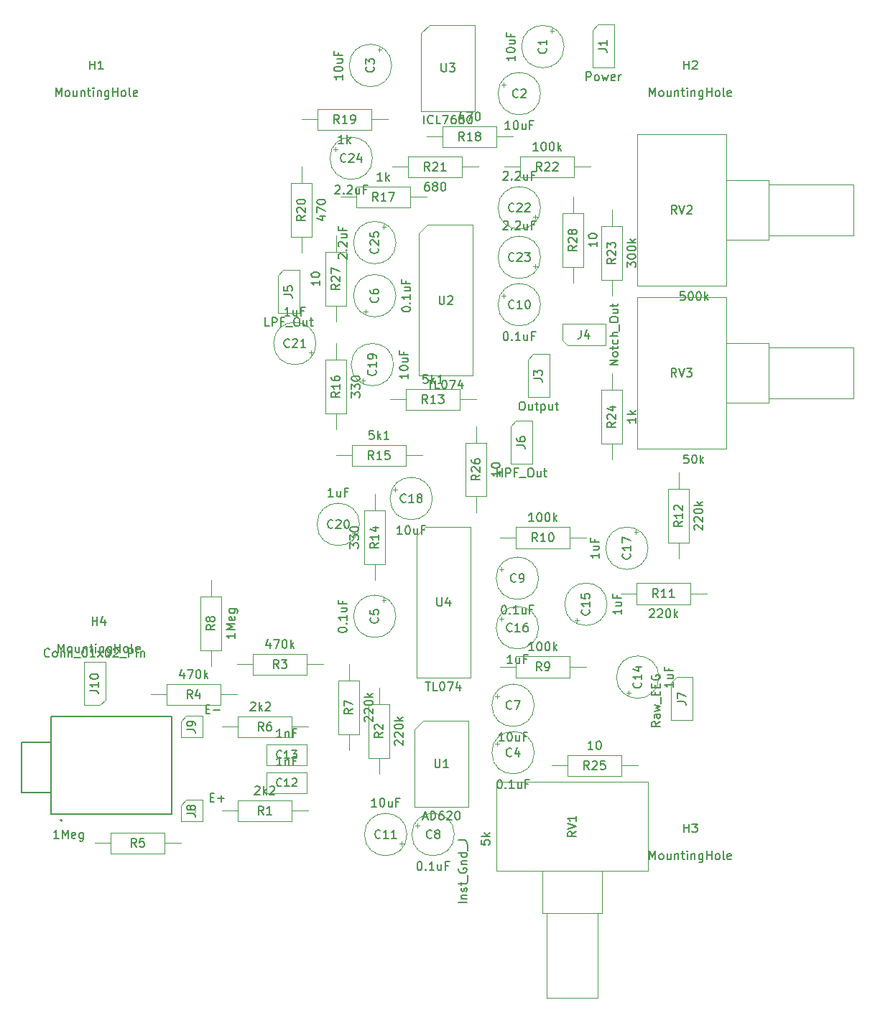
<source format=gbr>
%TF.GenerationSoftware,KiCad,Pcbnew,8.0.4*%
%TF.CreationDate,2025-08-20T08:41:13+03:00*%
%TF.ProjectId,EEG_PCB,4545475f-5043-4422-9e6b-696361645f70,rev?*%
%TF.SameCoordinates,Original*%
%TF.FileFunction,AssemblyDrawing,Top*%
%FSLAX46Y46*%
G04 Gerber Fmt 4.6, Leading zero omitted, Abs format (unit mm)*
G04 Created by KiCad (PCBNEW 8.0.4) date 2025-08-20 08:41:13*
%MOMM*%
%LPD*%
G01*
G04 APERTURE LIST*
%ADD10C,0.150000*%
%ADD11C,0.141000*%
%ADD12C,0.101600*%
%ADD13C,0.100000*%
%ADD14C,0.127000*%
%ADD15C,0.200000*%
G04 APERTURE END LIST*
D10*
X193766571Y-57544819D02*
X193195143Y-57544819D01*
X193480857Y-57544819D02*
X193480857Y-56544819D01*
X193480857Y-56544819D02*
X193385619Y-56687676D01*
X193385619Y-56687676D02*
X193290381Y-56782914D01*
X193290381Y-56782914D02*
X193195143Y-56830533D01*
X194385619Y-56544819D02*
X194480857Y-56544819D01*
X194480857Y-56544819D02*
X194576095Y-56592438D01*
X194576095Y-56592438D02*
X194623714Y-56640057D01*
X194623714Y-56640057D02*
X194671333Y-56735295D01*
X194671333Y-56735295D02*
X194718952Y-56925771D01*
X194718952Y-56925771D02*
X194718952Y-57163866D01*
X194718952Y-57163866D02*
X194671333Y-57354342D01*
X194671333Y-57354342D02*
X194623714Y-57449580D01*
X194623714Y-57449580D02*
X194576095Y-57497200D01*
X194576095Y-57497200D02*
X194480857Y-57544819D01*
X194480857Y-57544819D02*
X194385619Y-57544819D01*
X194385619Y-57544819D02*
X194290381Y-57497200D01*
X194290381Y-57497200D02*
X194242762Y-57449580D01*
X194242762Y-57449580D02*
X194195143Y-57354342D01*
X194195143Y-57354342D02*
X194147524Y-57163866D01*
X194147524Y-57163866D02*
X194147524Y-56925771D01*
X194147524Y-56925771D02*
X194195143Y-56735295D01*
X194195143Y-56735295D02*
X194242762Y-56640057D01*
X194242762Y-56640057D02*
X194290381Y-56592438D01*
X194290381Y-56592438D02*
X194385619Y-56544819D01*
X195576095Y-56878152D02*
X195576095Y-57544819D01*
X195147524Y-56878152D02*
X195147524Y-57401961D01*
X195147524Y-57401961D02*
X195195143Y-57497200D01*
X195195143Y-57497200D02*
X195290381Y-57544819D01*
X195290381Y-57544819D02*
X195433238Y-57544819D01*
X195433238Y-57544819D02*
X195528476Y-57497200D01*
X195528476Y-57497200D02*
X195576095Y-57449580D01*
X196385619Y-57021009D02*
X196052286Y-57021009D01*
X196052286Y-57544819D02*
X196052286Y-56544819D01*
X196052286Y-56544819D02*
X196528476Y-56544819D01*
X194671333Y-53699580D02*
X194623714Y-53747200D01*
X194623714Y-53747200D02*
X194480857Y-53794819D01*
X194480857Y-53794819D02*
X194385619Y-53794819D01*
X194385619Y-53794819D02*
X194242762Y-53747200D01*
X194242762Y-53747200D02*
X194147524Y-53651961D01*
X194147524Y-53651961D02*
X194099905Y-53556723D01*
X194099905Y-53556723D02*
X194052286Y-53366247D01*
X194052286Y-53366247D02*
X194052286Y-53223390D01*
X194052286Y-53223390D02*
X194099905Y-53032914D01*
X194099905Y-53032914D02*
X194147524Y-52937676D01*
X194147524Y-52937676D02*
X194242762Y-52842438D01*
X194242762Y-52842438D02*
X194385619Y-52794819D01*
X194385619Y-52794819D02*
X194480857Y-52794819D01*
X194480857Y-52794819D02*
X194623714Y-52842438D01*
X194623714Y-52842438D02*
X194671333Y-52890057D01*
X195052286Y-52890057D02*
X195099905Y-52842438D01*
X195099905Y-52842438D02*
X195195143Y-52794819D01*
X195195143Y-52794819D02*
X195433238Y-52794819D01*
X195433238Y-52794819D02*
X195528476Y-52842438D01*
X195528476Y-52842438D02*
X195576095Y-52890057D01*
X195576095Y-52890057D02*
X195623714Y-52985295D01*
X195623714Y-52985295D02*
X195623714Y-53080533D01*
X195623714Y-53080533D02*
X195576095Y-53223390D01*
X195576095Y-53223390D02*
X195004667Y-53794819D01*
X195004667Y-53794819D02*
X195623714Y-53794819D01*
X163171333Y-125196057D02*
X163218952Y-125148438D01*
X163218952Y-125148438D02*
X163314190Y-125100819D01*
X163314190Y-125100819D02*
X163552285Y-125100819D01*
X163552285Y-125100819D02*
X163647523Y-125148438D01*
X163647523Y-125148438D02*
X163695142Y-125196057D01*
X163695142Y-125196057D02*
X163742761Y-125291295D01*
X163742761Y-125291295D02*
X163742761Y-125386533D01*
X163742761Y-125386533D02*
X163695142Y-125529390D01*
X163695142Y-125529390D02*
X163123714Y-126100819D01*
X163123714Y-126100819D02*
X163742761Y-126100819D01*
X164171333Y-126100819D02*
X164171333Y-125100819D01*
X164266571Y-125719866D02*
X164552285Y-126100819D01*
X164552285Y-125434152D02*
X164171333Y-125815104D01*
X164933238Y-125196057D02*
X164980857Y-125148438D01*
X164980857Y-125148438D02*
X165076095Y-125100819D01*
X165076095Y-125100819D02*
X165314190Y-125100819D01*
X165314190Y-125100819D02*
X165409428Y-125148438D01*
X165409428Y-125148438D02*
X165457047Y-125196057D01*
X165457047Y-125196057D02*
X165504666Y-125291295D01*
X165504666Y-125291295D02*
X165504666Y-125386533D01*
X165504666Y-125386533D02*
X165457047Y-125529390D01*
X165457047Y-125529390D02*
X164885619Y-126100819D01*
X164885619Y-126100819D02*
X165504666Y-126100819D01*
X164679333Y-128470819D02*
X164346000Y-127994628D01*
X164107905Y-128470819D02*
X164107905Y-127470819D01*
X164107905Y-127470819D02*
X164488857Y-127470819D01*
X164488857Y-127470819D02*
X164584095Y-127518438D01*
X164584095Y-127518438D02*
X164631714Y-127566057D01*
X164631714Y-127566057D02*
X164679333Y-127661295D01*
X164679333Y-127661295D02*
X164679333Y-127804152D01*
X164679333Y-127804152D02*
X164631714Y-127899390D01*
X164631714Y-127899390D02*
X164584095Y-127947009D01*
X164584095Y-127947009D02*
X164488857Y-127994628D01*
X164488857Y-127994628D02*
X164107905Y-127994628D01*
X165536476Y-127470819D02*
X165346000Y-127470819D01*
X165346000Y-127470819D02*
X165250762Y-127518438D01*
X165250762Y-127518438D02*
X165203143Y-127566057D01*
X165203143Y-127566057D02*
X165107905Y-127708914D01*
X165107905Y-127708914D02*
X165060286Y-127899390D01*
X165060286Y-127899390D02*
X165060286Y-128280342D01*
X165060286Y-128280342D02*
X165107905Y-128375580D01*
X165107905Y-128375580D02*
X165155524Y-128423200D01*
X165155524Y-128423200D02*
X165250762Y-128470819D01*
X165250762Y-128470819D02*
X165441238Y-128470819D01*
X165441238Y-128470819D02*
X165536476Y-128423200D01*
X165536476Y-128423200D02*
X165584095Y-128375580D01*
X165584095Y-128375580D02*
X165631714Y-128280342D01*
X165631714Y-128280342D02*
X165631714Y-128042247D01*
X165631714Y-128042247D02*
X165584095Y-127947009D01*
X165584095Y-127947009D02*
X165536476Y-127899390D01*
X165536476Y-127899390D02*
X165441238Y-127851771D01*
X165441238Y-127851771D02*
X165250762Y-127851771D01*
X165250762Y-127851771D02*
X165155524Y-127899390D01*
X165155524Y-127899390D02*
X165107905Y-127947009D01*
X165107905Y-127947009D02*
X165060286Y-128042247D01*
X181004819Y-78813969D02*
X181004819Y-78718731D01*
X181004819Y-78718731D02*
X181052438Y-78623493D01*
X181052438Y-78623493D02*
X181100057Y-78575874D01*
X181100057Y-78575874D02*
X181195295Y-78528255D01*
X181195295Y-78528255D02*
X181385771Y-78480636D01*
X181385771Y-78480636D02*
X181623866Y-78480636D01*
X181623866Y-78480636D02*
X181814342Y-78528255D01*
X181814342Y-78528255D02*
X181909580Y-78575874D01*
X181909580Y-78575874D02*
X181957200Y-78623493D01*
X181957200Y-78623493D02*
X182004819Y-78718731D01*
X182004819Y-78718731D02*
X182004819Y-78813969D01*
X182004819Y-78813969D02*
X181957200Y-78909207D01*
X181957200Y-78909207D02*
X181909580Y-78956826D01*
X181909580Y-78956826D02*
X181814342Y-79004445D01*
X181814342Y-79004445D02*
X181623866Y-79052064D01*
X181623866Y-79052064D02*
X181385771Y-79052064D01*
X181385771Y-79052064D02*
X181195295Y-79004445D01*
X181195295Y-79004445D02*
X181100057Y-78956826D01*
X181100057Y-78956826D02*
X181052438Y-78909207D01*
X181052438Y-78909207D02*
X181004819Y-78813969D01*
X181909580Y-78052064D02*
X181957200Y-78004445D01*
X181957200Y-78004445D02*
X182004819Y-78052064D01*
X182004819Y-78052064D02*
X181957200Y-78099683D01*
X181957200Y-78099683D02*
X181909580Y-78052064D01*
X181909580Y-78052064D02*
X182004819Y-78052064D01*
X182004819Y-77052065D02*
X182004819Y-77623493D01*
X182004819Y-77337779D02*
X181004819Y-77337779D01*
X181004819Y-77337779D02*
X181147676Y-77433017D01*
X181147676Y-77433017D02*
X181242914Y-77528255D01*
X181242914Y-77528255D02*
X181290533Y-77623493D01*
X181338152Y-76194922D02*
X182004819Y-76194922D01*
X181338152Y-76623493D02*
X181861961Y-76623493D01*
X181861961Y-76623493D02*
X181957200Y-76575874D01*
X181957200Y-76575874D02*
X182004819Y-76480636D01*
X182004819Y-76480636D02*
X182004819Y-76337779D01*
X182004819Y-76337779D02*
X181957200Y-76242541D01*
X181957200Y-76242541D02*
X181909580Y-76194922D01*
X181481009Y-75385398D02*
X181481009Y-75718731D01*
X182004819Y-75718731D02*
X181004819Y-75718731D01*
X181004819Y-75718731D02*
X181004819Y-75242541D01*
X178159580Y-77337779D02*
X178207200Y-77385398D01*
X178207200Y-77385398D02*
X178254819Y-77528255D01*
X178254819Y-77528255D02*
X178254819Y-77623493D01*
X178254819Y-77623493D02*
X178207200Y-77766350D01*
X178207200Y-77766350D02*
X178111961Y-77861588D01*
X178111961Y-77861588D02*
X178016723Y-77909207D01*
X178016723Y-77909207D02*
X177826247Y-77956826D01*
X177826247Y-77956826D02*
X177683390Y-77956826D01*
X177683390Y-77956826D02*
X177492914Y-77909207D01*
X177492914Y-77909207D02*
X177397676Y-77861588D01*
X177397676Y-77861588D02*
X177302438Y-77766350D01*
X177302438Y-77766350D02*
X177254819Y-77623493D01*
X177254819Y-77623493D02*
X177254819Y-77528255D01*
X177254819Y-77528255D02*
X177302438Y-77385398D01*
X177302438Y-77385398D02*
X177350057Y-77337779D01*
X177254819Y-76480636D02*
X177254819Y-76671112D01*
X177254819Y-76671112D02*
X177302438Y-76766350D01*
X177302438Y-76766350D02*
X177350057Y-76813969D01*
X177350057Y-76813969D02*
X177492914Y-76909207D01*
X177492914Y-76909207D02*
X177683390Y-76956826D01*
X177683390Y-76956826D02*
X178064342Y-76956826D01*
X178064342Y-76956826D02*
X178159580Y-76909207D01*
X178159580Y-76909207D02*
X178207200Y-76861588D01*
X178207200Y-76861588D02*
X178254819Y-76766350D01*
X178254819Y-76766350D02*
X178254819Y-76575874D01*
X178254819Y-76575874D02*
X178207200Y-76480636D01*
X178207200Y-76480636D02*
X178159580Y-76433017D01*
X178159580Y-76433017D02*
X178064342Y-76385398D01*
X178064342Y-76385398D02*
X177826247Y-76385398D01*
X177826247Y-76385398D02*
X177731009Y-76433017D01*
X177731009Y-76433017D02*
X177683390Y-76480636D01*
X177683390Y-76480636D02*
X177635771Y-76575874D01*
X177635771Y-76575874D02*
X177635771Y-76766350D01*
X177635771Y-76766350D02*
X177683390Y-76861588D01*
X177683390Y-76861588D02*
X177731009Y-76909207D01*
X177731009Y-76909207D02*
X177826247Y-76956826D01*
X184150095Y-63800819D02*
X183959619Y-63800819D01*
X183959619Y-63800819D02*
X183864381Y-63848438D01*
X183864381Y-63848438D02*
X183816762Y-63896057D01*
X183816762Y-63896057D02*
X183721524Y-64038914D01*
X183721524Y-64038914D02*
X183673905Y-64229390D01*
X183673905Y-64229390D02*
X183673905Y-64610342D01*
X183673905Y-64610342D02*
X183721524Y-64705580D01*
X183721524Y-64705580D02*
X183769143Y-64753200D01*
X183769143Y-64753200D02*
X183864381Y-64800819D01*
X183864381Y-64800819D02*
X184054857Y-64800819D01*
X184054857Y-64800819D02*
X184150095Y-64753200D01*
X184150095Y-64753200D02*
X184197714Y-64705580D01*
X184197714Y-64705580D02*
X184245333Y-64610342D01*
X184245333Y-64610342D02*
X184245333Y-64372247D01*
X184245333Y-64372247D02*
X184197714Y-64277009D01*
X184197714Y-64277009D02*
X184150095Y-64229390D01*
X184150095Y-64229390D02*
X184054857Y-64181771D01*
X184054857Y-64181771D02*
X183864381Y-64181771D01*
X183864381Y-64181771D02*
X183769143Y-64229390D01*
X183769143Y-64229390D02*
X183721524Y-64277009D01*
X183721524Y-64277009D02*
X183673905Y-64372247D01*
X184816762Y-64229390D02*
X184721524Y-64181771D01*
X184721524Y-64181771D02*
X184673905Y-64134152D01*
X184673905Y-64134152D02*
X184626286Y-64038914D01*
X184626286Y-64038914D02*
X184626286Y-63991295D01*
X184626286Y-63991295D02*
X184673905Y-63896057D01*
X184673905Y-63896057D02*
X184721524Y-63848438D01*
X184721524Y-63848438D02*
X184816762Y-63800819D01*
X184816762Y-63800819D02*
X185007238Y-63800819D01*
X185007238Y-63800819D02*
X185102476Y-63848438D01*
X185102476Y-63848438D02*
X185150095Y-63896057D01*
X185150095Y-63896057D02*
X185197714Y-63991295D01*
X185197714Y-63991295D02*
X185197714Y-64038914D01*
X185197714Y-64038914D02*
X185150095Y-64134152D01*
X185150095Y-64134152D02*
X185102476Y-64181771D01*
X185102476Y-64181771D02*
X185007238Y-64229390D01*
X185007238Y-64229390D02*
X184816762Y-64229390D01*
X184816762Y-64229390D02*
X184721524Y-64277009D01*
X184721524Y-64277009D02*
X184673905Y-64324628D01*
X184673905Y-64324628D02*
X184626286Y-64419866D01*
X184626286Y-64419866D02*
X184626286Y-64610342D01*
X184626286Y-64610342D02*
X184673905Y-64705580D01*
X184673905Y-64705580D02*
X184721524Y-64753200D01*
X184721524Y-64753200D02*
X184816762Y-64800819D01*
X184816762Y-64800819D02*
X185007238Y-64800819D01*
X185007238Y-64800819D02*
X185102476Y-64753200D01*
X185102476Y-64753200D02*
X185150095Y-64705580D01*
X185150095Y-64705580D02*
X185197714Y-64610342D01*
X185197714Y-64610342D02*
X185197714Y-64419866D01*
X185197714Y-64419866D02*
X185150095Y-64324628D01*
X185150095Y-64324628D02*
X185102476Y-64277009D01*
X185102476Y-64277009D02*
X185007238Y-64229390D01*
X185816762Y-63800819D02*
X185912000Y-63800819D01*
X185912000Y-63800819D02*
X186007238Y-63848438D01*
X186007238Y-63848438D02*
X186054857Y-63896057D01*
X186054857Y-63896057D02*
X186102476Y-63991295D01*
X186102476Y-63991295D02*
X186150095Y-64181771D01*
X186150095Y-64181771D02*
X186150095Y-64419866D01*
X186150095Y-64419866D02*
X186102476Y-64610342D01*
X186102476Y-64610342D02*
X186054857Y-64705580D01*
X186054857Y-64705580D02*
X186007238Y-64753200D01*
X186007238Y-64753200D02*
X185912000Y-64800819D01*
X185912000Y-64800819D02*
X185816762Y-64800819D01*
X185816762Y-64800819D02*
X185721524Y-64753200D01*
X185721524Y-64753200D02*
X185673905Y-64705580D01*
X185673905Y-64705580D02*
X185626286Y-64610342D01*
X185626286Y-64610342D02*
X185578667Y-64419866D01*
X185578667Y-64419866D02*
X185578667Y-64181771D01*
X185578667Y-64181771D02*
X185626286Y-63991295D01*
X185626286Y-63991295D02*
X185673905Y-63896057D01*
X185673905Y-63896057D02*
X185721524Y-63848438D01*
X185721524Y-63848438D02*
X185816762Y-63800819D01*
X184269142Y-62430819D02*
X183935809Y-61954628D01*
X183697714Y-62430819D02*
X183697714Y-61430819D01*
X183697714Y-61430819D02*
X184078666Y-61430819D01*
X184078666Y-61430819D02*
X184173904Y-61478438D01*
X184173904Y-61478438D02*
X184221523Y-61526057D01*
X184221523Y-61526057D02*
X184269142Y-61621295D01*
X184269142Y-61621295D02*
X184269142Y-61764152D01*
X184269142Y-61764152D02*
X184221523Y-61859390D01*
X184221523Y-61859390D02*
X184173904Y-61907009D01*
X184173904Y-61907009D02*
X184078666Y-61954628D01*
X184078666Y-61954628D02*
X183697714Y-61954628D01*
X184650095Y-61526057D02*
X184697714Y-61478438D01*
X184697714Y-61478438D02*
X184792952Y-61430819D01*
X184792952Y-61430819D02*
X185031047Y-61430819D01*
X185031047Y-61430819D02*
X185126285Y-61478438D01*
X185126285Y-61478438D02*
X185173904Y-61526057D01*
X185173904Y-61526057D02*
X185221523Y-61621295D01*
X185221523Y-61621295D02*
X185221523Y-61716533D01*
X185221523Y-61716533D02*
X185173904Y-61859390D01*
X185173904Y-61859390D02*
X184602476Y-62430819D01*
X184602476Y-62430819D02*
X185221523Y-62430819D01*
X186173904Y-62430819D02*
X185602476Y-62430819D01*
X185888190Y-62430819D02*
X185888190Y-61430819D01*
X185888190Y-61430819D02*
X185792952Y-61573676D01*
X185792952Y-61573676D02*
X185697714Y-61668914D01*
X185697714Y-61668914D02*
X185602476Y-61716533D01*
X173504819Y-116622744D02*
X173504819Y-116527506D01*
X173504819Y-116527506D02*
X173552438Y-116432268D01*
X173552438Y-116432268D02*
X173600057Y-116384649D01*
X173600057Y-116384649D02*
X173695295Y-116337030D01*
X173695295Y-116337030D02*
X173885771Y-116289411D01*
X173885771Y-116289411D02*
X174123866Y-116289411D01*
X174123866Y-116289411D02*
X174314342Y-116337030D01*
X174314342Y-116337030D02*
X174409580Y-116384649D01*
X174409580Y-116384649D02*
X174457200Y-116432268D01*
X174457200Y-116432268D02*
X174504819Y-116527506D01*
X174504819Y-116527506D02*
X174504819Y-116622744D01*
X174504819Y-116622744D02*
X174457200Y-116717982D01*
X174457200Y-116717982D02*
X174409580Y-116765601D01*
X174409580Y-116765601D02*
X174314342Y-116813220D01*
X174314342Y-116813220D02*
X174123866Y-116860839D01*
X174123866Y-116860839D02*
X173885771Y-116860839D01*
X173885771Y-116860839D02*
X173695295Y-116813220D01*
X173695295Y-116813220D02*
X173600057Y-116765601D01*
X173600057Y-116765601D02*
X173552438Y-116717982D01*
X173552438Y-116717982D02*
X173504819Y-116622744D01*
X174409580Y-115860839D02*
X174457200Y-115813220D01*
X174457200Y-115813220D02*
X174504819Y-115860839D01*
X174504819Y-115860839D02*
X174457200Y-115908458D01*
X174457200Y-115908458D02*
X174409580Y-115860839D01*
X174409580Y-115860839D02*
X174504819Y-115860839D01*
X174504819Y-114860840D02*
X174504819Y-115432268D01*
X174504819Y-115146554D02*
X173504819Y-115146554D01*
X173504819Y-115146554D02*
X173647676Y-115241792D01*
X173647676Y-115241792D02*
X173742914Y-115337030D01*
X173742914Y-115337030D02*
X173790533Y-115432268D01*
X173838152Y-114003697D02*
X174504819Y-114003697D01*
X173838152Y-114432268D02*
X174361961Y-114432268D01*
X174361961Y-114432268D02*
X174457200Y-114384649D01*
X174457200Y-114384649D02*
X174504819Y-114289411D01*
X174504819Y-114289411D02*
X174504819Y-114146554D01*
X174504819Y-114146554D02*
X174457200Y-114051316D01*
X174457200Y-114051316D02*
X174409580Y-114003697D01*
X173981009Y-113194173D02*
X173981009Y-113527506D01*
X174504819Y-113527506D02*
X173504819Y-113527506D01*
X173504819Y-113527506D02*
X173504819Y-113051316D01*
X178159580Y-115146554D02*
X178207200Y-115194173D01*
X178207200Y-115194173D02*
X178254819Y-115337030D01*
X178254819Y-115337030D02*
X178254819Y-115432268D01*
X178254819Y-115432268D02*
X178207200Y-115575125D01*
X178207200Y-115575125D02*
X178111961Y-115670363D01*
X178111961Y-115670363D02*
X178016723Y-115717982D01*
X178016723Y-115717982D02*
X177826247Y-115765601D01*
X177826247Y-115765601D02*
X177683390Y-115765601D01*
X177683390Y-115765601D02*
X177492914Y-115717982D01*
X177492914Y-115717982D02*
X177397676Y-115670363D01*
X177397676Y-115670363D02*
X177302438Y-115575125D01*
X177302438Y-115575125D02*
X177254819Y-115432268D01*
X177254819Y-115432268D02*
X177254819Y-115337030D01*
X177254819Y-115337030D02*
X177302438Y-115194173D01*
X177302438Y-115194173D02*
X177350057Y-115146554D01*
X177254819Y-114241792D02*
X177254819Y-114717982D01*
X177254819Y-114717982D02*
X177731009Y-114765601D01*
X177731009Y-114765601D02*
X177683390Y-114717982D01*
X177683390Y-114717982D02*
X177635771Y-114622744D01*
X177635771Y-114622744D02*
X177635771Y-114384649D01*
X177635771Y-114384649D02*
X177683390Y-114289411D01*
X177683390Y-114289411D02*
X177731009Y-114241792D01*
X177731009Y-114241792D02*
X177826247Y-114194173D01*
X177826247Y-114194173D02*
X178064342Y-114194173D01*
X178064342Y-114194173D02*
X178159580Y-114241792D01*
X178159580Y-114241792D02*
X178207200Y-114289411D01*
X178207200Y-114289411D02*
X178254819Y-114384649D01*
X178254819Y-114384649D02*
X178254819Y-114622744D01*
X178254819Y-114622744D02*
X178207200Y-114717982D01*
X178207200Y-114717982D02*
X178159580Y-114765601D01*
X212992819Y-122749238D02*
X212992819Y-123320666D01*
X212992819Y-123034952D02*
X211992819Y-123034952D01*
X211992819Y-123034952D02*
X212135676Y-123130190D01*
X212135676Y-123130190D02*
X212230914Y-123225428D01*
X212230914Y-123225428D02*
X212278533Y-123320666D01*
X212326152Y-121892095D02*
X212992819Y-121892095D01*
X212326152Y-122320666D02*
X212849961Y-122320666D01*
X212849961Y-122320666D02*
X212945200Y-122273047D01*
X212945200Y-122273047D02*
X212992819Y-122177809D01*
X212992819Y-122177809D02*
X212992819Y-122034952D01*
X212992819Y-122034952D02*
X212945200Y-121939714D01*
X212945200Y-121939714D02*
X212897580Y-121892095D01*
X212469009Y-121082571D02*
X212469009Y-121415904D01*
X212992819Y-121415904D02*
X211992819Y-121415904D01*
X211992819Y-121415904D02*
X211992819Y-120939714D01*
X209147580Y-122796857D02*
X209195200Y-122844476D01*
X209195200Y-122844476D02*
X209242819Y-122987333D01*
X209242819Y-122987333D02*
X209242819Y-123082571D01*
X209242819Y-123082571D02*
X209195200Y-123225428D01*
X209195200Y-123225428D02*
X209099961Y-123320666D01*
X209099961Y-123320666D02*
X209004723Y-123368285D01*
X209004723Y-123368285D02*
X208814247Y-123415904D01*
X208814247Y-123415904D02*
X208671390Y-123415904D01*
X208671390Y-123415904D02*
X208480914Y-123368285D01*
X208480914Y-123368285D02*
X208385676Y-123320666D01*
X208385676Y-123320666D02*
X208290438Y-123225428D01*
X208290438Y-123225428D02*
X208242819Y-123082571D01*
X208242819Y-123082571D02*
X208242819Y-122987333D01*
X208242819Y-122987333D02*
X208290438Y-122844476D01*
X208290438Y-122844476D02*
X208338057Y-122796857D01*
X209242819Y-121844476D02*
X209242819Y-122415904D01*
X209242819Y-122130190D02*
X208242819Y-122130190D01*
X208242819Y-122130190D02*
X208385676Y-122225428D01*
X208385676Y-122225428D02*
X208480914Y-122320666D01*
X208480914Y-122320666D02*
X208528533Y-122415904D01*
X208576152Y-120987333D02*
X209242819Y-120987333D01*
X208195200Y-121225428D02*
X208909485Y-121463523D01*
X208909485Y-121463523D02*
X208909485Y-120844476D01*
X175052819Y-89169713D02*
X175052819Y-88550666D01*
X175052819Y-88550666D02*
X175433771Y-88883999D01*
X175433771Y-88883999D02*
X175433771Y-88741142D01*
X175433771Y-88741142D02*
X175481390Y-88645904D01*
X175481390Y-88645904D02*
X175529009Y-88598285D01*
X175529009Y-88598285D02*
X175624247Y-88550666D01*
X175624247Y-88550666D02*
X175862342Y-88550666D01*
X175862342Y-88550666D02*
X175957580Y-88598285D01*
X175957580Y-88598285D02*
X176005200Y-88645904D01*
X176005200Y-88645904D02*
X176052819Y-88741142D01*
X176052819Y-88741142D02*
X176052819Y-89026856D01*
X176052819Y-89026856D02*
X176005200Y-89122094D01*
X176005200Y-89122094D02*
X175957580Y-89169713D01*
X175052819Y-88217332D02*
X175052819Y-87598285D01*
X175052819Y-87598285D02*
X175433771Y-87931618D01*
X175433771Y-87931618D02*
X175433771Y-87788761D01*
X175433771Y-87788761D02*
X175481390Y-87693523D01*
X175481390Y-87693523D02*
X175529009Y-87645904D01*
X175529009Y-87645904D02*
X175624247Y-87598285D01*
X175624247Y-87598285D02*
X175862342Y-87598285D01*
X175862342Y-87598285D02*
X175957580Y-87645904D01*
X175957580Y-87645904D02*
X176005200Y-87693523D01*
X176005200Y-87693523D02*
X176052819Y-87788761D01*
X176052819Y-87788761D02*
X176052819Y-88074475D01*
X176052819Y-88074475D02*
X176005200Y-88169713D01*
X176005200Y-88169713D02*
X175957580Y-88217332D01*
X175052819Y-86979237D02*
X175052819Y-86883999D01*
X175052819Y-86883999D02*
X175100438Y-86788761D01*
X175100438Y-86788761D02*
X175148057Y-86741142D01*
X175148057Y-86741142D02*
X175243295Y-86693523D01*
X175243295Y-86693523D02*
X175433771Y-86645904D01*
X175433771Y-86645904D02*
X175671866Y-86645904D01*
X175671866Y-86645904D02*
X175862342Y-86693523D01*
X175862342Y-86693523D02*
X175957580Y-86741142D01*
X175957580Y-86741142D02*
X176005200Y-86788761D01*
X176005200Y-86788761D02*
X176052819Y-86883999D01*
X176052819Y-86883999D02*
X176052819Y-86979237D01*
X176052819Y-86979237D02*
X176005200Y-87074475D01*
X176005200Y-87074475D02*
X175957580Y-87122094D01*
X175957580Y-87122094D02*
X175862342Y-87169713D01*
X175862342Y-87169713D02*
X175671866Y-87217332D01*
X175671866Y-87217332D02*
X175433771Y-87217332D01*
X175433771Y-87217332D02*
X175243295Y-87169713D01*
X175243295Y-87169713D02*
X175148057Y-87122094D01*
X175148057Y-87122094D02*
X175100438Y-87074475D01*
X175100438Y-87074475D02*
X175052819Y-86979237D01*
X173682819Y-88526857D02*
X173206628Y-88860190D01*
X173682819Y-89098285D02*
X172682819Y-89098285D01*
X172682819Y-89098285D02*
X172682819Y-88717333D01*
X172682819Y-88717333D02*
X172730438Y-88622095D01*
X172730438Y-88622095D02*
X172778057Y-88574476D01*
X172778057Y-88574476D02*
X172873295Y-88526857D01*
X172873295Y-88526857D02*
X173016152Y-88526857D01*
X173016152Y-88526857D02*
X173111390Y-88574476D01*
X173111390Y-88574476D02*
X173159009Y-88622095D01*
X173159009Y-88622095D02*
X173206628Y-88717333D01*
X173206628Y-88717333D02*
X173206628Y-89098285D01*
X173682819Y-87574476D02*
X173682819Y-88145904D01*
X173682819Y-87860190D02*
X172682819Y-87860190D01*
X172682819Y-87860190D02*
X172825676Y-87955428D01*
X172825676Y-87955428D02*
X172920914Y-88050666D01*
X172920914Y-88050666D02*
X172968533Y-88145904D01*
X172682819Y-86717333D02*
X172682819Y-86907809D01*
X172682819Y-86907809D02*
X172730438Y-87003047D01*
X172730438Y-87003047D02*
X172778057Y-87050666D01*
X172778057Y-87050666D02*
X172920914Y-87145904D01*
X172920914Y-87145904D02*
X173111390Y-87193523D01*
X173111390Y-87193523D02*
X173492342Y-87193523D01*
X173492342Y-87193523D02*
X173587580Y-87145904D01*
X173587580Y-87145904D02*
X173635200Y-87098285D01*
X173635200Y-87098285D02*
X173682819Y-87003047D01*
X173682819Y-87003047D02*
X173682819Y-86812571D01*
X173682819Y-86812571D02*
X173635200Y-86717333D01*
X173635200Y-86717333D02*
X173587580Y-86669714D01*
X173587580Y-86669714D02*
X173492342Y-86622095D01*
X173492342Y-86622095D02*
X173254247Y-86622095D01*
X173254247Y-86622095D02*
X173159009Y-86669714D01*
X173159009Y-86669714D02*
X173111390Y-86717333D01*
X173111390Y-86717333D02*
X173063771Y-86812571D01*
X173063771Y-86812571D02*
X173063771Y-87003047D01*
X173063771Y-87003047D02*
X173111390Y-87098285D01*
X173111390Y-87098285D02*
X173159009Y-87145904D01*
X173159009Y-87145904D02*
X173254247Y-87193523D01*
X190342818Y-141390666D02*
X190342818Y-141866856D01*
X190342818Y-141866856D02*
X190819008Y-141914475D01*
X190819008Y-141914475D02*
X190771389Y-141866856D01*
X190771389Y-141866856D02*
X190723770Y-141771618D01*
X190723770Y-141771618D02*
X190723770Y-141533523D01*
X190723770Y-141533523D02*
X190771389Y-141438285D01*
X190771389Y-141438285D02*
X190819008Y-141390666D01*
X190819008Y-141390666D02*
X190914246Y-141343047D01*
X190914246Y-141343047D02*
X191152341Y-141343047D01*
X191152341Y-141343047D02*
X191247579Y-141390666D01*
X191247579Y-141390666D02*
X191295199Y-141438285D01*
X191295199Y-141438285D02*
X191342818Y-141533523D01*
X191342818Y-141533523D02*
X191342818Y-141771618D01*
X191342818Y-141771618D02*
X191295199Y-141866856D01*
X191295199Y-141866856D02*
X191247579Y-141914475D01*
X191342818Y-140914475D02*
X190342818Y-140914475D01*
X190961865Y-140819237D02*
X191342818Y-140533523D01*
X190676151Y-140533523D02*
X191057103Y-140914475D01*
X201542818Y-140369238D02*
X201066627Y-140702571D01*
X201542818Y-140940666D02*
X200542818Y-140940666D01*
X200542818Y-140940666D02*
X200542818Y-140559714D01*
X200542818Y-140559714D02*
X200590437Y-140464476D01*
X200590437Y-140464476D02*
X200638056Y-140416857D01*
X200638056Y-140416857D02*
X200733294Y-140369238D01*
X200733294Y-140369238D02*
X200876151Y-140369238D01*
X200876151Y-140369238D02*
X200971389Y-140416857D01*
X200971389Y-140416857D02*
X201019008Y-140464476D01*
X201019008Y-140464476D02*
X201066627Y-140559714D01*
X201066627Y-140559714D02*
X201066627Y-140940666D01*
X200542818Y-140083523D02*
X201542818Y-139750190D01*
X201542818Y-139750190D02*
X200542818Y-139416857D01*
X201542818Y-138559714D02*
X201542818Y-139131142D01*
X201542818Y-138845428D02*
X200542818Y-138845428D01*
X200542818Y-138845428D02*
X200685675Y-138940666D01*
X200685675Y-138940666D02*
X200780913Y-139035904D01*
X200780913Y-139035904D02*
X200828532Y-139131142D01*
X184015142Y-86492819D02*
X183538952Y-86492819D01*
X183538952Y-86492819D02*
X183491333Y-86969009D01*
X183491333Y-86969009D02*
X183538952Y-86921390D01*
X183538952Y-86921390D02*
X183634190Y-86873771D01*
X183634190Y-86873771D02*
X183872285Y-86873771D01*
X183872285Y-86873771D02*
X183967523Y-86921390D01*
X183967523Y-86921390D02*
X184015142Y-86969009D01*
X184015142Y-86969009D02*
X184062761Y-87064247D01*
X184062761Y-87064247D02*
X184062761Y-87302342D01*
X184062761Y-87302342D02*
X184015142Y-87397580D01*
X184015142Y-87397580D02*
X183967523Y-87445200D01*
X183967523Y-87445200D02*
X183872285Y-87492819D01*
X183872285Y-87492819D02*
X183634190Y-87492819D01*
X183634190Y-87492819D02*
X183538952Y-87445200D01*
X183538952Y-87445200D02*
X183491333Y-87397580D01*
X184491333Y-87492819D02*
X184491333Y-86492819D01*
X184586571Y-87111866D02*
X184872285Y-87492819D01*
X184872285Y-86826152D02*
X184491333Y-87207104D01*
X185824666Y-87492819D02*
X185253238Y-87492819D01*
X185538952Y-87492819D02*
X185538952Y-86492819D01*
X185538952Y-86492819D02*
X185443714Y-86635676D01*
X185443714Y-86635676D02*
X185348476Y-86730914D01*
X185348476Y-86730914D02*
X185253238Y-86778533D01*
X184015142Y-89862819D02*
X183681809Y-89386628D01*
X183443714Y-89862819D02*
X183443714Y-88862819D01*
X183443714Y-88862819D02*
X183824666Y-88862819D01*
X183824666Y-88862819D02*
X183919904Y-88910438D01*
X183919904Y-88910438D02*
X183967523Y-88958057D01*
X183967523Y-88958057D02*
X184015142Y-89053295D01*
X184015142Y-89053295D02*
X184015142Y-89196152D01*
X184015142Y-89196152D02*
X183967523Y-89291390D01*
X183967523Y-89291390D02*
X183919904Y-89339009D01*
X183919904Y-89339009D02*
X183824666Y-89386628D01*
X183824666Y-89386628D02*
X183443714Y-89386628D01*
X184967523Y-89862819D02*
X184396095Y-89862819D01*
X184681809Y-89862819D02*
X184681809Y-88862819D01*
X184681809Y-88862819D02*
X184586571Y-89005676D01*
X184586571Y-89005676D02*
X184491333Y-89100914D01*
X184491333Y-89100914D02*
X184396095Y-89148533D01*
X185300857Y-88862819D02*
X185919904Y-88862819D01*
X185919904Y-88862819D02*
X185586571Y-89243771D01*
X185586571Y-89243771D02*
X185729428Y-89243771D01*
X185729428Y-89243771D02*
X185824666Y-89291390D01*
X185824666Y-89291390D02*
X185872285Y-89339009D01*
X185872285Y-89339009D02*
X185919904Y-89434247D01*
X185919904Y-89434247D02*
X185919904Y-89672342D01*
X185919904Y-89672342D02*
X185872285Y-89767580D01*
X185872285Y-89767580D02*
X185824666Y-89815200D01*
X185824666Y-89815200D02*
X185729428Y-89862819D01*
X185729428Y-89862819D02*
X185443714Y-89862819D01*
X185443714Y-89862819D02*
X185348476Y-89815200D01*
X185348476Y-89815200D02*
X185300857Y-89767580D01*
X161320819Y-116990666D02*
X161320819Y-117562094D01*
X161320819Y-117276380D02*
X160320819Y-117276380D01*
X160320819Y-117276380D02*
X160463676Y-117371618D01*
X160463676Y-117371618D02*
X160558914Y-117466856D01*
X160558914Y-117466856D02*
X160606533Y-117562094D01*
X161320819Y-116562094D02*
X160320819Y-116562094D01*
X160320819Y-116562094D02*
X161035104Y-116228761D01*
X161035104Y-116228761D02*
X160320819Y-115895428D01*
X160320819Y-115895428D02*
X161320819Y-115895428D01*
X161273200Y-115038285D02*
X161320819Y-115133523D01*
X161320819Y-115133523D02*
X161320819Y-115323999D01*
X161320819Y-115323999D02*
X161273200Y-115419237D01*
X161273200Y-115419237D02*
X161177961Y-115466856D01*
X161177961Y-115466856D02*
X160797009Y-115466856D01*
X160797009Y-115466856D02*
X160701771Y-115419237D01*
X160701771Y-115419237D02*
X160654152Y-115323999D01*
X160654152Y-115323999D02*
X160654152Y-115133523D01*
X160654152Y-115133523D02*
X160701771Y-115038285D01*
X160701771Y-115038285D02*
X160797009Y-114990666D01*
X160797009Y-114990666D02*
X160892247Y-114990666D01*
X160892247Y-114990666D02*
X160987485Y-115466856D01*
X160654152Y-114133523D02*
X161463676Y-114133523D01*
X161463676Y-114133523D02*
X161558914Y-114181142D01*
X161558914Y-114181142D02*
X161606533Y-114228761D01*
X161606533Y-114228761D02*
X161654152Y-114323999D01*
X161654152Y-114323999D02*
X161654152Y-114466856D01*
X161654152Y-114466856D02*
X161606533Y-114562094D01*
X161273200Y-114133523D02*
X161320819Y-114228761D01*
X161320819Y-114228761D02*
X161320819Y-114419237D01*
X161320819Y-114419237D02*
X161273200Y-114514475D01*
X161273200Y-114514475D02*
X161225580Y-114562094D01*
X161225580Y-114562094D02*
X161130342Y-114609713D01*
X161130342Y-114609713D02*
X160844628Y-114609713D01*
X160844628Y-114609713D02*
X160749390Y-114562094D01*
X160749390Y-114562094D02*
X160701771Y-114514475D01*
X160701771Y-114514475D02*
X160654152Y-114419237D01*
X160654152Y-114419237D02*
X160654152Y-114228761D01*
X160654152Y-114228761D02*
X160701771Y-114133523D01*
X158950819Y-115990666D02*
X158474628Y-116323999D01*
X158950819Y-116562094D02*
X157950819Y-116562094D01*
X157950819Y-116562094D02*
X157950819Y-116181142D01*
X157950819Y-116181142D02*
X157998438Y-116085904D01*
X157998438Y-116085904D02*
X158046057Y-116038285D01*
X158046057Y-116038285D02*
X158141295Y-115990666D01*
X158141295Y-115990666D02*
X158284152Y-115990666D01*
X158284152Y-115990666D02*
X158379390Y-116038285D01*
X158379390Y-116038285D02*
X158427009Y-116085904D01*
X158427009Y-116085904D02*
X158474628Y-116181142D01*
X158474628Y-116181142D02*
X158474628Y-116562094D01*
X158379390Y-115419237D02*
X158331771Y-115514475D01*
X158331771Y-115514475D02*
X158284152Y-115562094D01*
X158284152Y-115562094D02*
X158188914Y-115609713D01*
X158188914Y-115609713D02*
X158141295Y-115609713D01*
X158141295Y-115609713D02*
X158046057Y-115562094D01*
X158046057Y-115562094D02*
X157998438Y-115514475D01*
X157998438Y-115514475D02*
X157950819Y-115419237D01*
X157950819Y-115419237D02*
X157950819Y-115228761D01*
X157950819Y-115228761D02*
X157998438Y-115133523D01*
X157998438Y-115133523D02*
X158046057Y-115085904D01*
X158046057Y-115085904D02*
X158141295Y-115038285D01*
X158141295Y-115038285D02*
X158188914Y-115038285D01*
X158188914Y-115038285D02*
X158284152Y-115085904D01*
X158284152Y-115085904D02*
X158331771Y-115133523D01*
X158331771Y-115133523D02*
X158379390Y-115228761D01*
X158379390Y-115228761D02*
X158379390Y-115419237D01*
X158379390Y-115419237D02*
X158427009Y-115514475D01*
X158427009Y-115514475D02*
X158474628Y-115562094D01*
X158474628Y-115562094D02*
X158569866Y-115609713D01*
X158569866Y-115609713D02*
X158760342Y-115609713D01*
X158760342Y-115609713D02*
X158855580Y-115562094D01*
X158855580Y-115562094D02*
X158903200Y-115514475D01*
X158903200Y-115514475D02*
X158950819Y-115419237D01*
X158950819Y-115419237D02*
X158950819Y-115228761D01*
X158950819Y-115228761D02*
X158903200Y-115133523D01*
X158903200Y-115133523D02*
X158855580Y-115085904D01*
X158855580Y-115085904D02*
X158760342Y-115038285D01*
X158760342Y-115038285D02*
X158569866Y-115038285D01*
X158569866Y-115038285D02*
X158474628Y-115085904D01*
X158474628Y-115085904D02*
X158427009Y-115133523D01*
X158427009Y-115133523D02*
X158379390Y-115228761D01*
X215534057Y-104766856D02*
X215486438Y-104719237D01*
X215486438Y-104719237D02*
X215438819Y-104623999D01*
X215438819Y-104623999D02*
X215438819Y-104385904D01*
X215438819Y-104385904D02*
X215486438Y-104290666D01*
X215486438Y-104290666D02*
X215534057Y-104243047D01*
X215534057Y-104243047D02*
X215629295Y-104195428D01*
X215629295Y-104195428D02*
X215724533Y-104195428D01*
X215724533Y-104195428D02*
X215867390Y-104243047D01*
X215867390Y-104243047D02*
X216438819Y-104814475D01*
X216438819Y-104814475D02*
X216438819Y-104195428D01*
X215534057Y-103814475D02*
X215486438Y-103766856D01*
X215486438Y-103766856D02*
X215438819Y-103671618D01*
X215438819Y-103671618D02*
X215438819Y-103433523D01*
X215438819Y-103433523D02*
X215486438Y-103338285D01*
X215486438Y-103338285D02*
X215534057Y-103290666D01*
X215534057Y-103290666D02*
X215629295Y-103243047D01*
X215629295Y-103243047D02*
X215724533Y-103243047D01*
X215724533Y-103243047D02*
X215867390Y-103290666D01*
X215867390Y-103290666D02*
X216438819Y-103862094D01*
X216438819Y-103862094D02*
X216438819Y-103243047D01*
X215438819Y-102623999D02*
X215438819Y-102528761D01*
X215438819Y-102528761D02*
X215486438Y-102433523D01*
X215486438Y-102433523D02*
X215534057Y-102385904D01*
X215534057Y-102385904D02*
X215629295Y-102338285D01*
X215629295Y-102338285D02*
X215819771Y-102290666D01*
X215819771Y-102290666D02*
X216057866Y-102290666D01*
X216057866Y-102290666D02*
X216248342Y-102338285D01*
X216248342Y-102338285D02*
X216343580Y-102385904D01*
X216343580Y-102385904D02*
X216391200Y-102433523D01*
X216391200Y-102433523D02*
X216438819Y-102528761D01*
X216438819Y-102528761D02*
X216438819Y-102623999D01*
X216438819Y-102623999D02*
X216391200Y-102719237D01*
X216391200Y-102719237D02*
X216343580Y-102766856D01*
X216343580Y-102766856D02*
X216248342Y-102814475D01*
X216248342Y-102814475D02*
X216057866Y-102862094D01*
X216057866Y-102862094D02*
X215819771Y-102862094D01*
X215819771Y-102862094D02*
X215629295Y-102814475D01*
X215629295Y-102814475D02*
X215534057Y-102766856D01*
X215534057Y-102766856D02*
X215486438Y-102719237D01*
X215486438Y-102719237D02*
X215438819Y-102623999D01*
X216438819Y-101862094D02*
X215438819Y-101862094D01*
X216057866Y-101766856D02*
X216438819Y-101481142D01*
X215772152Y-101481142D02*
X216153104Y-101862094D01*
X214068819Y-103766857D02*
X213592628Y-104100190D01*
X214068819Y-104338285D02*
X213068819Y-104338285D01*
X213068819Y-104338285D02*
X213068819Y-103957333D01*
X213068819Y-103957333D02*
X213116438Y-103862095D01*
X213116438Y-103862095D02*
X213164057Y-103814476D01*
X213164057Y-103814476D02*
X213259295Y-103766857D01*
X213259295Y-103766857D02*
X213402152Y-103766857D01*
X213402152Y-103766857D02*
X213497390Y-103814476D01*
X213497390Y-103814476D02*
X213545009Y-103862095D01*
X213545009Y-103862095D02*
X213592628Y-103957333D01*
X213592628Y-103957333D02*
X213592628Y-104338285D01*
X214068819Y-102814476D02*
X214068819Y-103385904D01*
X214068819Y-103100190D02*
X213068819Y-103100190D01*
X213068819Y-103100190D02*
X213211676Y-103195428D01*
X213211676Y-103195428D02*
X213306914Y-103290666D01*
X213306914Y-103290666D02*
X213354533Y-103385904D01*
X213164057Y-102433523D02*
X213116438Y-102385904D01*
X213116438Y-102385904D02*
X213068819Y-102290666D01*
X213068819Y-102290666D02*
X213068819Y-102052571D01*
X213068819Y-102052571D02*
X213116438Y-101957333D01*
X213116438Y-101957333D02*
X213164057Y-101909714D01*
X213164057Y-101909714D02*
X213259295Y-101862095D01*
X213259295Y-101862095D02*
X213354533Y-101862095D01*
X213354533Y-101862095D02*
X213497390Y-101909714D01*
X213497390Y-101909714D02*
X214068819Y-102481142D01*
X214068819Y-102481142D02*
X214068819Y-101862095D01*
X210214285Y-53654819D02*
X210214285Y-52654819D01*
X210214285Y-52654819D02*
X210547618Y-53369104D01*
X210547618Y-53369104D02*
X210880951Y-52654819D01*
X210880951Y-52654819D02*
X210880951Y-53654819D01*
X211499999Y-53654819D02*
X211404761Y-53607200D01*
X211404761Y-53607200D02*
X211357142Y-53559580D01*
X211357142Y-53559580D02*
X211309523Y-53464342D01*
X211309523Y-53464342D02*
X211309523Y-53178628D01*
X211309523Y-53178628D02*
X211357142Y-53083390D01*
X211357142Y-53083390D02*
X211404761Y-53035771D01*
X211404761Y-53035771D02*
X211499999Y-52988152D01*
X211499999Y-52988152D02*
X211642856Y-52988152D01*
X211642856Y-52988152D02*
X211738094Y-53035771D01*
X211738094Y-53035771D02*
X211785713Y-53083390D01*
X211785713Y-53083390D02*
X211833332Y-53178628D01*
X211833332Y-53178628D02*
X211833332Y-53464342D01*
X211833332Y-53464342D02*
X211785713Y-53559580D01*
X211785713Y-53559580D02*
X211738094Y-53607200D01*
X211738094Y-53607200D02*
X211642856Y-53654819D01*
X211642856Y-53654819D02*
X211499999Y-53654819D01*
X212690475Y-52988152D02*
X212690475Y-53654819D01*
X212261904Y-52988152D02*
X212261904Y-53511961D01*
X212261904Y-53511961D02*
X212309523Y-53607200D01*
X212309523Y-53607200D02*
X212404761Y-53654819D01*
X212404761Y-53654819D02*
X212547618Y-53654819D01*
X212547618Y-53654819D02*
X212642856Y-53607200D01*
X212642856Y-53607200D02*
X212690475Y-53559580D01*
X213166666Y-52988152D02*
X213166666Y-53654819D01*
X213166666Y-53083390D02*
X213214285Y-53035771D01*
X213214285Y-53035771D02*
X213309523Y-52988152D01*
X213309523Y-52988152D02*
X213452380Y-52988152D01*
X213452380Y-52988152D02*
X213547618Y-53035771D01*
X213547618Y-53035771D02*
X213595237Y-53131009D01*
X213595237Y-53131009D02*
X213595237Y-53654819D01*
X213928571Y-52988152D02*
X214309523Y-52988152D01*
X214071428Y-52654819D02*
X214071428Y-53511961D01*
X214071428Y-53511961D02*
X214119047Y-53607200D01*
X214119047Y-53607200D02*
X214214285Y-53654819D01*
X214214285Y-53654819D02*
X214309523Y-53654819D01*
X214642857Y-53654819D02*
X214642857Y-52988152D01*
X214642857Y-52654819D02*
X214595238Y-52702438D01*
X214595238Y-52702438D02*
X214642857Y-52750057D01*
X214642857Y-52750057D02*
X214690476Y-52702438D01*
X214690476Y-52702438D02*
X214642857Y-52654819D01*
X214642857Y-52654819D02*
X214642857Y-52750057D01*
X215119047Y-52988152D02*
X215119047Y-53654819D01*
X215119047Y-53083390D02*
X215166666Y-53035771D01*
X215166666Y-53035771D02*
X215261904Y-52988152D01*
X215261904Y-52988152D02*
X215404761Y-52988152D01*
X215404761Y-52988152D02*
X215499999Y-53035771D01*
X215499999Y-53035771D02*
X215547618Y-53131009D01*
X215547618Y-53131009D02*
X215547618Y-53654819D01*
X216452380Y-52988152D02*
X216452380Y-53797676D01*
X216452380Y-53797676D02*
X216404761Y-53892914D01*
X216404761Y-53892914D02*
X216357142Y-53940533D01*
X216357142Y-53940533D02*
X216261904Y-53988152D01*
X216261904Y-53988152D02*
X216119047Y-53988152D01*
X216119047Y-53988152D02*
X216023809Y-53940533D01*
X216452380Y-53607200D02*
X216357142Y-53654819D01*
X216357142Y-53654819D02*
X216166666Y-53654819D01*
X216166666Y-53654819D02*
X216071428Y-53607200D01*
X216071428Y-53607200D02*
X216023809Y-53559580D01*
X216023809Y-53559580D02*
X215976190Y-53464342D01*
X215976190Y-53464342D02*
X215976190Y-53178628D01*
X215976190Y-53178628D02*
X216023809Y-53083390D01*
X216023809Y-53083390D02*
X216071428Y-53035771D01*
X216071428Y-53035771D02*
X216166666Y-52988152D01*
X216166666Y-52988152D02*
X216357142Y-52988152D01*
X216357142Y-52988152D02*
X216452380Y-53035771D01*
X216928571Y-53654819D02*
X216928571Y-52654819D01*
X216928571Y-53131009D02*
X217499999Y-53131009D01*
X217499999Y-53654819D02*
X217499999Y-52654819D01*
X218119047Y-53654819D02*
X218023809Y-53607200D01*
X218023809Y-53607200D02*
X217976190Y-53559580D01*
X217976190Y-53559580D02*
X217928571Y-53464342D01*
X217928571Y-53464342D02*
X217928571Y-53178628D01*
X217928571Y-53178628D02*
X217976190Y-53083390D01*
X217976190Y-53083390D02*
X218023809Y-53035771D01*
X218023809Y-53035771D02*
X218119047Y-52988152D01*
X218119047Y-52988152D02*
X218261904Y-52988152D01*
X218261904Y-52988152D02*
X218357142Y-53035771D01*
X218357142Y-53035771D02*
X218404761Y-53083390D01*
X218404761Y-53083390D02*
X218452380Y-53178628D01*
X218452380Y-53178628D02*
X218452380Y-53464342D01*
X218452380Y-53464342D02*
X218404761Y-53559580D01*
X218404761Y-53559580D02*
X218357142Y-53607200D01*
X218357142Y-53607200D02*
X218261904Y-53654819D01*
X218261904Y-53654819D02*
X218119047Y-53654819D01*
X219023809Y-53654819D02*
X218928571Y-53607200D01*
X218928571Y-53607200D02*
X218880952Y-53511961D01*
X218880952Y-53511961D02*
X218880952Y-52654819D01*
X219785714Y-53607200D02*
X219690476Y-53654819D01*
X219690476Y-53654819D02*
X219500000Y-53654819D01*
X219500000Y-53654819D02*
X219404762Y-53607200D01*
X219404762Y-53607200D02*
X219357143Y-53511961D01*
X219357143Y-53511961D02*
X219357143Y-53131009D01*
X219357143Y-53131009D02*
X219404762Y-53035771D01*
X219404762Y-53035771D02*
X219500000Y-52988152D01*
X219500000Y-52988152D02*
X219690476Y-52988152D01*
X219690476Y-52988152D02*
X219785714Y-53035771D01*
X219785714Y-53035771D02*
X219833333Y-53131009D01*
X219833333Y-53131009D02*
X219833333Y-53226247D01*
X219833333Y-53226247D02*
X219357143Y-53321485D01*
X214238095Y-50454819D02*
X214238095Y-49454819D01*
X214238095Y-49931009D02*
X214809523Y-49931009D01*
X214809523Y-50454819D02*
X214809523Y-49454819D01*
X215238095Y-49550057D02*
X215285714Y-49502438D01*
X215285714Y-49502438D02*
X215380952Y-49454819D01*
X215380952Y-49454819D02*
X215619047Y-49454819D01*
X215619047Y-49454819D02*
X215714285Y-49502438D01*
X215714285Y-49502438D02*
X215761904Y-49550057D01*
X215761904Y-49550057D02*
X215809523Y-49645295D01*
X215809523Y-49645295D02*
X215809523Y-49740533D01*
X215809523Y-49740533D02*
X215761904Y-49883390D01*
X215761904Y-49883390D02*
X215190476Y-50454819D01*
X215190476Y-50454819D02*
X215809523Y-50454819D01*
X203992819Y-70802476D02*
X203992819Y-71373904D01*
X203992819Y-71088190D02*
X202992819Y-71088190D01*
X202992819Y-71088190D02*
X203135676Y-71183428D01*
X203135676Y-71183428D02*
X203230914Y-71278666D01*
X203230914Y-71278666D02*
X203278533Y-71373904D01*
X202992819Y-70183428D02*
X202992819Y-70088190D01*
X202992819Y-70088190D02*
X203040438Y-69992952D01*
X203040438Y-69992952D02*
X203088057Y-69945333D01*
X203088057Y-69945333D02*
X203183295Y-69897714D01*
X203183295Y-69897714D02*
X203373771Y-69850095D01*
X203373771Y-69850095D02*
X203611866Y-69850095D01*
X203611866Y-69850095D02*
X203802342Y-69897714D01*
X203802342Y-69897714D02*
X203897580Y-69945333D01*
X203897580Y-69945333D02*
X203945200Y-69992952D01*
X203945200Y-69992952D02*
X203992819Y-70088190D01*
X203992819Y-70088190D02*
X203992819Y-70183428D01*
X203992819Y-70183428D02*
X203945200Y-70278666D01*
X203945200Y-70278666D02*
X203897580Y-70326285D01*
X203897580Y-70326285D02*
X203802342Y-70373904D01*
X203802342Y-70373904D02*
X203611866Y-70421523D01*
X203611866Y-70421523D02*
X203373771Y-70421523D01*
X203373771Y-70421523D02*
X203183295Y-70373904D01*
X203183295Y-70373904D02*
X203088057Y-70326285D01*
X203088057Y-70326285D02*
X203040438Y-70278666D01*
X203040438Y-70278666D02*
X202992819Y-70183428D01*
X201622819Y-71254857D02*
X201146628Y-71588190D01*
X201622819Y-71826285D02*
X200622819Y-71826285D01*
X200622819Y-71826285D02*
X200622819Y-71445333D01*
X200622819Y-71445333D02*
X200670438Y-71350095D01*
X200670438Y-71350095D02*
X200718057Y-71302476D01*
X200718057Y-71302476D02*
X200813295Y-71254857D01*
X200813295Y-71254857D02*
X200956152Y-71254857D01*
X200956152Y-71254857D02*
X201051390Y-71302476D01*
X201051390Y-71302476D02*
X201099009Y-71350095D01*
X201099009Y-71350095D02*
X201146628Y-71445333D01*
X201146628Y-71445333D02*
X201146628Y-71826285D01*
X200718057Y-70873904D02*
X200670438Y-70826285D01*
X200670438Y-70826285D02*
X200622819Y-70731047D01*
X200622819Y-70731047D02*
X200622819Y-70492952D01*
X200622819Y-70492952D02*
X200670438Y-70397714D01*
X200670438Y-70397714D02*
X200718057Y-70350095D01*
X200718057Y-70350095D02*
X200813295Y-70302476D01*
X200813295Y-70302476D02*
X200908533Y-70302476D01*
X200908533Y-70302476D02*
X201051390Y-70350095D01*
X201051390Y-70350095D02*
X201622819Y-70921523D01*
X201622819Y-70921523D02*
X201622819Y-70302476D01*
X201051390Y-69731047D02*
X201003771Y-69826285D01*
X201003771Y-69826285D02*
X200956152Y-69873904D01*
X200956152Y-69873904D02*
X200860914Y-69921523D01*
X200860914Y-69921523D02*
X200813295Y-69921523D01*
X200813295Y-69921523D02*
X200718057Y-69873904D01*
X200718057Y-69873904D02*
X200670438Y-69826285D01*
X200670438Y-69826285D02*
X200622819Y-69731047D01*
X200622819Y-69731047D02*
X200622819Y-69540571D01*
X200622819Y-69540571D02*
X200670438Y-69445333D01*
X200670438Y-69445333D02*
X200718057Y-69397714D01*
X200718057Y-69397714D02*
X200813295Y-69350095D01*
X200813295Y-69350095D02*
X200860914Y-69350095D01*
X200860914Y-69350095D02*
X200956152Y-69397714D01*
X200956152Y-69397714D02*
X201003771Y-69445333D01*
X201003771Y-69445333D02*
X201051390Y-69540571D01*
X201051390Y-69540571D02*
X201051390Y-69731047D01*
X201051390Y-69731047D02*
X201099009Y-69826285D01*
X201099009Y-69826285D02*
X201146628Y-69873904D01*
X201146628Y-69873904D02*
X201241866Y-69921523D01*
X201241866Y-69921523D02*
X201432342Y-69921523D01*
X201432342Y-69921523D02*
X201527580Y-69873904D01*
X201527580Y-69873904D02*
X201575200Y-69826285D01*
X201575200Y-69826285D02*
X201622819Y-69731047D01*
X201622819Y-69731047D02*
X201622819Y-69540571D01*
X201622819Y-69540571D02*
X201575200Y-69445333D01*
X201575200Y-69445333D02*
X201527580Y-69397714D01*
X201527580Y-69397714D02*
X201432342Y-69350095D01*
X201432342Y-69350095D02*
X201241866Y-69350095D01*
X201241866Y-69350095D02*
X201146628Y-69397714D01*
X201146628Y-69397714D02*
X201099009Y-69445333D01*
X201099009Y-69445333D02*
X201051390Y-69540571D01*
X188214095Y-55838152D02*
X188214095Y-56504819D01*
X187976000Y-55457200D02*
X187737905Y-56171485D01*
X187737905Y-56171485D02*
X188356952Y-56171485D01*
X188642667Y-55504819D02*
X189309333Y-55504819D01*
X189309333Y-55504819D02*
X188880762Y-56504819D01*
X189880762Y-55504819D02*
X189976000Y-55504819D01*
X189976000Y-55504819D02*
X190071238Y-55552438D01*
X190071238Y-55552438D02*
X190118857Y-55600057D01*
X190118857Y-55600057D02*
X190166476Y-55695295D01*
X190166476Y-55695295D02*
X190214095Y-55885771D01*
X190214095Y-55885771D02*
X190214095Y-56123866D01*
X190214095Y-56123866D02*
X190166476Y-56314342D01*
X190166476Y-56314342D02*
X190118857Y-56409580D01*
X190118857Y-56409580D02*
X190071238Y-56457200D01*
X190071238Y-56457200D02*
X189976000Y-56504819D01*
X189976000Y-56504819D02*
X189880762Y-56504819D01*
X189880762Y-56504819D02*
X189785524Y-56457200D01*
X189785524Y-56457200D02*
X189737905Y-56409580D01*
X189737905Y-56409580D02*
X189690286Y-56314342D01*
X189690286Y-56314342D02*
X189642667Y-56123866D01*
X189642667Y-56123866D02*
X189642667Y-55885771D01*
X189642667Y-55885771D02*
X189690286Y-55695295D01*
X189690286Y-55695295D02*
X189737905Y-55600057D01*
X189737905Y-55600057D02*
X189785524Y-55552438D01*
X189785524Y-55552438D02*
X189880762Y-55504819D01*
X188333142Y-58874819D02*
X187999809Y-58398628D01*
X187761714Y-58874819D02*
X187761714Y-57874819D01*
X187761714Y-57874819D02*
X188142666Y-57874819D01*
X188142666Y-57874819D02*
X188237904Y-57922438D01*
X188237904Y-57922438D02*
X188285523Y-57970057D01*
X188285523Y-57970057D02*
X188333142Y-58065295D01*
X188333142Y-58065295D02*
X188333142Y-58208152D01*
X188333142Y-58208152D02*
X188285523Y-58303390D01*
X188285523Y-58303390D02*
X188237904Y-58351009D01*
X188237904Y-58351009D02*
X188142666Y-58398628D01*
X188142666Y-58398628D02*
X187761714Y-58398628D01*
X189285523Y-58874819D02*
X188714095Y-58874819D01*
X188999809Y-58874819D02*
X188999809Y-57874819D01*
X188999809Y-57874819D02*
X188904571Y-58017676D01*
X188904571Y-58017676D02*
X188809333Y-58112914D01*
X188809333Y-58112914D02*
X188714095Y-58160533D01*
X189856952Y-58303390D02*
X189761714Y-58255771D01*
X189761714Y-58255771D02*
X189714095Y-58208152D01*
X189714095Y-58208152D02*
X189666476Y-58112914D01*
X189666476Y-58112914D02*
X189666476Y-58065295D01*
X189666476Y-58065295D02*
X189714095Y-57970057D01*
X189714095Y-57970057D02*
X189761714Y-57922438D01*
X189761714Y-57922438D02*
X189856952Y-57874819D01*
X189856952Y-57874819D02*
X190047428Y-57874819D01*
X190047428Y-57874819D02*
X190142666Y-57922438D01*
X190142666Y-57922438D02*
X190190285Y-57970057D01*
X190190285Y-57970057D02*
X190237904Y-58065295D01*
X190237904Y-58065295D02*
X190237904Y-58112914D01*
X190237904Y-58112914D02*
X190190285Y-58208152D01*
X190190285Y-58208152D02*
X190142666Y-58255771D01*
X190142666Y-58255771D02*
X190047428Y-58303390D01*
X190047428Y-58303390D02*
X189856952Y-58303390D01*
X189856952Y-58303390D02*
X189761714Y-58351009D01*
X189761714Y-58351009D02*
X189714095Y-58398628D01*
X189714095Y-58398628D02*
X189666476Y-58493866D01*
X189666476Y-58493866D02*
X189666476Y-58684342D01*
X189666476Y-58684342D02*
X189714095Y-58779580D01*
X189714095Y-58779580D02*
X189761714Y-58827200D01*
X189761714Y-58827200D02*
X189856952Y-58874819D01*
X189856952Y-58874819D02*
X190047428Y-58874819D01*
X190047428Y-58874819D02*
X190142666Y-58827200D01*
X190142666Y-58827200D02*
X190190285Y-58779580D01*
X190190285Y-58779580D02*
X190237904Y-58684342D01*
X190237904Y-58684342D02*
X190237904Y-58493866D01*
X190237904Y-58493866D02*
X190190285Y-58398628D01*
X190190285Y-58398628D02*
X190142666Y-58351009D01*
X190142666Y-58351009D02*
X190047428Y-58303390D01*
X157916667Y-125915009D02*
X158250000Y-125915009D01*
X158392857Y-126438819D02*
X157916667Y-126438819D01*
X157916667Y-126438819D02*
X157916667Y-125438819D01*
X157916667Y-125438819D02*
X158392857Y-125438819D01*
X158821429Y-126057866D02*
X159583334Y-126057866D01*
X155664819Y-128349333D02*
X156379104Y-128349333D01*
X156379104Y-128349333D02*
X156521961Y-128396952D01*
X156521961Y-128396952D02*
X156617200Y-128492190D01*
X156617200Y-128492190D02*
X156664819Y-128635047D01*
X156664819Y-128635047D02*
X156664819Y-128730285D01*
X156664819Y-127825523D02*
X156664819Y-127635047D01*
X156664819Y-127635047D02*
X156617200Y-127539809D01*
X156617200Y-127539809D02*
X156569580Y-127492190D01*
X156569580Y-127492190D02*
X156426723Y-127396952D01*
X156426723Y-127396952D02*
X156236247Y-127349333D01*
X156236247Y-127349333D02*
X155855295Y-127349333D01*
X155855295Y-127349333D02*
X155760057Y-127396952D01*
X155760057Y-127396952D02*
X155712438Y-127444571D01*
X155712438Y-127444571D02*
X155664819Y-127539809D01*
X155664819Y-127539809D02*
X155664819Y-127730285D01*
X155664819Y-127730285D02*
X155712438Y-127825523D01*
X155712438Y-127825523D02*
X155760057Y-127873142D01*
X155760057Y-127873142D02*
X155855295Y-127920761D01*
X155855295Y-127920761D02*
X156093390Y-127920761D01*
X156093390Y-127920761D02*
X156188628Y-127873142D01*
X156188628Y-127873142D02*
X156236247Y-127825523D01*
X156236247Y-127825523D02*
X156283866Y-127730285D01*
X156283866Y-127730285D02*
X156283866Y-127539809D01*
X156283866Y-127539809D02*
X156236247Y-127444571D01*
X156236247Y-127444571D02*
X156188628Y-127396952D01*
X156188628Y-127396952D02*
X156093390Y-127349333D01*
X194013649Y-120536819D02*
X193442221Y-120536819D01*
X193727935Y-120536819D02*
X193727935Y-119536819D01*
X193727935Y-119536819D02*
X193632697Y-119679676D01*
X193632697Y-119679676D02*
X193537459Y-119774914D01*
X193537459Y-119774914D02*
X193442221Y-119822533D01*
X194870792Y-119870152D02*
X194870792Y-120536819D01*
X194442221Y-119870152D02*
X194442221Y-120393961D01*
X194442221Y-120393961D02*
X194489840Y-120489200D01*
X194489840Y-120489200D02*
X194585078Y-120536819D01*
X194585078Y-120536819D02*
X194727935Y-120536819D01*
X194727935Y-120536819D02*
X194823173Y-120489200D01*
X194823173Y-120489200D02*
X194870792Y-120441580D01*
X195680316Y-120013009D02*
X195346983Y-120013009D01*
X195346983Y-120536819D02*
X195346983Y-119536819D01*
X195346983Y-119536819D02*
X195823173Y-119536819D01*
X193966030Y-116691580D02*
X193918411Y-116739200D01*
X193918411Y-116739200D02*
X193775554Y-116786819D01*
X193775554Y-116786819D02*
X193680316Y-116786819D01*
X193680316Y-116786819D02*
X193537459Y-116739200D01*
X193537459Y-116739200D02*
X193442221Y-116643961D01*
X193442221Y-116643961D02*
X193394602Y-116548723D01*
X193394602Y-116548723D02*
X193346983Y-116358247D01*
X193346983Y-116358247D02*
X193346983Y-116215390D01*
X193346983Y-116215390D02*
X193394602Y-116024914D01*
X193394602Y-116024914D02*
X193442221Y-115929676D01*
X193442221Y-115929676D02*
X193537459Y-115834438D01*
X193537459Y-115834438D02*
X193680316Y-115786819D01*
X193680316Y-115786819D02*
X193775554Y-115786819D01*
X193775554Y-115786819D02*
X193918411Y-115834438D01*
X193918411Y-115834438D02*
X193966030Y-115882057D01*
X194918411Y-116786819D02*
X194346983Y-116786819D01*
X194632697Y-116786819D02*
X194632697Y-115786819D01*
X194632697Y-115786819D02*
X194537459Y-115929676D01*
X194537459Y-115929676D02*
X194442221Y-116024914D01*
X194442221Y-116024914D02*
X194346983Y-116072533D01*
X195775554Y-115786819D02*
X195585078Y-115786819D01*
X195585078Y-115786819D02*
X195489840Y-115834438D01*
X195489840Y-115834438D02*
X195442221Y-115882057D01*
X195442221Y-115882057D02*
X195346983Y-116024914D01*
X195346983Y-116024914D02*
X195299364Y-116215390D01*
X195299364Y-116215390D02*
X195299364Y-116596342D01*
X195299364Y-116596342D02*
X195346983Y-116691580D01*
X195346983Y-116691580D02*
X195394602Y-116739200D01*
X195394602Y-116739200D02*
X195489840Y-116786819D01*
X195489840Y-116786819D02*
X195680316Y-116786819D01*
X195680316Y-116786819D02*
X195775554Y-116739200D01*
X195775554Y-116739200D02*
X195823173Y-116691580D01*
X195823173Y-116691580D02*
X195870792Y-116596342D01*
X195870792Y-116596342D02*
X195870792Y-116358247D01*
X195870792Y-116358247D02*
X195823173Y-116263009D01*
X195823173Y-116263009D02*
X195775554Y-116215390D01*
X195775554Y-116215390D02*
X195680316Y-116167771D01*
X195680316Y-116167771D02*
X195489840Y-116167771D01*
X195489840Y-116167771D02*
X195394602Y-116215390D01*
X195394602Y-116215390D02*
X195346983Y-116263009D01*
X195346983Y-116263009D02*
X195299364Y-116358247D01*
X202747809Y-51801819D02*
X202747809Y-50801819D01*
X202747809Y-50801819D02*
X203128761Y-50801819D01*
X203128761Y-50801819D02*
X203223999Y-50849438D01*
X203223999Y-50849438D02*
X203271618Y-50897057D01*
X203271618Y-50897057D02*
X203319237Y-50992295D01*
X203319237Y-50992295D02*
X203319237Y-51135152D01*
X203319237Y-51135152D02*
X203271618Y-51230390D01*
X203271618Y-51230390D02*
X203223999Y-51278009D01*
X203223999Y-51278009D02*
X203128761Y-51325628D01*
X203128761Y-51325628D02*
X202747809Y-51325628D01*
X203890666Y-51801819D02*
X203795428Y-51754200D01*
X203795428Y-51754200D02*
X203747809Y-51706580D01*
X203747809Y-51706580D02*
X203700190Y-51611342D01*
X203700190Y-51611342D02*
X203700190Y-51325628D01*
X203700190Y-51325628D02*
X203747809Y-51230390D01*
X203747809Y-51230390D02*
X203795428Y-51182771D01*
X203795428Y-51182771D02*
X203890666Y-51135152D01*
X203890666Y-51135152D02*
X204033523Y-51135152D01*
X204033523Y-51135152D02*
X204128761Y-51182771D01*
X204128761Y-51182771D02*
X204176380Y-51230390D01*
X204176380Y-51230390D02*
X204223999Y-51325628D01*
X204223999Y-51325628D02*
X204223999Y-51611342D01*
X204223999Y-51611342D02*
X204176380Y-51706580D01*
X204176380Y-51706580D02*
X204128761Y-51754200D01*
X204128761Y-51754200D02*
X204033523Y-51801819D01*
X204033523Y-51801819D02*
X203890666Y-51801819D01*
X204557333Y-51135152D02*
X204747809Y-51801819D01*
X204747809Y-51801819D02*
X204938285Y-51325628D01*
X204938285Y-51325628D02*
X205128761Y-51801819D01*
X205128761Y-51801819D02*
X205319237Y-51135152D01*
X206081142Y-51754200D02*
X205985904Y-51801819D01*
X205985904Y-51801819D02*
X205795428Y-51801819D01*
X205795428Y-51801819D02*
X205700190Y-51754200D01*
X205700190Y-51754200D02*
X205652571Y-51658961D01*
X205652571Y-51658961D02*
X205652571Y-51278009D01*
X205652571Y-51278009D02*
X205700190Y-51182771D01*
X205700190Y-51182771D02*
X205795428Y-51135152D01*
X205795428Y-51135152D02*
X205985904Y-51135152D01*
X205985904Y-51135152D02*
X206081142Y-51182771D01*
X206081142Y-51182771D02*
X206128761Y-51278009D01*
X206128761Y-51278009D02*
X206128761Y-51373247D01*
X206128761Y-51373247D02*
X205652571Y-51468485D01*
X206557333Y-51801819D02*
X206557333Y-51135152D01*
X206557333Y-51325628D02*
X206604952Y-51230390D01*
X206604952Y-51230390D02*
X206652571Y-51182771D01*
X206652571Y-51182771D02*
X206747809Y-51135152D01*
X206747809Y-51135152D02*
X206843047Y-51135152D01*
X204178819Y-48080333D02*
X204893104Y-48080333D01*
X204893104Y-48080333D02*
X205035961Y-48127952D01*
X205035961Y-48127952D02*
X205131200Y-48223190D01*
X205131200Y-48223190D02*
X205178819Y-48366047D01*
X205178819Y-48366047D02*
X205178819Y-48461285D01*
X205178819Y-47080333D02*
X205178819Y-47651761D01*
X205178819Y-47366047D02*
X204178819Y-47366047D01*
X204178819Y-47366047D02*
X204321676Y-47461285D01*
X204321676Y-47461285D02*
X204416914Y-47556523D01*
X204416914Y-47556523D02*
X204464533Y-47651761D01*
X192966031Y-113694819D02*
X193061269Y-113694819D01*
X193061269Y-113694819D02*
X193156507Y-113742438D01*
X193156507Y-113742438D02*
X193204126Y-113790057D01*
X193204126Y-113790057D02*
X193251745Y-113885295D01*
X193251745Y-113885295D02*
X193299364Y-114075771D01*
X193299364Y-114075771D02*
X193299364Y-114313866D01*
X193299364Y-114313866D02*
X193251745Y-114504342D01*
X193251745Y-114504342D02*
X193204126Y-114599580D01*
X193204126Y-114599580D02*
X193156507Y-114647200D01*
X193156507Y-114647200D02*
X193061269Y-114694819D01*
X193061269Y-114694819D02*
X192966031Y-114694819D01*
X192966031Y-114694819D02*
X192870793Y-114647200D01*
X192870793Y-114647200D02*
X192823174Y-114599580D01*
X192823174Y-114599580D02*
X192775555Y-114504342D01*
X192775555Y-114504342D02*
X192727936Y-114313866D01*
X192727936Y-114313866D02*
X192727936Y-114075771D01*
X192727936Y-114075771D02*
X192775555Y-113885295D01*
X192775555Y-113885295D02*
X192823174Y-113790057D01*
X192823174Y-113790057D02*
X192870793Y-113742438D01*
X192870793Y-113742438D02*
X192966031Y-113694819D01*
X193727936Y-114599580D02*
X193775555Y-114647200D01*
X193775555Y-114647200D02*
X193727936Y-114694819D01*
X193727936Y-114694819D02*
X193680317Y-114647200D01*
X193680317Y-114647200D02*
X193727936Y-114599580D01*
X193727936Y-114599580D02*
X193727936Y-114694819D01*
X194727935Y-114694819D02*
X194156507Y-114694819D01*
X194442221Y-114694819D02*
X194442221Y-113694819D01*
X194442221Y-113694819D02*
X194346983Y-113837676D01*
X194346983Y-113837676D02*
X194251745Y-113932914D01*
X194251745Y-113932914D02*
X194156507Y-113980533D01*
X195585078Y-114028152D02*
X195585078Y-114694819D01*
X195156507Y-114028152D02*
X195156507Y-114551961D01*
X195156507Y-114551961D02*
X195204126Y-114647200D01*
X195204126Y-114647200D02*
X195299364Y-114694819D01*
X195299364Y-114694819D02*
X195442221Y-114694819D01*
X195442221Y-114694819D02*
X195537459Y-114647200D01*
X195537459Y-114647200D02*
X195585078Y-114599580D01*
X196394602Y-114171009D02*
X196061269Y-114171009D01*
X196061269Y-114694819D02*
X196061269Y-113694819D01*
X196061269Y-113694819D02*
X196537459Y-113694819D01*
X194442221Y-110849580D02*
X194394602Y-110897200D01*
X194394602Y-110897200D02*
X194251745Y-110944819D01*
X194251745Y-110944819D02*
X194156507Y-110944819D01*
X194156507Y-110944819D02*
X194013650Y-110897200D01*
X194013650Y-110897200D02*
X193918412Y-110801961D01*
X193918412Y-110801961D02*
X193870793Y-110706723D01*
X193870793Y-110706723D02*
X193823174Y-110516247D01*
X193823174Y-110516247D02*
X193823174Y-110373390D01*
X193823174Y-110373390D02*
X193870793Y-110182914D01*
X193870793Y-110182914D02*
X193918412Y-110087676D01*
X193918412Y-110087676D02*
X194013650Y-109992438D01*
X194013650Y-109992438D02*
X194156507Y-109944819D01*
X194156507Y-109944819D02*
X194251745Y-109944819D01*
X194251745Y-109944819D02*
X194394602Y-109992438D01*
X194394602Y-109992438D02*
X194442221Y-110040057D01*
X194918412Y-110944819D02*
X195108888Y-110944819D01*
X195108888Y-110944819D02*
X195204126Y-110897200D01*
X195204126Y-110897200D02*
X195251745Y-110849580D01*
X195251745Y-110849580D02*
X195346983Y-110706723D01*
X195346983Y-110706723D02*
X195394602Y-110516247D01*
X195394602Y-110516247D02*
X195394602Y-110135295D01*
X195394602Y-110135295D02*
X195346983Y-110040057D01*
X195346983Y-110040057D02*
X195299364Y-109992438D01*
X195299364Y-109992438D02*
X195204126Y-109944819D01*
X195204126Y-109944819D02*
X195013650Y-109944819D01*
X195013650Y-109944819D02*
X194918412Y-109992438D01*
X194918412Y-109992438D02*
X194870793Y-110040057D01*
X194870793Y-110040057D02*
X194823174Y-110135295D01*
X194823174Y-110135295D02*
X194823174Y-110373390D01*
X194823174Y-110373390D02*
X194870793Y-110468628D01*
X194870793Y-110468628D02*
X194918412Y-110516247D01*
X194918412Y-110516247D02*
X195013650Y-110563866D01*
X195013650Y-110563866D02*
X195204126Y-110563866D01*
X195204126Y-110563866D02*
X195299364Y-110516247D01*
X195299364Y-110516247D02*
X195346983Y-110468628D01*
X195346983Y-110468628D02*
X195394602Y-110373390D01*
X194316819Y-48868316D02*
X194316819Y-49439744D01*
X194316819Y-49154030D02*
X193316819Y-49154030D01*
X193316819Y-49154030D02*
X193459676Y-49249268D01*
X193459676Y-49249268D02*
X193554914Y-49344506D01*
X193554914Y-49344506D02*
X193602533Y-49439744D01*
X193316819Y-48249268D02*
X193316819Y-48154030D01*
X193316819Y-48154030D02*
X193364438Y-48058792D01*
X193364438Y-48058792D02*
X193412057Y-48011173D01*
X193412057Y-48011173D02*
X193507295Y-47963554D01*
X193507295Y-47963554D02*
X193697771Y-47915935D01*
X193697771Y-47915935D02*
X193935866Y-47915935D01*
X193935866Y-47915935D02*
X194126342Y-47963554D01*
X194126342Y-47963554D02*
X194221580Y-48011173D01*
X194221580Y-48011173D02*
X194269200Y-48058792D01*
X194269200Y-48058792D02*
X194316819Y-48154030D01*
X194316819Y-48154030D02*
X194316819Y-48249268D01*
X194316819Y-48249268D02*
X194269200Y-48344506D01*
X194269200Y-48344506D02*
X194221580Y-48392125D01*
X194221580Y-48392125D02*
X194126342Y-48439744D01*
X194126342Y-48439744D02*
X193935866Y-48487363D01*
X193935866Y-48487363D02*
X193697771Y-48487363D01*
X193697771Y-48487363D02*
X193507295Y-48439744D01*
X193507295Y-48439744D02*
X193412057Y-48392125D01*
X193412057Y-48392125D02*
X193364438Y-48344506D01*
X193364438Y-48344506D02*
X193316819Y-48249268D01*
X193650152Y-47058792D02*
X194316819Y-47058792D01*
X193650152Y-47487363D02*
X194173961Y-47487363D01*
X194173961Y-47487363D02*
X194269200Y-47439744D01*
X194269200Y-47439744D02*
X194316819Y-47344506D01*
X194316819Y-47344506D02*
X194316819Y-47201649D01*
X194316819Y-47201649D02*
X194269200Y-47106411D01*
X194269200Y-47106411D02*
X194221580Y-47058792D01*
X193793009Y-46249268D02*
X193793009Y-46582601D01*
X194316819Y-46582601D02*
X193316819Y-46582601D01*
X193316819Y-46582601D02*
X193316819Y-46106411D01*
X197971580Y-47963554D02*
X198019200Y-48011173D01*
X198019200Y-48011173D02*
X198066819Y-48154030D01*
X198066819Y-48154030D02*
X198066819Y-48249268D01*
X198066819Y-48249268D02*
X198019200Y-48392125D01*
X198019200Y-48392125D02*
X197923961Y-48487363D01*
X197923961Y-48487363D02*
X197828723Y-48534982D01*
X197828723Y-48534982D02*
X197638247Y-48582601D01*
X197638247Y-48582601D02*
X197495390Y-48582601D01*
X197495390Y-48582601D02*
X197304914Y-48534982D01*
X197304914Y-48534982D02*
X197209676Y-48487363D01*
X197209676Y-48487363D02*
X197114438Y-48392125D01*
X197114438Y-48392125D02*
X197066819Y-48249268D01*
X197066819Y-48249268D02*
X197066819Y-48154030D01*
X197066819Y-48154030D02*
X197114438Y-48011173D01*
X197114438Y-48011173D02*
X197162057Y-47963554D01*
X198066819Y-47011173D02*
X198066819Y-47582601D01*
X198066819Y-47296887D02*
X197066819Y-47296887D01*
X197066819Y-47296887D02*
X197209676Y-47392125D01*
X197209676Y-47392125D02*
X197304914Y-47487363D01*
X197304914Y-47487363D02*
X197352533Y-47582601D01*
X214749142Y-95934820D02*
X214272952Y-95934820D01*
X214272952Y-95934820D02*
X214225333Y-96411010D01*
X214225333Y-96411010D02*
X214272952Y-96363391D01*
X214272952Y-96363391D02*
X214368190Y-96315772D01*
X214368190Y-96315772D02*
X214606285Y-96315772D01*
X214606285Y-96315772D02*
X214701523Y-96363391D01*
X214701523Y-96363391D02*
X214749142Y-96411010D01*
X214749142Y-96411010D02*
X214796761Y-96506248D01*
X214796761Y-96506248D02*
X214796761Y-96744343D01*
X214796761Y-96744343D02*
X214749142Y-96839581D01*
X214749142Y-96839581D02*
X214701523Y-96887201D01*
X214701523Y-96887201D02*
X214606285Y-96934820D01*
X214606285Y-96934820D02*
X214368190Y-96934820D01*
X214368190Y-96934820D02*
X214272952Y-96887201D01*
X214272952Y-96887201D02*
X214225333Y-96839581D01*
X215415809Y-95934820D02*
X215511047Y-95934820D01*
X215511047Y-95934820D02*
X215606285Y-95982439D01*
X215606285Y-95982439D02*
X215653904Y-96030058D01*
X215653904Y-96030058D02*
X215701523Y-96125296D01*
X215701523Y-96125296D02*
X215749142Y-96315772D01*
X215749142Y-96315772D02*
X215749142Y-96553867D01*
X215749142Y-96553867D02*
X215701523Y-96744343D01*
X215701523Y-96744343D02*
X215653904Y-96839581D01*
X215653904Y-96839581D02*
X215606285Y-96887201D01*
X215606285Y-96887201D02*
X215511047Y-96934820D01*
X215511047Y-96934820D02*
X215415809Y-96934820D01*
X215415809Y-96934820D02*
X215320571Y-96887201D01*
X215320571Y-96887201D02*
X215272952Y-96839581D01*
X215272952Y-96839581D02*
X215225333Y-96744343D01*
X215225333Y-96744343D02*
X215177714Y-96553867D01*
X215177714Y-96553867D02*
X215177714Y-96315772D01*
X215177714Y-96315772D02*
X215225333Y-96125296D01*
X215225333Y-96125296D02*
X215272952Y-96030058D01*
X215272952Y-96030058D02*
X215320571Y-95982439D01*
X215320571Y-95982439D02*
X215415809Y-95934820D01*
X216177714Y-96934820D02*
X216177714Y-95934820D01*
X216272952Y-96553867D02*
X216558666Y-96934820D01*
X216558666Y-96268153D02*
X216177714Y-96649105D01*
X213346761Y-86734820D02*
X213013428Y-86258629D01*
X212775333Y-86734820D02*
X212775333Y-85734820D01*
X212775333Y-85734820D02*
X213156285Y-85734820D01*
X213156285Y-85734820D02*
X213251523Y-85782439D01*
X213251523Y-85782439D02*
X213299142Y-85830058D01*
X213299142Y-85830058D02*
X213346761Y-85925296D01*
X213346761Y-85925296D02*
X213346761Y-86068153D01*
X213346761Y-86068153D02*
X213299142Y-86163391D01*
X213299142Y-86163391D02*
X213251523Y-86211010D01*
X213251523Y-86211010D02*
X213156285Y-86258629D01*
X213156285Y-86258629D02*
X212775333Y-86258629D01*
X213632476Y-85734820D02*
X213965809Y-86734820D01*
X213965809Y-86734820D02*
X214299142Y-85734820D01*
X214537238Y-85734820D02*
X215156285Y-85734820D01*
X215156285Y-85734820D02*
X214822952Y-86115772D01*
X214822952Y-86115772D02*
X214965809Y-86115772D01*
X214965809Y-86115772D02*
X215061047Y-86163391D01*
X215061047Y-86163391D02*
X215108666Y-86211010D01*
X215108666Y-86211010D02*
X215156285Y-86306248D01*
X215156285Y-86306248D02*
X215156285Y-86544343D01*
X215156285Y-86544343D02*
X215108666Y-86639581D01*
X215108666Y-86639581D02*
X215061047Y-86687201D01*
X215061047Y-86687201D02*
X214965809Y-86734820D01*
X214965809Y-86734820D02*
X214680095Y-86734820D01*
X214680095Y-86734820D02*
X214584857Y-86687201D01*
X214584857Y-86687201D02*
X214537238Y-86639581D01*
X181026571Y-105296819D02*
X180455143Y-105296819D01*
X180740857Y-105296819D02*
X180740857Y-104296819D01*
X180740857Y-104296819D02*
X180645619Y-104439676D01*
X180645619Y-104439676D02*
X180550381Y-104534914D01*
X180550381Y-104534914D02*
X180455143Y-104582533D01*
X181645619Y-104296819D02*
X181740857Y-104296819D01*
X181740857Y-104296819D02*
X181836095Y-104344438D01*
X181836095Y-104344438D02*
X181883714Y-104392057D01*
X181883714Y-104392057D02*
X181931333Y-104487295D01*
X181931333Y-104487295D02*
X181978952Y-104677771D01*
X181978952Y-104677771D02*
X181978952Y-104915866D01*
X181978952Y-104915866D02*
X181931333Y-105106342D01*
X181931333Y-105106342D02*
X181883714Y-105201580D01*
X181883714Y-105201580D02*
X181836095Y-105249200D01*
X181836095Y-105249200D02*
X181740857Y-105296819D01*
X181740857Y-105296819D02*
X181645619Y-105296819D01*
X181645619Y-105296819D02*
X181550381Y-105249200D01*
X181550381Y-105249200D02*
X181502762Y-105201580D01*
X181502762Y-105201580D02*
X181455143Y-105106342D01*
X181455143Y-105106342D02*
X181407524Y-104915866D01*
X181407524Y-104915866D02*
X181407524Y-104677771D01*
X181407524Y-104677771D02*
X181455143Y-104487295D01*
X181455143Y-104487295D02*
X181502762Y-104392057D01*
X181502762Y-104392057D02*
X181550381Y-104344438D01*
X181550381Y-104344438D02*
X181645619Y-104296819D01*
X182836095Y-104630152D02*
X182836095Y-105296819D01*
X182407524Y-104630152D02*
X182407524Y-105153961D01*
X182407524Y-105153961D02*
X182455143Y-105249200D01*
X182455143Y-105249200D02*
X182550381Y-105296819D01*
X182550381Y-105296819D02*
X182693238Y-105296819D01*
X182693238Y-105296819D02*
X182788476Y-105249200D01*
X182788476Y-105249200D02*
X182836095Y-105201580D01*
X183645619Y-104773009D02*
X183312286Y-104773009D01*
X183312286Y-105296819D02*
X183312286Y-104296819D01*
X183312286Y-104296819D02*
X183788476Y-104296819D01*
X181455142Y-101451580D02*
X181407523Y-101499200D01*
X181407523Y-101499200D02*
X181264666Y-101546819D01*
X181264666Y-101546819D02*
X181169428Y-101546819D01*
X181169428Y-101546819D02*
X181026571Y-101499200D01*
X181026571Y-101499200D02*
X180931333Y-101403961D01*
X180931333Y-101403961D02*
X180883714Y-101308723D01*
X180883714Y-101308723D02*
X180836095Y-101118247D01*
X180836095Y-101118247D02*
X180836095Y-100975390D01*
X180836095Y-100975390D02*
X180883714Y-100784914D01*
X180883714Y-100784914D02*
X180931333Y-100689676D01*
X180931333Y-100689676D02*
X181026571Y-100594438D01*
X181026571Y-100594438D02*
X181169428Y-100546819D01*
X181169428Y-100546819D02*
X181264666Y-100546819D01*
X181264666Y-100546819D02*
X181407523Y-100594438D01*
X181407523Y-100594438D02*
X181455142Y-100642057D01*
X182407523Y-101546819D02*
X181836095Y-101546819D01*
X182121809Y-101546819D02*
X182121809Y-100546819D01*
X182121809Y-100546819D02*
X182026571Y-100689676D01*
X182026571Y-100689676D02*
X181931333Y-100784914D01*
X181931333Y-100784914D02*
X181836095Y-100832533D01*
X182978952Y-100975390D02*
X182883714Y-100927771D01*
X182883714Y-100927771D02*
X182836095Y-100880152D01*
X182836095Y-100880152D02*
X182788476Y-100784914D01*
X182788476Y-100784914D02*
X182788476Y-100737295D01*
X182788476Y-100737295D02*
X182836095Y-100642057D01*
X182836095Y-100642057D02*
X182883714Y-100594438D01*
X182883714Y-100594438D02*
X182978952Y-100546819D01*
X182978952Y-100546819D02*
X183169428Y-100546819D01*
X183169428Y-100546819D02*
X183264666Y-100594438D01*
X183264666Y-100594438D02*
X183312285Y-100642057D01*
X183312285Y-100642057D02*
X183359904Y-100737295D01*
X183359904Y-100737295D02*
X183359904Y-100784914D01*
X183359904Y-100784914D02*
X183312285Y-100880152D01*
X183312285Y-100880152D02*
X183264666Y-100927771D01*
X183264666Y-100927771D02*
X183169428Y-100975390D01*
X183169428Y-100975390D02*
X182978952Y-100975390D01*
X182978952Y-100975390D02*
X182883714Y-101023009D01*
X182883714Y-101023009D02*
X182836095Y-101070628D01*
X182836095Y-101070628D02*
X182788476Y-101165866D01*
X182788476Y-101165866D02*
X182788476Y-101356342D01*
X182788476Y-101356342D02*
X182836095Y-101451580D01*
X182836095Y-101451580D02*
X182883714Y-101499200D01*
X182883714Y-101499200D02*
X182978952Y-101546819D01*
X182978952Y-101546819D02*
X183169428Y-101546819D01*
X183169428Y-101546819D02*
X183264666Y-101499200D01*
X183264666Y-101499200D02*
X183312285Y-101451580D01*
X183312285Y-101451580D02*
X183359904Y-101356342D01*
X183359904Y-101356342D02*
X183359904Y-101165866D01*
X183359904Y-101165866D02*
X183312285Y-101070628D01*
X183312285Y-101070628D02*
X183264666Y-101023009D01*
X183264666Y-101023009D02*
X183169428Y-100975390D01*
X196540571Y-103788819D02*
X195969143Y-103788819D01*
X196254857Y-103788819D02*
X196254857Y-102788819D01*
X196254857Y-102788819D02*
X196159619Y-102931676D01*
X196159619Y-102931676D02*
X196064381Y-103026914D01*
X196064381Y-103026914D02*
X195969143Y-103074533D01*
X197159619Y-102788819D02*
X197254857Y-102788819D01*
X197254857Y-102788819D02*
X197350095Y-102836438D01*
X197350095Y-102836438D02*
X197397714Y-102884057D01*
X197397714Y-102884057D02*
X197445333Y-102979295D01*
X197445333Y-102979295D02*
X197492952Y-103169771D01*
X197492952Y-103169771D02*
X197492952Y-103407866D01*
X197492952Y-103407866D02*
X197445333Y-103598342D01*
X197445333Y-103598342D02*
X197397714Y-103693580D01*
X197397714Y-103693580D02*
X197350095Y-103741200D01*
X197350095Y-103741200D02*
X197254857Y-103788819D01*
X197254857Y-103788819D02*
X197159619Y-103788819D01*
X197159619Y-103788819D02*
X197064381Y-103741200D01*
X197064381Y-103741200D02*
X197016762Y-103693580D01*
X197016762Y-103693580D02*
X196969143Y-103598342D01*
X196969143Y-103598342D02*
X196921524Y-103407866D01*
X196921524Y-103407866D02*
X196921524Y-103169771D01*
X196921524Y-103169771D02*
X196969143Y-102979295D01*
X196969143Y-102979295D02*
X197016762Y-102884057D01*
X197016762Y-102884057D02*
X197064381Y-102836438D01*
X197064381Y-102836438D02*
X197159619Y-102788819D01*
X198112000Y-102788819D02*
X198207238Y-102788819D01*
X198207238Y-102788819D02*
X198302476Y-102836438D01*
X198302476Y-102836438D02*
X198350095Y-102884057D01*
X198350095Y-102884057D02*
X198397714Y-102979295D01*
X198397714Y-102979295D02*
X198445333Y-103169771D01*
X198445333Y-103169771D02*
X198445333Y-103407866D01*
X198445333Y-103407866D02*
X198397714Y-103598342D01*
X198397714Y-103598342D02*
X198350095Y-103693580D01*
X198350095Y-103693580D02*
X198302476Y-103741200D01*
X198302476Y-103741200D02*
X198207238Y-103788819D01*
X198207238Y-103788819D02*
X198112000Y-103788819D01*
X198112000Y-103788819D02*
X198016762Y-103741200D01*
X198016762Y-103741200D02*
X197969143Y-103693580D01*
X197969143Y-103693580D02*
X197921524Y-103598342D01*
X197921524Y-103598342D02*
X197873905Y-103407866D01*
X197873905Y-103407866D02*
X197873905Y-103169771D01*
X197873905Y-103169771D02*
X197921524Y-102979295D01*
X197921524Y-102979295D02*
X197969143Y-102884057D01*
X197969143Y-102884057D02*
X198016762Y-102836438D01*
X198016762Y-102836438D02*
X198112000Y-102788819D01*
X198873905Y-103788819D02*
X198873905Y-102788819D01*
X198969143Y-103407866D02*
X199254857Y-103788819D01*
X199254857Y-103122152D02*
X198873905Y-103503104D01*
X196969142Y-106158819D02*
X196635809Y-105682628D01*
X196397714Y-106158819D02*
X196397714Y-105158819D01*
X196397714Y-105158819D02*
X196778666Y-105158819D01*
X196778666Y-105158819D02*
X196873904Y-105206438D01*
X196873904Y-105206438D02*
X196921523Y-105254057D01*
X196921523Y-105254057D02*
X196969142Y-105349295D01*
X196969142Y-105349295D02*
X196969142Y-105492152D01*
X196969142Y-105492152D02*
X196921523Y-105587390D01*
X196921523Y-105587390D02*
X196873904Y-105635009D01*
X196873904Y-105635009D02*
X196778666Y-105682628D01*
X196778666Y-105682628D02*
X196397714Y-105682628D01*
X197921523Y-106158819D02*
X197350095Y-106158819D01*
X197635809Y-106158819D02*
X197635809Y-105158819D01*
X197635809Y-105158819D02*
X197540571Y-105301676D01*
X197540571Y-105301676D02*
X197445333Y-105396914D01*
X197445333Y-105396914D02*
X197350095Y-105444533D01*
X198540571Y-105158819D02*
X198635809Y-105158819D01*
X198635809Y-105158819D02*
X198731047Y-105206438D01*
X198731047Y-105206438D02*
X198778666Y-105254057D01*
X198778666Y-105254057D02*
X198826285Y-105349295D01*
X198826285Y-105349295D02*
X198873904Y-105539771D01*
X198873904Y-105539771D02*
X198873904Y-105777866D01*
X198873904Y-105777866D02*
X198826285Y-105968342D01*
X198826285Y-105968342D02*
X198778666Y-106063580D01*
X198778666Y-106063580D02*
X198731047Y-106111200D01*
X198731047Y-106111200D02*
X198635809Y-106158819D01*
X198635809Y-106158819D02*
X198540571Y-106158819D01*
X198540571Y-106158819D02*
X198445333Y-106111200D01*
X198445333Y-106111200D02*
X198397714Y-106063580D01*
X198397714Y-106063580D02*
X198350095Y-105968342D01*
X198350095Y-105968342D02*
X198302476Y-105777866D01*
X198302476Y-105777866D02*
X198302476Y-105539771D01*
X198302476Y-105539771D02*
X198350095Y-105349295D01*
X198350095Y-105349295D02*
X198397714Y-105254057D01*
X198397714Y-105254057D02*
X198445333Y-105206438D01*
X198445333Y-105206438D02*
X198540571Y-105158819D01*
X192214857Y-98537819D02*
X192214857Y-97537819D01*
X192214857Y-98014009D02*
X192786285Y-98014009D01*
X192786285Y-98537819D02*
X192786285Y-97537819D01*
X193262476Y-98537819D02*
X193262476Y-97537819D01*
X193262476Y-97537819D02*
X193643428Y-97537819D01*
X193643428Y-97537819D02*
X193738666Y-97585438D01*
X193738666Y-97585438D02*
X193786285Y-97633057D01*
X193786285Y-97633057D02*
X193833904Y-97728295D01*
X193833904Y-97728295D02*
X193833904Y-97871152D01*
X193833904Y-97871152D02*
X193786285Y-97966390D01*
X193786285Y-97966390D02*
X193738666Y-98014009D01*
X193738666Y-98014009D02*
X193643428Y-98061628D01*
X193643428Y-98061628D02*
X193262476Y-98061628D01*
X194595809Y-98014009D02*
X194262476Y-98014009D01*
X194262476Y-98537819D02*
X194262476Y-97537819D01*
X194262476Y-97537819D02*
X194738666Y-97537819D01*
X194881524Y-98633057D02*
X195643428Y-98633057D01*
X196072000Y-97537819D02*
X196262476Y-97537819D01*
X196262476Y-97537819D02*
X196357714Y-97585438D01*
X196357714Y-97585438D02*
X196452952Y-97680676D01*
X196452952Y-97680676D02*
X196500571Y-97871152D01*
X196500571Y-97871152D02*
X196500571Y-98204485D01*
X196500571Y-98204485D02*
X196452952Y-98394961D01*
X196452952Y-98394961D02*
X196357714Y-98490200D01*
X196357714Y-98490200D02*
X196262476Y-98537819D01*
X196262476Y-98537819D02*
X196072000Y-98537819D01*
X196072000Y-98537819D02*
X195976762Y-98490200D01*
X195976762Y-98490200D02*
X195881524Y-98394961D01*
X195881524Y-98394961D02*
X195833905Y-98204485D01*
X195833905Y-98204485D02*
X195833905Y-97871152D01*
X195833905Y-97871152D02*
X195881524Y-97680676D01*
X195881524Y-97680676D02*
X195976762Y-97585438D01*
X195976762Y-97585438D02*
X196072000Y-97537819D01*
X197357714Y-97871152D02*
X197357714Y-98537819D01*
X196929143Y-97871152D02*
X196929143Y-98394961D01*
X196929143Y-98394961D02*
X196976762Y-98490200D01*
X196976762Y-98490200D02*
X197072000Y-98537819D01*
X197072000Y-98537819D02*
X197214857Y-98537819D01*
X197214857Y-98537819D02*
X197310095Y-98490200D01*
X197310095Y-98490200D02*
X197357714Y-98442580D01*
X197691048Y-97871152D02*
X198072000Y-97871152D01*
X197833905Y-97537819D02*
X197833905Y-98394961D01*
X197833905Y-98394961D02*
X197881524Y-98490200D01*
X197881524Y-98490200D02*
X197976762Y-98537819D01*
X197976762Y-98537819D02*
X198072000Y-98537819D01*
X194526819Y-94816333D02*
X195241104Y-94816333D01*
X195241104Y-94816333D02*
X195383961Y-94863952D01*
X195383961Y-94863952D02*
X195479200Y-94959190D01*
X195479200Y-94959190D02*
X195526819Y-95102047D01*
X195526819Y-95102047D02*
X195526819Y-95197285D01*
X194526819Y-93911571D02*
X194526819Y-94102047D01*
X194526819Y-94102047D02*
X194574438Y-94197285D01*
X194574438Y-94197285D02*
X194622057Y-94244904D01*
X194622057Y-94244904D02*
X194764914Y-94340142D01*
X194764914Y-94340142D02*
X194955390Y-94387761D01*
X194955390Y-94387761D02*
X195336342Y-94387761D01*
X195336342Y-94387761D02*
X195431580Y-94340142D01*
X195431580Y-94340142D02*
X195479200Y-94292523D01*
X195479200Y-94292523D02*
X195526819Y-94197285D01*
X195526819Y-94197285D02*
X195526819Y-94006809D01*
X195526819Y-94006809D02*
X195479200Y-93911571D01*
X195479200Y-93911571D02*
X195431580Y-93863952D01*
X195431580Y-93863952D02*
X195336342Y-93816333D01*
X195336342Y-93816333D02*
X195098247Y-93816333D01*
X195098247Y-93816333D02*
X195003009Y-93863952D01*
X195003009Y-93863952D02*
X194955390Y-93911571D01*
X194955390Y-93911571D02*
X194907771Y-94006809D01*
X194907771Y-94006809D02*
X194907771Y-94197285D01*
X194907771Y-94197285D02*
X194955390Y-94292523D01*
X194955390Y-94292523D02*
X195003009Y-94340142D01*
X195003009Y-94340142D02*
X195098247Y-94387761D01*
X193029459Y-129680819D02*
X192458031Y-129680819D01*
X192743745Y-129680819D02*
X192743745Y-128680819D01*
X192743745Y-128680819D02*
X192648507Y-128823676D01*
X192648507Y-128823676D02*
X192553269Y-128918914D01*
X192553269Y-128918914D02*
X192458031Y-128966533D01*
X193648507Y-128680819D02*
X193743745Y-128680819D01*
X193743745Y-128680819D02*
X193838983Y-128728438D01*
X193838983Y-128728438D02*
X193886602Y-128776057D01*
X193886602Y-128776057D02*
X193934221Y-128871295D01*
X193934221Y-128871295D02*
X193981840Y-129061771D01*
X193981840Y-129061771D02*
X193981840Y-129299866D01*
X193981840Y-129299866D02*
X193934221Y-129490342D01*
X193934221Y-129490342D02*
X193886602Y-129585580D01*
X193886602Y-129585580D02*
X193838983Y-129633200D01*
X193838983Y-129633200D02*
X193743745Y-129680819D01*
X193743745Y-129680819D02*
X193648507Y-129680819D01*
X193648507Y-129680819D02*
X193553269Y-129633200D01*
X193553269Y-129633200D02*
X193505650Y-129585580D01*
X193505650Y-129585580D02*
X193458031Y-129490342D01*
X193458031Y-129490342D02*
X193410412Y-129299866D01*
X193410412Y-129299866D02*
X193410412Y-129061771D01*
X193410412Y-129061771D02*
X193458031Y-128871295D01*
X193458031Y-128871295D02*
X193505650Y-128776057D01*
X193505650Y-128776057D02*
X193553269Y-128728438D01*
X193553269Y-128728438D02*
X193648507Y-128680819D01*
X194838983Y-129014152D02*
X194838983Y-129680819D01*
X194410412Y-129014152D02*
X194410412Y-129537961D01*
X194410412Y-129537961D02*
X194458031Y-129633200D01*
X194458031Y-129633200D02*
X194553269Y-129680819D01*
X194553269Y-129680819D02*
X194696126Y-129680819D01*
X194696126Y-129680819D02*
X194791364Y-129633200D01*
X194791364Y-129633200D02*
X194838983Y-129585580D01*
X195648507Y-129157009D02*
X195315174Y-129157009D01*
X195315174Y-129680819D02*
X195315174Y-128680819D01*
X195315174Y-128680819D02*
X195791364Y-128680819D01*
X193934221Y-125835580D02*
X193886602Y-125883200D01*
X193886602Y-125883200D02*
X193743745Y-125930819D01*
X193743745Y-125930819D02*
X193648507Y-125930819D01*
X193648507Y-125930819D02*
X193505650Y-125883200D01*
X193505650Y-125883200D02*
X193410412Y-125787961D01*
X193410412Y-125787961D02*
X193362793Y-125692723D01*
X193362793Y-125692723D02*
X193315174Y-125502247D01*
X193315174Y-125502247D02*
X193315174Y-125359390D01*
X193315174Y-125359390D02*
X193362793Y-125168914D01*
X193362793Y-125168914D02*
X193410412Y-125073676D01*
X193410412Y-125073676D02*
X193505650Y-124978438D01*
X193505650Y-124978438D02*
X193648507Y-124930819D01*
X193648507Y-124930819D02*
X193743745Y-124930819D01*
X193743745Y-124930819D02*
X193886602Y-124978438D01*
X193886602Y-124978438D02*
X193934221Y-125026057D01*
X194267555Y-124930819D02*
X194934221Y-124930819D01*
X194934221Y-124930819D02*
X194505650Y-125930819D01*
X210193143Y-114228057D02*
X210240762Y-114180438D01*
X210240762Y-114180438D02*
X210336000Y-114132819D01*
X210336000Y-114132819D02*
X210574095Y-114132819D01*
X210574095Y-114132819D02*
X210669333Y-114180438D01*
X210669333Y-114180438D02*
X210716952Y-114228057D01*
X210716952Y-114228057D02*
X210764571Y-114323295D01*
X210764571Y-114323295D02*
X210764571Y-114418533D01*
X210764571Y-114418533D02*
X210716952Y-114561390D01*
X210716952Y-114561390D02*
X210145524Y-115132819D01*
X210145524Y-115132819D02*
X210764571Y-115132819D01*
X211145524Y-114228057D02*
X211193143Y-114180438D01*
X211193143Y-114180438D02*
X211288381Y-114132819D01*
X211288381Y-114132819D02*
X211526476Y-114132819D01*
X211526476Y-114132819D02*
X211621714Y-114180438D01*
X211621714Y-114180438D02*
X211669333Y-114228057D01*
X211669333Y-114228057D02*
X211716952Y-114323295D01*
X211716952Y-114323295D02*
X211716952Y-114418533D01*
X211716952Y-114418533D02*
X211669333Y-114561390D01*
X211669333Y-114561390D02*
X211097905Y-115132819D01*
X211097905Y-115132819D02*
X211716952Y-115132819D01*
X212336000Y-114132819D02*
X212431238Y-114132819D01*
X212431238Y-114132819D02*
X212526476Y-114180438D01*
X212526476Y-114180438D02*
X212574095Y-114228057D01*
X212574095Y-114228057D02*
X212621714Y-114323295D01*
X212621714Y-114323295D02*
X212669333Y-114513771D01*
X212669333Y-114513771D02*
X212669333Y-114751866D01*
X212669333Y-114751866D02*
X212621714Y-114942342D01*
X212621714Y-114942342D02*
X212574095Y-115037580D01*
X212574095Y-115037580D02*
X212526476Y-115085200D01*
X212526476Y-115085200D02*
X212431238Y-115132819D01*
X212431238Y-115132819D02*
X212336000Y-115132819D01*
X212336000Y-115132819D02*
X212240762Y-115085200D01*
X212240762Y-115085200D02*
X212193143Y-115037580D01*
X212193143Y-115037580D02*
X212145524Y-114942342D01*
X212145524Y-114942342D02*
X212097905Y-114751866D01*
X212097905Y-114751866D02*
X212097905Y-114513771D01*
X212097905Y-114513771D02*
X212145524Y-114323295D01*
X212145524Y-114323295D02*
X212193143Y-114228057D01*
X212193143Y-114228057D02*
X212240762Y-114180438D01*
X212240762Y-114180438D02*
X212336000Y-114132819D01*
X213097905Y-115132819D02*
X213097905Y-114132819D01*
X213193143Y-114751866D02*
X213478857Y-115132819D01*
X213478857Y-114466152D02*
X213097905Y-114847104D01*
X211193142Y-112762819D02*
X210859809Y-112286628D01*
X210621714Y-112762819D02*
X210621714Y-111762819D01*
X210621714Y-111762819D02*
X211002666Y-111762819D01*
X211002666Y-111762819D02*
X211097904Y-111810438D01*
X211097904Y-111810438D02*
X211145523Y-111858057D01*
X211145523Y-111858057D02*
X211193142Y-111953295D01*
X211193142Y-111953295D02*
X211193142Y-112096152D01*
X211193142Y-112096152D02*
X211145523Y-112191390D01*
X211145523Y-112191390D02*
X211097904Y-112239009D01*
X211097904Y-112239009D02*
X211002666Y-112286628D01*
X211002666Y-112286628D02*
X210621714Y-112286628D01*
X212145523Y-112762819D02*
X211574095Y-112762819D01*
X211859809Y-112762819D02*
X211859809Y-111762819D01*
X211859809Y-111762819D02*
X211764571Y-111905676D01*
X211764571Y-111905676D02*
X211669333Y-112000914D01*
X211669333Y-112000914D02*
X211574095Y-112048533D01*
X213097904Y-112762819D02*
X212526476Y-112762819D01*
X212812190Y-112762819D02*
X212812190Y-111762819D01*
X212812190Y-111762819D02*
X212716952Y-111905676D01*
X212716952Y-111905676D02*
X212621714Y-112000914D01*
X212621714Y-112000914D02*
X212526476Y-112048533D01*
X206487819Y-85335619D02*
X205487819Y-85335619D01*
X205487819Y-85335619D02*
X206487819Y-84764191D01*
X206487819Y-84764191D02*
X205487819Y-84764191D01*
X206487819Y-84145143D02*
X206440200Y-84240381D01*
X206440200Y-84240381D02*
X206392580Y-84288000D01*
X206392580Y-84288000D02*
X206297342Y-84335619D01*
X206297342Y-84335619D02*
X206011628Y-84335619D01*
X206011628Y-84335619D02*
X205916390Y-84288000D01*
X205916390Y-84288000D02*
X205868771Y-84240381D01*
X205868771Y-84240381D02*
X205821152Y-84145143D01*
X205821152Y-84145143D02*
X205821152Y-84002286D01*
X205821152Y-84002286D02*
X205868771Y-83907048D01*
X205868771Y-83907048D02*
X205916390Y-83859429D01*
X205916390Y-83859429D02*
X206011628Y-83811810D01*
X206011628Y-83811810D02*
X206297342Y-83811810D01*
X206297342Y-83811810D02*
X206392580Y-83859429D01*
X206392580Y-83859429D02*
X206440200Y-83907048D01*
X206440200Y-83907048D02*
X206487819Y-84002286D01*
X206487819Y-84002286D02*
X206487819Y-84145143D01*
X205821152Y-83526095D02*
X205821152Y-83145143D01*
X205487819Y-83383238D02*
X206344961Y-83383238D01*
X206344961Y-83383238D02*
X206440200Y-83335619D01*
X206440200Y-83335619D02*
X206487819Y-83240381D01*
X206487819Y-83240381D02*
X206487819Y-83145143D01*
X206440200Y-82383238D02*
X206487819Y-82478476D01*
X206487819Y-82478476D02*
X206487819Y-82668952D01*
X206487819Y-82668952D02*
X206440200Y-82764190D01*
X206440200Y-82764190D02*
X206392580Y-82811809D01*
X206392580Y-82811809D02*
X206297342Y-82859428D01*
X206297342Y-82859428D02*
X206011628Y-82859428D01*
X206011628Y-82859428D02*
X205916390Y-82811809D01*
X205916390Y-82811809D02*
X205868771Y-82764190D01*
X205868771Y-82764190D02*
X205821152Y-82668952D01*
X205821152Y-82668952D02*
X205821152Y-82478476D01*
X205821152Y-82478476D02*
X205868771Y-82383238D01*
X206487819Y-81954666D02*
X205487819Y-81954666D01*
X206487819Y-81526095D02*
X205964009Y-81526095D01*
X205964009Y-81526095D02*
X205868771Y-81573714D01*
X205868771Y-81573714D02*
X205821152Y-81668952D01*
X205821152Y-81668952D02*
X205821152Y-81811809D01*
X205821152Y-81811809D02*
X205868771Y-81907047D01*
X205868771Y-81907047D02*
X205916390Y-81954666D01*
X206583057Y-81288000D02*
X206583057Y-80526095D01*
X205487819Y-80097523D02*
X205487819Y-79907047D01*
X205487819Y-79907047D02*
X205535438Y-79811809D01*
X205535438Y-79811809D02*
X205630676Y-79716571D01*
X205630676Y-79716571D02*
X205821152Y-79668952D01*
X205821152Y-79668952D02*
X206154485Y-79668952D01*
X206154485Y-79668952D02*
X206344961Y-79716571D01*
X206344961Y-79716571D02*
X206440200Y-79811809D01*
X206440200Y-79811809D02*
X206487819Y-79907047D01*
X206487819Y-79907047D02*
X206487819Y-80097523D01*
X206487819Y-80097523D02*
X206440200Y-80192761D01*
X206440200Y-80192761D02*
X206344961Y-80287999D01*
X206344961Y-80287999D02*
X206154485Y-80335618D01*
X206154485Y-80335618D02*
X205821152Y-80335618D01*
X205821152Y-80335618D02*
X205630676Y-80287999D01*
X205630676Y-80287999D02*
X205535438Y-80192761D01*
X205535438Y-80192761D02*
X205487819Y-80097523D01*
X205821152Y-78811809D02*
X206487819Y-78811809D01*
X205821152Y-79240380D02*
X206344961Y-79240380D01*
X206344961Y-79240380D02*
X206440200Y-79192761D01*
X206440200Y-79192761D02*
X206487819Y-79097523D01*
X206487819Y-79097523D02*
X206487819Y-78954666D01*
X206487819Y-78954666D02*
X206440200Y-78859428D01*
X206440200Y-78859428D02*
X206392580Y-78811809D01*
X205821152Y-78478475D02*
X205821152Y-78097523D01*
X205487819Y-78335618D02*
X206344961Y-78335618D01*
X206344961Y-78335618D02*
X206440200Y-78287999D01*
X206440200Y-78287999D02*
X206487819Y-78192761D01*
X206487819Y-78192761D02*
X206487819Y-78097523D01*
X202099666Y-81242819D02*
X202099666Y-81957104D01*
X202099666Y-81957104D02*
X202052047Y-82099961D01*
X202052047Y-82099961D02*
X201956809Y-82195200D01*
X201956809Y-82195200D02*
X201813952Y-82242819D01*
X201813952Y-82242819D02*
X201718714Y-82242819D01*
X203004428Y-81576152D02*
X203004428Y-82242819D01*
X202766333Y-81195200D02*
X202528238Y-81909485D01*
X202528238Y-81909485D02*
X203147285Y-81909485D01*
X178018571Y-137420819D02*
X177447143Y-137420819D01*
X177732857Y-137420819D02*
X177732857Y-136420819D01*
X177732857Y-136420819D02*
X177637619Y-136563676D01*
X177637619Y-136563676D02*
X177542381Y-136658914D01*
X177542381Y-136658914D02*
X177447143Y-136706533D01*
X178637619Y-136420819D02*
X178732857Y-136420819D01*
X178732857Y-136420819D02*
X178828095Y-136468438D01*
X178828095Y-136468438D02*
X178875714Y-136516057D01*
X178875714Y-136516057D02*
X178923333Y-136611295D01*
X178923333Y-136611295D02*
X178970952Y-136801771D01*
X178970952Y-136801771D02*
X178970952Y-137039866D01*
X178970952Y-137039866D02*
X178923333Y-137230342D01*
X178923333Y-137230342D02*
X178875714Y-137325580D01*
X178875714Y-137325580D02*
X178828095Y-137373200D01*
X178828095Y-137373200D02*
X178732857Y-137420819D01*
X178732857Y-137420819D02*
X178637619Y-137420819D01*
X178637619Y-137420819D02*
X178542381Y-137373200D01*
X178542381Y-137373200D02*
X178494762Y-137325580D01*
X178494762Y-137325580D02*
X178447143Y-137230342D01*
X178447143Y-137230342D02*
X178399524Y-137039866D01*
X178399524Y-137039866D02*
X178399524Y-136801771D01*
X178399524Y-136801771D02*
X178447143Y-136611295D01*
X178447143Y-136611295D02*
X178494762Y-136516057D01*
X178494762Y-136516057D02*
X178542381Y-136468438D01*
X178542381Y-136468438D02*
X178637619Y-136420819D01*
X179828095Y-136754152D02*
X179828095Y-137420819D01*
X179399524Y-136754152D02*
X179399524Y-137277961D01*
X179399524Y-137277961D02*
X179447143Y-137373200D01*
X179447143Y-137373200D02*
X179542381Y-137420819D01*
X179542381Y-137420819D02*
X179685238Y-137420819D01*
X179685238Y-137420819D02*
X179780476Y-137373200D01*
X179780476Y-137373200D02*
X179828095Y-137325580D01*
X180637619Y-136897009D02*
X180304286Y-136897009D01*
X180304286Y-137420819D02*
X180304286Y-136420819D01*
X180304286Y-136420819D02*
X180780476Y-136420819D01*
X178447142Y-141075580D02*
X178399523Y-141123200D01*
X178399523Y-141123200D02*
X178256666Y-141170819D01*
X178256666Y-141170819D02*
X178161428Y-141170819D01*
X178161428Y-141170819D02*
X178018571Y-141123200D01*
X178018571Y-141123200D02*
X177923333Y-141027961D01*
X177923333Y-141027961D02*
X177875714Y-140932723D01*
X177875714Y-140932723D02*
X177828095Y-140742247D01*
X177828095Y-140742247D02*
X177828095Y-140599390D01*
X177828095Y-140599390D02*
X177875714Y-140408914D01*
X177875714Y-140408914D02*
X177923333Y-140313676D01*
X177923333Y-140313676D02*
X178018571Y-140218438D01*
X178018571Y-140218438D02*
X178161428Y-140170819D01*
X178161428Y-140170819D02*
X178256666Y-140170819D01*
X178256666Y-140170819D02*
X178399523Y-140218438D01*
X178399523Y-140218438D02*
X178447142Y-140266057D01*
X179399523Y-141170819D02*
X178828095Y-141170819D01*
X179113809Y-141170819D02*
X179113809Y-140170819D01*
X179113809Y-140170819D02*
X179018571Y-140313676D01*
X179018571Y-140313676D02*
X178923333Y-140408914D01*
X178923333Y-140408914D02*
X178828095Y-140456533D01*
X180351904Y-141170819D02*
X179780476Y-141170819D01*
X180066190Y-141170819D02*
X180066190Y-140170819D01*
X180066190Y-140170819D02*
X179970952Y-140313676D01*
X179970952Y-140313676D02*
X179875714Y-140408914D01*
X179875714Y-140408914D02*
X179780476Y-140456533D01*
X180228057Y-130166856D02*
X180180438Y-130119237D01*
X180180438Y-130119237D02*
X180132819Y-130023999D01*
X180132819Y-130023999D02*
X180132819Y-129785904D01*
X180132819Y-129785904D02*
X180180438Y-129690666D01*
X180180438Y-129690666D02*
X180228057Y-129643047D01*
X180228057Y-129643047D02*
X180323295Y-129595428D01*
X180323295Y-129595428D02*
X180418533Y-129595428D01*
X180418533Y-129595428D02*
X180561390Y-129643047D01*
X180561390Y-129643047D02*
X181132819Y-130214475D01*
X181132819Y-130214475D02*
X181132819Y-129595428D01*
X180228057Y-129214475D02*
X180180438Y-129166856D01*
X180180438Y-129166856D02*
X180132819Y-129071618D01*
X180132819Y-129071618D02*
X180132819Y-128833523D01*
X180132819Y-128833523D02*
X180180438Y-128738285D01*
X180180438Y-128738285D02*
X180228057Y-128690666D01*
X180228057Y-128690666D02*
X180323295Y-128643047D01*
X180323295Y-128643047D02*
X180418533Y-128643047D01*
X180418533Y-128643047D02*
X180561390Y-128690666D01*
X180561390Y-128690666D02*
X181132819Y-129262094D01*
X181132819Y-129262094D02*
X181132819Y-128643047D01*
X180132819Y-128023999D02*
X180132819Y-127928761D01*
X180132819Y-127928761D02*
X180180438Y-127833523D01*
X180180438Y-127833523D02*
X180228057Y-127785904D01*
X180228057Y-127785904D02*
X180323295Y-127738285D01*
X180323295Y-127738285D02*
X180513771Y-127690666D01*
X180513771Y-127690666D02*
X180751866Y-127690666D01*
X180751866Y-127690666D02*
X180942342Y-127738285D01*
X180942342Y-127738285D02*
X181037580Y-127785904D01*
X181037580Y-127785904D02*
X181085200Y-127833523D01*
X181085200Y-127833523D02*
X181132819Y-127928761D01*
X181132819Y-127928761D02*
X181132819Y-128023999D01*
X181132819Y-128023999D02*
X181085200Y-128119237D01*
X181085200Y-128119237D02*
X181037580Y-128166856D01*
X181037580Y-128166856D02*
X180942342Y-128214475D01*
X180942342Y-128214475D02*
X180751866Y-128262094D01*
X180751866Y-128262094D02*
X180513771Y-128262094D01*
X180513771Y-128262094D02*
X180323295Y-128214475D01*
X180323295Y-128214475D02*
X180228057Y-128166856D01*
X180228057Y-128166856D02*
X180180438Y-128119237D01*
X180180438Y-128119237D02*
X180132819Y-128023999D01*
X181132819Y-127262094D02*
X180132819Y-127262094D01*
X180751866Y-127166856D02*
X181132819Y-126881142D01*
X180466152Y-126881142D02*
X180847104Y-127262094D01*
X178762819Y-128690666D02*
X178286628Y-129023999D01*
X178762819Y-129262094D02*
X177762819Y-129262094D01*
X177762819Y-129262094D02*
X177762819Y-128881142D01*
X177762819Y-128881142D02*
X177810438Y-128785904D01*
X177810438Y-128785904D02*
X177858057Y-128738285D01*
X177858057Y-128738285D02*
X177953295Y-128690666D01*
X177953295Y-128690666D02*
X178096152Y-128690666D01*
X178096152Y-128690666D02*
X178191390Y-128738285D01*
X178191390Y-128738285D02*
X178239009Y-128785904D01*
X178239009Y-128785904D02*
X178286628Y-128881142D01*
X178286628Y-128881142D02*
X178286628Y-129262094D01*
X177858057Y-128309713D02*
X177810438Y-128262094D01*
X177810438Y-128262094D02*
X177762819Y-128166856D01*
X177762819Y-128166856D02*
X177762819Y-127928761D01*
X177762819Y-127928761D02*
X177810438Y-127833523D01*
X177810438Y-127833523D02*
X177858057Y-127785904D01*
X177858057Y-127785904D02*
X177953295Y-127738285D01*
X177953295Y-127738285D02*
X178048533Y-127738285D01*
X178048533Y-127738285D02*
X178191390Y-127785904D01*
X178191390Y-127785904D02*
X178762819Y-128357332D01*
X178762819Y-128357332D02*
X178762819Y-127738285D01*
X173996819Y-51089428D02*
X173996819Y-51660856D01*
X173996819Y-51375142D02*
X172996819Y-51375142D01*
X172996819Y-51375142D02*
X173139676Y-51470380D01*
X173139676Y-51470380D02*
X173234914Y-51565618D01*
X173234914Y-51565618D02*
X173282533Y-51660856D01*
X172996819Y-50470380D02*
X172996819Y-50375142D01*
X172996819Y-50375142D02*
X173044438Y-50279904D01*
X173044438Y-50279904D02*
X173092057Y-50232285D01*
X173092057Y-50232285D02*
X173187295Y-50184666D01*
X173187295Y-50184666D02*
X173377771Y-50137047D01*
X173377771Y-50137047D02*
X173615866Y-50137047D01*
X173615866Y-50137047D02*
X173806342Y-50184666D01*
X173806342Y-50184666D02*
X173901580Y-50232285D01*
X173901580Y-50232285D02*
X173949200Y-50279904D01*
X173949200Y-50279904D02*
X173996819Y-50375142D01*
X173996819Y-50375142D02*
X173996819Y-50470380D01*
X173996819Y-50470380D02*
X173949200Y-50565618D01*
X173949200Y-50565618D02*
X173901580Y-50613237D01*
X173901580Y-50613237D02*
X173806342Y-50660856D01*
X173806342Y-50660856D02*
X173615866Y-50708475D01*
X173615866Y-50708475D02*
X173377771Y-50708475D01*
X173377771Y-50708475D02*
X173187295Y-50660856D01*
X173187295Y-50660856D02*
X173092057Y-50613237D01*
X173092057Y-50613237D02*
X173044438Y-50565618D01*
X173044438Y-50565618D02*
X172996819Y-50470380D01*
X173330152Y-49279904D02*
X173996819Y-49279904D01*
X173330152Y-49708475D02*
X173853961Y-49708475D01*
X173853961Y-49708475D02*
X173949200Y-49660856D01*
X173949200Y-49660856D02*
X173996819Y-49565618D01*
X173996819Y-49565618D02*
X173996819Y-49422761D01*
X173996819Y-49422761D02*
X173949200Y-49327523D01*
X173949200Y-49327523D02*
X173901580Y-49279904D01*
X173473009Y-48470380D02*
X173473009Y-48803713D01*
X173996819Y-48803713D02*
X172996819Y-48803713D01*
X172996819Y-48803713D02*
X172996819Y-48327523D01*
X177651580Y-50184666D02*
X177699200Y-50232285D01*
X177699200Y-50232285D02*
X177746819Y-50375142D01*
X177746819Y-50375142D02*
X177746819Y-50470380D01*
X177746819Y-50470380D02*
X177699200Y-50613237D01*
X177699200Y-50613237D02*
X177603961Y-50708475D01*
X177603961Y-50708475D02*
X177508723Y-50756094D01*
X177508723Y-50756094D02*
X177318247Y-50803713D01*
X177318247Y-50803713D02*
X177175390Y-50803713D01*
X177175390Y-50803713D02*
X176984914Y-50756094D01*
X176984914Y-50756094D02*
X176889676Y-50708475D01*
X176889676Y-50708475D02*
X176794438Y-50613237D01*
X176794438Y-50613237D02*
X176746819Y-50470380D01*
X176746819Y-50470380D02*
X176746819Y-50375142D01*
X176746819Y-50375142D02*
X176794438Y-50232285D01*
X176794438Y-50232285D02*
X176842057Y-50184666D01*
X176746819Y-49851332D02*
X176746819Y-49232285D01*
X176746819Y-49232285D02*
X177127771Y-49565618D01*
X177127771Y-49565618D02*
X177127771Y-49422761D01*
X177127771Y-49422761D02*
X177175390Y-49327523D01*
X177175390Y-49327523D02*
X177223009Y-49279904D01*
X177223009Y-49279904D02*
X177318247Y-49232285D01*
X177318247Y-49232285D02*
X177556342Y-49232285D01*
X177556342Y-49232285D02*
X177651580Y-49279904D01*
X177651580Y-49279904D02*
X177699200Y-49327523D01*
X177699200Y-49327523D02*
X177746819Y-49422761D01*
X177746819Y-49422761D02*
X177746819Y-49708475D01*
X177746819Y-49708475D02*
X177699200Y-49803713D01*
X177699200Y-49803713D02*
X177651580Y-49851332D01*
X158424667Y-136329009D02*
X158758000Y-136329009D01*
X158900857Y-136852819D02*
X158424667Y-136852819D01*
X158424667Y-136852819D02*
X158424667Y-135852819D01*
X158424667Y-135852819D02*
X158900857Y-135852819D01*
X159329429Y-136471866D02*
X160091334Y-136471866D01*
X159710381Y-136852819D02*
X159710381Y-136090914D01*
X155664819Y-138255333D02*
X156379104Y-138255333D01*
X156379104Y-138255333D02*
X156521961Y-138302952D01*
X156521961Y-138302952D02*
X156617200Y-138398190D01*
X156617200Y-138398190D02*
X156664819Y-138541047D01*
X156664819Y-138541047D02*
X156664819Y-138636285D01*
X156093390Y-137636285D02*
X156045771Y-137731523D01*
X156045771Y-137731523D02*
X155998152Y-137779142D01*
X155998152Y-137779142D02*
X155902914Y-137826761D01*
X155902914Y-137826761D02*
X155855295Y-137826761D01*
X155855295Y-137826761D02*
X155760057Y-137779142D01*
X155760057Y-137779142D02*
X155712438Y-137731523D01*
X155712438Y-137731523D02*
X155664819Y-137636285D01*
X155664819Y-137636285D02*
X155664819Y-137445809D01*
X155664819Y-137445809D02*
X155712438Y-137350571D01*
X155712438Y-137350571D02*
X155760057Y-137302952D01*
X155760057Y-137302952D02*
X155855295Y-137255333D01*
X155855295Y-137255333D02*
X155902914Y-137255333D01*
X155902914Y-137255333D02*
X155998152Y-137302952D01*
X155998152Y-137302952D02*
X156045771Y-137350571D01*
X156045771Y-137350571D02*
X156093390Y-137445809D01*
X156093390Y-137445809D02*
X156093390Y-137636285D01*
X156093390Y-137636285D02*
X156141009Y-137731523D01*
X156141009Y-137731523D02*
X156188628Y-137779142D01*
X156188628Y-137779142D02*
X156283866Y-137826761D01*
X156283866Y-137826761D02*
X156474342Y-137826761D01*
X156474342Y-137826761D02*
X156569580Y-137779142D01*
X156569580Y-137779142D02*
X156617200Y-137731523D01*
X156617200Y-137731523D02*
X156664819Y-137636285D01*
X156664819Y-137636285D02*
X156664819Y-137445809D01*
X156664819Y-137445809D02*
X156617200Y-137350571D01*
X156617200Y-137350571D02*
X156569580Y-137302952D01*
X156569580Y-137302952D02*
X156474342Y-137255333D01*
X156474342Y-137255333D02*
X156283866Y-137255333D01*
X156283866Y-137255333D02*
X156188628Y-137302952D01*
X156188628Y-137302952D02*
X156141009Y-137350571D01*
X156141009Y-137350571D02*
X156093390Y-137445809D01*
X140502285Y-119224819D02*
X140502285Y-118224819D01*
X140502285Y-118224819D02*
X140835618Y-118939104D01*
X140835618Y-118939104D02*
X141168951Y-118224819D01*
X141168951Y-118224819D02*
X141168951Y-119224819D01*
X141787999Y-119224819D02*
X141692761Y-119177200D01*
X141692761Y-119177200D02*
X141645142Y-119129580D01*
X141645142Y-119129580D02*
X141597523Y-119034342D01*
X141597523Y-119034342D02*
X141597523Y-118748628D01*
X141597523Y-118748628D02*
X141645142Y-118653390D01*
X141645142Y-118653390D02*
X141692761Y-118605771D01*
X141692761Y-118605771D02*
X141787999Y-118558152D01*
X141787999Y-118558152D02*
X141930856Y-118558152D01*
X141930856Y-118558152D02*
X142026094Y-118605771D01*
X142026094Y-118605771D02*
X142073713Y-118653390D01*
X142073713Y-118653390D02*
X142121332Y-118748628D01*
X142121332Y-118748628D02*
X142121332Y-119034342D01*
X142121332Y-119034342D02*
X142073713Y-119129580D01*
X142073713Y-119129580D02*
X142026094Y-119177200D01*
X142026094Y-119177200D02*
X141930856Y-119224819D01*
X141930856Y-119224819D02*
X141787999Y-119224819D01*
X142978475Y-118558152D02*
X142978475Y-119224819D01*
X142549904Y-118558152D02*
X142549904Y-119081961D01*
X142549904Y-119081961D02*
X142597523Y-119177200D01*
X142597523Y-119177200D02*
X142692761Y-119224819D01*
X142692761Y-119224819D02*
X142835618Y-119224819D01*
X142835618Y-119224819D02*
X142930856Y-119177200D01*
X142930856Y-119177200D02*
X142978475Y-119129580D01*
X143454666Y-118558152D02*
X143454666Y-119224819D01*
X143454666Y-118653390D02*
X143502285Y-118605771D01*
X143502285Y-118605771D02*
X143597523Y-118558152D01*
X143597523Y-118558152D02*
X143740380Y-118558152D01*
X143740380Y-118558152D02*
X143835618Y-118605771D01*
X143835618Y-118605771D02*
X143883237Y-118701009D01*
X143883237Y-118701009D02*
X143883237Y-119224819D01*
X144216571Y-118558152D02*
X144597523Y-118558152D01*
X144359428Y-118224819D02*
X144359428Y-119081961D01*
X144359428Y-119081961D02*
X144407047Y-119177200D01*
X144407047Y-119177200D02*
X144502285Y-119224819D01*
X144502285Y-119224819D02*
X144597523Y-119224819D01*
X144930857Y-119224819D02*
X144930857Y-118558152D01*
X144930857Y-118224819D02*
X144883238Y-118272438D01*
X144883238Y-118272438D02*
X144930857Y-118320057D01*
X144930857Y-118320057D02*
X144978476Y-118272438D01*
X144978476Y-118272438D02*
X144930857Y-118224819D01*
X144930857Y-118224819D02*
X144930857Y-118320057D01*
X145407047Y-118558152D02*
X145407047Y-119224819D01*
X145407047Y-118653390D02*
X145454666Y-118605771D01*
X145454666Y-118605771D02*
X145549904Y-118558152D01*
X145549904Y-118558152D02*
X145692761Y-118558152D01*
X145692761Y-118558152D02*
X145787999Y-118605771D01*
X145787999Y-118605771D02*
X145835618Y-118701009D01*
X145835618Y-118701009D02*
X145835618Y-119224819D01*
X146740380Y-118558152D02*
X146740380Y-119367676D01*
X146740380Y-119367676D02*
X146692761Y-119462914D01*
X146692761Y-119462914D02*
X146645142Y-119510533D01*
X146645142Y-119510533D02*
X146549904Y-119558152D01*
X146549904Y-119558152D02*
X146407047Y-119558152D01*
X146407047Y-119558152D02*
X146311809Y-119510533D01*
X146740380Y-119177200D02*
X146645142Y-119224819D01*
X146645142Y-119224819D02*
X146454666Y-119224819D01*
X146454666Y-119224819D02*
X146359428Y-119177200D01*
X146359428Y-119177200D02*
X146311809Y-119129580D01*
X146311809Y-119129580D02*
X146264190Y-119034342D01*
X146264190Y-119034342D02*
X146264190Y-118748628D01*
X146264190Y-118748628D02*
X146311809Y-118653390D01*
X146311809Y-118653390D02*
X146359428Y-118605771D01*
X146359428Y-118605771D02*
X146454666Y-118558152D01*
X146454666Y-118558152D02*
X146645142Y-118558152D01*
X146645142Y-118558152D02*
X146740380Y-118605771D01*
X147216571Y-119224819D02*
X147216571Y-118224819D01*
X147216571Y-118701009D02*
X147787999Y-118701009D01*
X147787999Y-119224819D02*
X147787999Y-118224819D01*
X148407047Y-119224819D02*
X148311809Y-119177200D01*
X148311809Y-119177200D02*
X148264190Y-119129580D01*
X148264190Y-119129580D02*
X148216571Y-119034342D01*
X148216571Y-119034342D02*
X148216571Y-118748628D01*
X148216571Y-118748628D02*
X148264190Y-118653390D01*
X148264190Y-118653390D02*
X148311809Y-118605771D01*
X148311809Y-118605771D02*
X148407047Y-118558152D01*
X148407047Y-118558152D02*
X148549904Y-118558152D01*
X148549904Y-118558152D02*
X148645142Y-118605771D01*
X148645142Y-118605771D02*
X148692761Y-118653390D01*
X148692761Y-118653390D02*
X148740380Y-118748628D01*
X148740380Y-118748628D02*
X148740380Y-119034342D01*
X148740380Y-119034342D02*
X148692761Y-119129580D01*
X148692761Y-119129580D02*
X148645142Y-119177200D01*
X148645142Y-119177200D02*
X148549904Y-119224819D01*
X148549904Y-119224819D02*
X148407047Y-119224819D01*
X149311809Y-119224819D02*
X149216571Y-119177200D01*
X149216571Y-119177200D02*
X149168952Y-119081961D01*
X149168952Y-119081961D02*
X149168952Y-118224819D01*
X150073714Y-119177200D02*
X149978476Y-119224819D01*
X149978476Y-119224819D02*
X149788000Y-119224819D01*
X149788000Y-119224819D02*
X149692762Y-119177200D01*
X149692762Y-119177200D02*
X149645143Y-119081961D01*
X149645143Y-119081961D02*
X149645143Y-118701009D01*
X149645143Y-118701009D02*
X149692762Y-118605771D01*
X149692762Y-118605771D02*
X149788000Y-118558152D01*
X149788000Y-118558152D02*
X149978476Y-118558152D01*
X149978476Y-118558152D02*
X150073714Y-118605771D01*
X150073714Y-118605771D02*
X150121333Y-118701009D01*
X150121333Y-118701009D02*
X150121333Y-118796247D01*
X150121333Y-118796247D02*
X149645143Y-118891485D01*
X144526095Y-116024819D02*
X144526095Y-115024819D01*
X144526095Y-115501009D02*
X145097523Y-115501009D01*
X145097523Y-116024819D02*
X145097523Y-115024819D01*
X146002285Y-115358152D02*
X146002285Y-116024819D01*
X145764190Y-114977200D02*
X145526095Y-115691485D01*
X145526095Y-115691485D02*
X146145142Y-115691485D01*
X192957048Y-62602057D02*
X193004667Y-62554438D01*
X193004667Y-62554438D02*
X193099905Y-62506819D01*
X193099905Y-62506819D02*
X193338000Y-62506819D01*
X193338000Y-62506819D02*
X193433238Y-62554438D01*
X193433238Y-62554438D02*
X193480857Y-62602057D01*
X193480857Y-62602057D02*
X193528476Y-62697295D01*
X193528476Y-62697295D02*
X193528476Y-62792533D01*
X193528476Y-62792533D02*
X193480857Y-62935390D01*
X193480857Y-62935390D02*
X192909429Y-63506819D01*
X192909429Y-63506819D02*
X193528476Y-63506819D01*
X193957048Y-63411580D02*
X194004667Y-63459200D01*
X194004667Y-63459200D02*
X193957048Y-63506819D01*
X193957048Y-63506819D02*
X193909429Y-63459200D01*
X193909429Y-63459200D02*
X193957048Y-63411580D01*
X193957048Y-63411580D02*
X193957048Y-63506819D01*
X194385619Y-62602057D02*
X194433238Y-62554438D01*
X194433238Y-62554438D02*
X194528476Y-62506819D01*
X194528476Y-62506819D02*
X194766571Y-62506819D01*
X194766571Y-62506819D02*
X194861809Y-62554438D01*
X194861809Y-62554438D02*
X194909428Y-62602057D01*
X194909428Y-62602057D02*
X194957047Y-62697295D01*
X194957047Y-62697295D02*
X194957047Y-62792533D01*
X194957047Y-62792533D02*
X194909428Y-62935390D01*
X194909428Y-62935390D02*
X194338000Y-63506819D01*
X194338000Y-63506819D02*
X194957047Y-63506819D01*
X195814190Y-62840152D02*
X195814190Y-63506819D01*
X195385619Y-62840152D02*
X195385619Y-63363961D01*
X195385619Y-63363961D02*
X195433238Y-63459200D01*
X195433238Y-63459200D02*
X195528476Y-63506819D01*
X195528476Y-63506819D02*
X195671333Y-63506819D01*
X195671333Y-63506819D02*
X195766571Y-63459200D01*
X195766571Y-63459200D02*
X195814190Y-63411580D01*
X196623714Y-62983009D02*
X196290381Y-62983009D01*
X196290381Y-63506819D02*
X196290381Y-62506819D01*
X196290381Y-62506819D02*
X196766571Y-62506819D01*
X194195142Y-67161580D02*
X194147523Y-67209200D01*
X194147523Y-67209200D02*
X194004666Y-67256819D01*
X194004666Y-67256819D02*
X193909428Y-67256819D01*
X193909428Y-67256819D02*
X193766571Y-67209200D01*
X193766571Y-67209200D02*
X193671333Y-67113961D01*
X193671333Y-67113961D02*
X193623714Y-67018723D01*
X193623714Y-67018723D02*
X193576095Y-66828247D01*
X193576095Y-66828247D02*
X193576095Y-66685390D01*
X193576095Y-66685390D02*
X193623714Y-66494914D01*
X193623714Y-66494914D02*
X193671333Y-66399676D01*
X193671333Y-66399676D02*
X193766571Y-66304438D01*
X193766571Y-66304438D02*
X193909428Y-66256819D01*
X193909428Y-66256819D02*
X194004666Y-66256819D01*
X194004666Y-66256819D02*
X194147523Y-66304438D01*
X194147523Y-66304438D02*
X194195142Y-66352057D01*
X194576095Y-66352057D02*
X194623714Y-66304438D01*
X194623714Y-66304438D02*
X194718952Y-66256819D01*
X194718952Y-66256819D02*
X194957047Y-66256819D01*
X194957047Y-66256819D02*
X195052285Y-66304438D01*
X195052285Y-66304438D02*
X195099904Y-66352057D01*
X195099904Y-66352057D02*
X195147523Y-66447295D01*
X195147523Y-66447295D02*
X195147523Y-66542533D01*
X195147523Y-66542533D02*
X195099904Y-66685390D01*
X195099904Y-66685390D02*
X194528476Y-67256819D01*
X194528476Y-67256819D02*
X195147523Y-67256819D01*
X195528476Y-66352057D02*
X195576095Y-66304438D01*
X195576095Y-66304438D02*
X195671333Y-66256819D01*
X195671333Y-66256819D02*
X195909428Y-66256819D01*
X195909428Y-66256819D02*
X196004666Y-66304438D01*
X196004666Y-66304438D02*
X196052285Y-66352057D01*
X196052285Y-66352057D02*
X196099904Y-66447295D01*
X196099904Y-66447295D02*
X196099904Y-66542533D01*
X196099904Y-66542533D02*
X196052285Y-66685390D01*
X196052285Y-66685390D02*
X195480857Y-67256819D01*
X195480857Y-67256819D02*
X196099904Y-67256819D01*
X206896819Y-114153238D02*
X206896819Y-114724666D01*
X206896819Y-114438952D02*
X205896819Y-114438952D01*
X205896819Y-114438952D02*
X206039676Y-114534190D01*
X206039676Y-114534190D02*
X206134914Y-114629428D01*
X206134914Y-114629428D02*
X206182533Y-114724666D01*
X206230152Y-113296095D02*
X206896819Y-113296095D01*
X206230152Y-113724666D02*
X206753961Y-113724666D01*
X206753961Y-113724666D02*
X206849200Y-113677047D01*
X206849200Y-113677047D02*
X206896819Y-113581809D01*
X206896819Y-113581809D02*
X206896819Y-113438952D01*
X206896819Y-113438952D02*
X206849200Y-113343714D01*
X206849200Y-113343714D02*
X206801580Y-113296095D01*
X206373009Y-112486571D02*
X206373009Y-112819904D01*
X206896819Y-112819904D02*
X205896819Y-112819904D01*
X205896819Y-112819904D02*
X205896819Y-112343714D01*
X203051580Y-114200857D02*
X203099200Y-114248476D01*
X203099200Y-114248476D02*
X203146819Y-114391333D01*
X203146819Y-114391333D02*
X203146819Y-114486571D01*
X203146819Y-114486571D02*
X203099200Y-114629428D01*
X203099200Y-114629428D02*
X203003961Y-114724666D01*
X203003961Y-114724666D02*
X202908723Y-114772285D01*
X202908723Y-114772285D02*
X202718247Y-114819904D01*
X202718247Y-114819904D02*
X202575390Y-114819904D01*
X202575390Y-114819904D02*
X202384914Y-114772285D01*
X202384914Y-114772285D02*
X202289676Y-114724666D01*
X202289676Y-114724666D02*
X202194438Y-114629428D01*
X202194438Y-114629428D02*
X202146819Y-114486571D01*
X202146819Y-114486571D02*
X202146819Y-114391333D01*
X202146819Y-114391333D02*
X202194438Y-114248476D01*
X202194438Y-114248476D02*
X202242057Y-114200857D01*
X203146819Y-113248476D02*
X203146819Y-113819904D01*
X203146819Y-113534190D02*
X202146819Y-113534190D01*
X202146819Y-113534190D02*
X202289676Y-113629428D01*
X202289676Y-113629428D02*
X202384914Y-113724666D01*
X202384914Y-113724666D02*
X202432533Y-113819904D01*
X202146819Y-112343714D02*
X202146819Y-112819904D01*
X202146819Y-112819904D02*
X202623009Y-112867523D01*
X202623009Y-112867523D02*
X202575390Y-112819904D01*
X202575390Y-112819904D02*
X202527771Y-112724666D01*
X202527771Y-112724666D02*
X202527771Y-112486571D01*
X202527771Y-112486571D02*
X202575390Y-112391333D01*
X202575390Y-112391333D02*
X202623009Y-112343714D01*
X202623009Y-112343714D02*
X202718247Y-112296095D01*
X202718247Y-112296095D02*
X202956342Y-112296095D01*
X202956342Y-112296095D02*
X203051580Y-112343714D01*
X203051580Y-112343714D02*
X203099200Y-112391333D01*
X203099200Y-112391333D02*
X203146819Y-112486571D01*
X203146819Y-112486571D02*
X203146819Y-112724666D01*
X203146819Y-112724666D02*
X203099200Y-112819904D01*
X203099200Y-112819904D02*
X203051580Y-112867523D01*
X196540571Y-119028819D02*
X195969143Y-119028819D01*
X196254857Y-119028819D02*
X196254857Y-118028819D01*
X196254857Y-118028819D02*
X196159619Y-118171676D01*
X196159619Y-118171676D02*
X196064381Y-118266914D01*
X196064381Y-118266914D02*
X195969143Y-118314533D01*
X197159619Y-118028819D02*
X197254857Y-118028819D01*
X197254857Y-118028819D02*
X197350095Y-118076438D01*
X197350095Y-118076438D02*
X197397714Y-118124057D01*
X197397714Y-118124057D02*
X197445333Y-118219295D01*
X197445333Y-118219295D02*
X197492952Y-118409771D01*
X197492952Y-118409771D02*
X197492952Y-118647866D01*
X197492952Y-118647866D02*
X197445333Y-118838342D01*
X197445333Y-118838342D02*
X197397714Y-118933580D01*
X197397714Y-118933580D02*
X197350095Y-118981200D01*
X197350095Y-118981200D02*
X197254857Y-119028819D01*
X197254857Y-119028819D02*
X197159619Y-119028819D01*
X197159619Y-119028819D02*
X197064381Y-118981200D01*
X197064381Y-118981200D02*
X197016762Y-118933580D01*
X197016762Y-118933580D02*
X196969143Y-118838342D01*
X196969143Y-118838342D02*
X196921524Y-118647866D01*
X196921524Y-118647866D02*
X196921524Y-118409771D01*
X196921524Y-118409771D02*
X196969143Y-118219295D01*
X196969143Y-118219295D02*
X197016762Y-118124057D01*
X197016762Y-118124057D02*
X197064381Y-118076438D01*
X197064381Y-118076438D02*
X197159619Y-118028819D01*
X198112000Y-118028819D02*
X198207238Y-118028819D01*
X198207238Y-118028819D02*
X198302476Y-118076438D01*
X198302476Y-118076438D02*
X198350095Y-118124057D01*
X198350095Y-118124057D02*
X198397714Y-118219295D01*
X198397714Y-118219295D02*
X198445333Y-118409771D01*
X198445333Y-118409771D02*
X198445333Y-118647866D01*
X198445333Y-118647866D02*
X198397714Y-118838342D01*
X198397714Y-118838342D02*
X198350095Y-118933580D01*
X198350095Y-118933580D02*
X198302476Y-118981200D01*
X198302476Y-118981200D02*
X198207238Y-119028819D01*
X198207238Y-119028819D02*
X198112000Y-119028819D01*
X198112000Y-119028819D02*
X198016762Y-118981200D01*
X198016762Y-118981200D02*
X197969143Y-118933580D01*
X197969143Y-118933580D02*
X197921524Y-118838342D01*
X197921524Y-118838342D02*
X197873905Y-118647866D01*
X197873905Y-118647866D02*
X197873905Y-118409771D01*
X197873905Y-118409771D02*
X197921524Y-118219295D01*
X197921524Y-118219295D02*
X197969143Y-118124057D01*
X197969143Y-118124057D02*
X198016762Y-118076438D01*
X198016762Y-118076438D02*
X198112000Y-118028819D01*
X198873905Y-119028819D02*
X198873905Y-118028819D01*
X198969143Y-118647866D02*
X199254857Y-119028819D01*
X199254857Y-118362152D02*
X198873905Y-118743104D01*
X197445333Y-121398819D02*
X197112000Y-120922628D01*
X196873905Y-121398819D02*
X196873905Y-120398819D01*
X196873905Y-120398819D02*
X197254857Y-120398819D01*
X197254857Y-120398819D02*
X197350095Y-120446438D01*
X197350095Y-120446438D02*
X197397714Y-120494057D01*
X197397714Y-120494057D02*
X197445333Y-120589295D01*
X197445333Y-120589295D02*
X197445333Y-120732152D01*
X197445333Y-120732152D02*
X197397714Y-120827390D01*
X197397714Y-120827390D02*
X197350095Y-120875009D01*
X197350095Y-120875009D02*
X197254857Y-120922628D01*
X197254857Y-120922628D02*
X196873905Y-120922628D01*
X197921524Y-121398819D02*
X198112000Y-121398819D01*
X198112000Y-121398819D02*
X198207238Y-121351200D01*
X198207238Y-121351200D02*
X198254857Y-121303580D01*
X198254857Y-121303580D02*
X198350095Y-121160723D01*
X198350095Y-121160723D02*
X198397714Y-120970247D01*
X198397714Y-120970247D02*
X198397714Y-120589295D01*
X198397714Y-120589295D02*
X198350095Y-120494057D01*
X198350095Y-120494057D02*
X198302476Y-120446438D01*
X198302476Y-120446438D02*
X198207238Y-120398819D01*
X198207238Y-120398819D02*
X198016762Y-120398819D01*
X198016762Y-120398819D02*
X197921524Y-120446438D01*
X197921524Y-120446438D02*
X197873905Y-120494057D01*
X197873905Y-120494057D02*
X197826286Y-120589295D01*
X197826286Y-120589295D02*
X197826286Y-120827390D01*
X197826286Y-120827390D02*
X197873905Y-120922628D01*
X197873905Y-120922628D02*
X197921524Y-120970247D01*
X197921524Y-120970247D02*
X198016762Y-121017866D01*
X198016762Y-121017866D02*
X198207238Y-121017866D01*
X198207238Y-121017866D02*
X198302476Y-120970247D01*
X198302476Y-120970247D02*
X198350095Y-120922628D01*
X198350095Y-120922628D02*
X198397714Y-120827390D01*
X173145048Y-64260057D02*
X173192667Y-64212438D01*
X173192667Y-64212438D02*
X173287905Y-64164819D01*
X173287905Y-64164819D02*
X173526000Y-64164819D01*
X173526000Y-64164819D02*
X173621238Y-64212438D01*
X173621238Y-64212438D02*
X173668857Y-64260057D01*
X173668857Y-64260057D02*
X173716476Y-64355295D01*
X173716476Y-64355295D02*
X173716476Y-64450533D01*
X173716476Y-64450533D02*
X173668857Y-64593390D01*
X173668857Y-64593390D02*
X173097429Y-65164819D01*
X173097429Y-65164819D02*
X173716476Y-65164819D01*
X174145048Y-65069580D02*
X174192667Y-65117200D01*
X174192667Y-65117200D02*
X174145048Y-65164819D01*
X174145048Y-65164819D02*
X174097429Y-65117200D01*
X174097429Y-65117200D02*
X174145048Y-65069580D01*
X174145048Y-65069580D02*
X174145048Y-65164819D01*
X174573619Y-64260057D02*
X174621238Y-64212438D01*
X174621238Y-64212438D02*
X174716476Y-64164819D01*
X174716476Y-64164819D02*
X174954571Y-64164819D01*
X174954571Y-64164819D02*
X175049809Y-64212438D01*
X175049809Y-64212438D02*
X175097428Y-64260057D01*
X175097428Y-64260057D02*
X175145047Y-64355295D01*
X175145047Y-64355295D02*
X175145047Y-64450533D01*
X175145047Y-64450533D02*
X175097428Y-64593390D01*
X175097428Y-64593390D02*
X174526000Y-65164819D01*
X174526000Y-65164819D02*
X175145047Y-65164819D01*
X176002190Y-64498152D02*
X176002190Y-65164819D01*
X175573619Y-64498152D02*
X175573619Y-65021961D01*
X175573619Y-65021961D02*
X175621238Y-65117200D01*
X175621238Y-65117200D02*
X175716476Y-65164819D01*
X175716476Y-65164819D02*
X175859333Y-65164819D01*
X175859333Y-65164819D02*
X175954571Y-65117200D01*
X175954571Y-65117200D02*
X176002190Y-65069580D01*
X176811714Y-64641009D02*
X176478381Y-64641009D01*
X176478381Y-65164819D02*
X176478381Y-64164819D01*
X176478381Y-64164819D02*
X176954571Y-64164819D01*
X174383142Y-61319580D02*
X174335523Y-61367200D01*
X174335523Y-61367200D02*
X174192666Y-61414819D01*
X174192666Y-61414819D02*
X174097428Y-61414819D01*
X174097428Y-61414819D02*
X173954571Y-61367200D01*
X173954571Y-61367200D02*
X173859333Y-61271961D01*
X173859333Y-61271961D02*
X173811714Y-61176723D01*
X173811714Y-61176723D02*
X173764095Y-60986247D01*
X173764095Y-60986247D02*
X173764095Y-60843390D01*
X173764095Y-60843390D02*
X173811714Y-60652914D01*
X173811714Y-60652914D02*
X173859333Y-60557676D01*
X173859333Y-60557676D02*
X173954571Y-60462438D01*
X173954571Y-60462438D02*
X174097428Y-60414819D01*
X174097428Y-60414819D02*
X174192666Y-60414819D01*
X174192666Y-60414819D02*
X174335523Y-60462438D01*
X174335523Y-60462438D02*
X174383142Y-60510057D01*
X174764095Y-60510057D02*
X174811714Y-60462438D01*
X174811714Y-60462438D02*
X174906952Y-60414819D01*
X174906952Y-60414819D02*
X175145047Y-60414819D01*
X175145047Y-60414819D02*
X175240285Y-60462438D01*
X175240285Y-60462438D02*
X175287904Y-60510057D01*
X175287904Y-60510057D02*
X175335523Y-60605295D01*
X175335523Y-60605295D02*
X175335523Y-60700533D01*
X175335523Y-60700533D02*
X175287904Y-60843390D01*
X175287904Y-60843390D02*
X174716476Y-61414819D01*
X174716476Y-61414819D02*
X175335523Y-61414819D01*
X176192666Y-60748152D02*
X176192666Y-61414819D01*
X175954571Y-60367200D02*
X175716476Y-61081485D01*
X175716476Y-61081485D02*
X176335523Y-61081485D01*
X211401819Y-127420381D02*
X210925628Y-127753714D01*
X211401819Y-127991809D02*
X210401819Y-127991809D01*
X210401819Y-127991809D02*
X210401819Y-127610857D01*
X210401819Y-127610857D02*
X210449438Y-127515619D01*
X210449438Y-127515619D02*
X210497057Y-127468000D01*
X210497057Y-127468000D02*
X210592295Y-127420381D01*
X210592295Y-127420381D02*
X210735152Y-127420381D01*
X210735152Y-127420381D02*
X210830390Y-127468000D01*
X210830390Y-127468000D02*
X210878009Y-127515619D01*
X210878009Y-127515619D02*
X210925628Y-127610857D01*
X210925628Y-127610857D02*
X210925628Y-127991809D01*
X211401819Y-126563238D02*
X210878009Y-126563238D01*
X210878009Y-126563238D02*
X210782771Y-126610857D01*
X210782771Y-126610857D02*
X210735152Y-126706095D01*
X210735152Y-126706095D02*
X210735152Y-126896571D01*
X210735152Y-126896571D02*
X210782771Y-126991809D01*
X211354200Y-126563238D02*
X211401819Y-126658476D01*
X211401819Y-126658476D02*
X211401819Y-126896571D01*
X211401819Y-126896571D02*
X211354200Y-126991809D01*
X211354200Y-126991809D02*
X211258961Y-127039428D01*
X211258961Y-127039428D02*
X211163723Y-127039428D01*
X211163723Y-127039428D02*
X211068485Y-126991809D01*
X211068485Y-126991809D02*
X211020866Y-126896571D01*
X211020866Y-126896571D02*
X211020866Y-126658476D01*
X211020866Y-126658476D02*
X210973247Y-126563238D01*
X210735152Y-126182285D02*
X211401819Y-125991809D01*
X211401819Y-125991809D02*
X210925628Y-125801333D01*
X210925628Y-125801333D02*
X211401819Y-125610857D01*
X211401819Y-125610857D02*
X210735152Y-125420381D01*
X211497057Y-125277524D02*
X211497057Y-124515619D01*
X210878009Y-124277523D02*
X210878009Y-123944190D01*
X211401819Y-123801333D02*
X211401819Y-124277523D01*
X211401819Y-124277523D02*
X210401819Y-124277523D01*
X210401819Y-124277523D02*
X210401819Y-123801333D01*
X210878009Y-123372761D02*
X210878009Y-123039428D01*
X211401819Y-122896571D02*
X211401819Y-123372761D01*
X211401819Y-123372761D02*
X210401819Y-123372761D01*
X210401819Y-123372761D02*
X210401819Y-122896571D01*
X210449438Y-121944190D02*
X210401819Y-122039428D01*
X210401819Y-122039428D02*
X210401819Y-122182285D01*
X210401819Y-122182285D02*
X210449438Y-122325142D01*
X210449438Y-122325142D02*
X210544676Y-122420380D01*
X210544676Y-122420380D02*
X210639914Y-122467999D01*
X210639914Y-122467999D02*
X210830390Y-122515618D01*
X210830390Y-122515618D02*
X210973247Y-122515618D01*
X210973247Y-122515618D02*
X211163723Y-122467999D01*
X211163723Y-122467999D02*
X211258961Y-122420380D01*
X211258961Y-122420380D02*
X211354200Y-122325142D01*
X211354200Y-122325142D02*
X211401819Y-122182285D01*
X211401819Y-122182285D02*
X211401819Y-122087047D01*
X211401819Y-122087047D02*
X211354200Y-121944190D01*
X211354200Y-121944190D02*
X211306580Y-121896571D01*
X211306580Y-121896571D02*
X210973247Y-121896571D01*
X210973247Y-121896571D02*
X210973247Y-122087047D01*
X213449819Y-125047333D02*
X214164104Y-125047333D01*
X214164104Y-125047333D02*
X214306961Y-125094952D01*
X214306961Y-125094952D02*
X214402200Y-125190190D01*
X214402200Y-125190190D02*
X214449819Y-125333047D01*
X214449819Y-125333047D02*
X214449819Y-125428285D01*
X213449819Y-124666380D02*
X213449819Y-123999714D01*
X213449819Y-123999714D02*
X214449819Y-124428285D01*
X183611476Y-56896819D02*
X183611476Y-55896819D01*
X184659094Y-56801580D02*
X184611475Y-56849200D01*
X184611475Y-56849200D02*
X184468618Y-56896819D01*
X184468618Y-56896819D02*
X184373380Y-56896819D01*
X184373380Y-56896819D02*
X184230523Y-56849200D01*
X184230523Y-56849200D02*
X184135285Y-56753961D01*
X184135285Y-56753961D02*
X184087666Y-56658723D01*
X184087666Y-56658723D02*
X184040047Y-56468247D01*
X184040047Y-56468247D02*
X184040047Y-56325390D01*
X184040047Y-56325390D02*
X184087666Y-56134914D01*
X184087666Y-56134914D02*
X184135285Y-56039676D01*
X184135285Y-56039676D02*
X184230523Y-55944438D01*
X184230523Y-55944438D02*
X184373380Y-55896819D01*
X184373380Y-55896819D02*
X184468618Y-55896819D01*
X184468618Y-55896819D02*
X184611475Y-55944438D01*
X184611475Y-55944438D02*
X184659094Y-55992057D01*
X185563856Y-56896819D02*
X185087666Y-56896819D01*
X185087666Y-56896819D02*
X185087666Y-55896819D01*
X185801952Y-55896819D02*
X186468618Y-55896819D01*
X186468618Y-55896819D02*
X186040047Y-56896819D01*
X187278142Y-55896819D02*
X187087666Y-55896819D01*
X187087666Y-55896819D02*
X186992428Y-55944438D01*
X186992428Y-55944438D02*
X186944809Y-55992057D01*
X186944809Y-55992057D02*
X186849571Y-56134914D01*
X186849571Y-56134914D02*
X186801952Y-56325390D01*
X186801952Y-56325390D02*
X186801952Y-56706342D01*
X186801952Y-56706342D02*
X186849571Y-56801580D01*
X186849571Y-56801580D02*
X186897190Y-56849200D01*
X186897190Y-56849200D02*
X186992428Y-56896819D01*
X186992428Y-56896819D02*
X187182904Y-56896819D01*
X187182904Y-56896819D02*
X187278142Y-56849200D01*
X187278142Y-56849200D02*
X187325761Y-56801580D01*
X187325761Y-56801580D02*
X187373380Y-56706342D01*
X187373380Y-56706342D02*
X187373380Y-56468247D01*
X187373380Y-56468247D02*
X187325761Y-56373009D01*
X187325761Y-56373009D02*
X187278142Y-56325390D01*
X187278142Y-56325390D02*
X187182904Y-56277771D01*
X187182904Y-56277771D02*
X186992428Y-56277771D01*
X186992428Y-56277771D02*
X186897190Y-56325390D01*
X186897190Y-56325390D02*
X186849571Y-56373009D01*
X186849571Y-56373009D02*
X186801952Y-56468247D01*
X188230523Y-55896819D02*
X188040047Y-55896819D01*
X188040047Y-55896819D02*
X187944809Y-55944438D01*
X187944809Y-55944438D02*
X187897190Y-55992057D01*
X187897190Y-55992057D02*
X187801952Y-56134914D01*
X187801952Y-56134914D02*
X187754333Y-56325390D01*
X187754333Y-56325390D02*
X187754333Y-56706342D01*
X187754333Y-56706342D02*
X187801952Y-56801580D01*
X187801952Y-56801580D02*
X187849571Y-56849200D01*
X187849571Y-56849200D02*
X187944809Y-56896819D01*
X187944809Y-56896819D02*
X188135285Y-56896819D01*
X188135285Y-56896819D02*
X188230523Y-56849200D01*
X188230523Y-56849200D02*
X188278142Y-56801580D01*
X188278142Y-56801580D02*
X188325761Y-56706342D01*
X188325761Y-56706342D02*
X188325761Y-56468247D01*
X188325761Y-56468247D02*
X188278142Y-56373009D01*
X188278142Y-56373009D02*
X188230523Y-56325390D01*
X188230523Y-56325390D02*
X188135285Y-56277771D01*
X188135285Y-56277771D02*
X187944809Y-56277771D01*
X187944809Y-56277771D02*
X187849571Y-56325390D01*
X187849571Y-56325390D02*
X187801952Y-56373009D01*
X187801952Y-56373009D02*
X187754333Y-56468247D01*
X188944809Y-55896819D02*
X189040047Y-55896819D01*
X189040047Y-55896819D02*
X189135285Y-55944438D01*
X189135285Y-55944438D02*
X189182904Y-55992057D01*
X189182904Y-55992057D02*
X189230523Y-56087295D01*
X189230523Y-56087295D02*
X189278142Y-56277771D01*
X189278142Y-56277771D02*
X189278142Y-56515866D01*
X189278142Y-56515866D02*
X189230523Y-56706342D01*
X189230523Y-56706342D02*
X189182904Y-56801580D01*
X189182904Y-56801580D02*
X189135285Y-56849200D01*
X189135285Y-56849200D02*
X189040047Y-56896819D01*
X189040047Y-56896819D02*
X188944809Y-56896819D01*
X188944809Y-56896819D02*
X188849571Y-56849200D01*
X188849571Y-56849200D02*
X188801952Y-56801580D01*
X188801952Y-56801580D02*
X188754333Y-56706342D01*
X188754333Y-56706342D02*
X188706714Y-56515866D01*
X188706714Y-56515866D02*
X188706714Y-56277771D01*
X188706714Y-56277771D02*
X188754333Y-56087295D01*
X188754333Y-56087295D02*
X188801952Y-55992057D01*
X188801952Y-55992057D02*
X188849571Y-55944438D01*
X188849571Y-55944438D02*
X188944809Y-55896819D01*
X185659095Y-49756819D02*
X185659095Y-50566342D01*
X185659095Y-50566342D02*
X185706714Y-50661580D01*
X185706714Y-50661580D02*
X185754333Y-50709200D01*
X185754333Y-50709200D02*
X185849571Y-50756819D01*
X185849571Y-50756819D02*
X186040047Y-50756819D01*
X186040047Y-50756819D02*
X186135285Y-50709200D01*
X186135285Y-50709200D02*
X186182904Y-50661580D01*
X186182904Y-50661580D02*
X186230523Y-50566342D01*
X186230523Y-50566342D02*
X186230523Y-49756819D01*
X186611476Y-49756819D02*
X187230523Y-49756819D01*
X187230523Y-49756819D02*
X186897190Y-50137771D01*
X186897190Y-50137771D02*
X187040047Y-50137771D01*
X187040047Y-50137771D02*
X187135285Y-50185390D01*
X187135285Y-50185390D02*
X187182904Y-50233009D01*
X187182904Y-50233009D02*
X187230523Y-50328247D01*
X187230523Y-50328247D02*
X187230523Y-50566342D01*
X187230523Y-50566342D02*
X187182904Y-50661580D01*
X187182904Y-50661580D02*
X187135285Y-50709200D01*
X187135285Y-50709200D02*
X187040047Y-50756819D01*
X187040047Y-50756819D02*
X186754333Y-50756819D01*
X186754333Y-50756819D02*
X186659095Y-50709200D01*
X186659095Y-50709200D02*
X186611476Y-50661580D01*
X178696952Y-63616819D02*
X178125524Y-63616819D01*
X178411238Y-63616819D02*
X178411238Y-62616819D01*
X178411238Y-62616819D02*
X178316000Y-62759676D01*
X178316000Y-62759676D02*
X178220762Y-62854914D01*
X178220762Y-62854914D02*
X178125524Y-62902533D01*
X179125524Y-63616819D02*
X179125524Y-62616819D01*
X179220762Y-63235866D02*
X179506476Y-63616819D01*
X179506476Y-62950152D02*
X179125524Y-63331104D01*
X178173142Y-65986819D02*
X177839809Y-65510628D01*
X177601714Y-65986819D02*
X177601714Y-64986819D01*
X177601714Y-64986819D02*
X177982666Y-64986819D01*
X177982666Y-64986819D02*
X178077904Y-65034438D01*
X178077904Y-65034438D02*
X178125523Y-65082057D01*
X178125523Y-65082057D02*
X178173142Y-65177295D01*
X178173142Y-65177295D02*
X178173142Y-65320152D01*
X178173142Y-65320152D02*
X178125523Y-65415390D01*
X178125523Y-65415390D02*
X178077904Y-65463009D01*
X178077904Y-65463009D02*
X177982666Y-65510628D01*
X177982666Y-65510628D02*
X177601714Y-65510628D01*
X179125523Y-65986819D02*
X178554095Y-65986819D01*
X178839809Y-65986819D02*
X178839809Y-64986819D01*
X178839809Y-64986819D02*
X178744571Y-65129676D01*
X178744571Y-65129676D02*
X178649333Y-65224914D01*
X178649333Y-65224914D02*
X178554095Y-65272533D01*
X179458857Y-64986819D02*
X180125523Y-64986819D01*
X180125523Y-64986819D02*
X179696952Y-65986819D01*
X183035143Y-143920819D02*
X183130381Y-143920819D01*
X183130381Y-143920819D02*
X183225619Y-143968438D01*
X183225619Y-143968438D02*
X183273238Y-144016057D01*
X183273238Y-144016057D02*
X183320857Y-144111295D01*
X183320857Y-144111295D02*
X183368476Y-144301771D01*
X183368476Y-144301771D02*
X183368476Y-144539866D01*
X183368476Y-144539866D02*
X183320857Y-144730342D01*
X183320857Y-144730342D02*
X183273238Y-144825580D01*
X183273238Y-144825580D02*
X183225619Y-144873200D01*
X183225619Y-144873200D02*
X183130381Y-144920819D01*
X183130381Y-144920819D02*
X183035143Y-144920819D01*
X183035143Y-144920819D02*
X182939905Y-144873200D01*
X182939905Y-144873200D02*
X182892286Y-144825580D01*
X182892286Y-144825580D02*
X182844667Y-144730342D01*
X182844667Y-144730342D02*
X182797048Y-144539866D01*
X182797048Y-144539866D02*
X182797048Y-144301771D01*
X182797048Y-144301771D02*
X182844667Y-144111295D01*
X182844667Y-144111295D02*
X182892286Y-144016057D01*
X182892286Y-144016057D02*
X182939905Y-143968438D01*
X182939905Y-143968438D02*
X183035143Y-143920819D01*
X183797048Y-144825580D02*
X183844667Y-144873200D01*
X183844667Y-144873200D02*
X183797048Y-144920819D01*
X183797048Y-144920819D02*
X183749429Y-144873200D01*
X183749429Y-144873200D02*
X183797048Y-144825580D01*
X183797048Y-144825580D02*
X183797048Y-144920819D01*
X184797047Y-144920819D02*
X184225619Y-144920819D01*
X184511333Y-144920819D02*
X184511333Y-143920819D01*
X184511333Y-143920819D02*
X184416095Y-144063676D01*
X184416095Y-144063676D02*
X184320857Y-144158914D01*
X184320857Y-144158914D02*
X184225619Y-144206533D01*
X185654190Y-144254152D02*
X185654190Y-144920819D01*
X185225619Y-144254152D02*
X185225619Y-144777961D01*
X185225619Y-144777961D02*
X185273238Y-144873200D01*
X185273238Y-144873200D02*
X185368476Y-144920819D01*
X185368476Y-144920819D02*
X185511333Y-144920819D01*
X185511333Y-144920819D02*
X185606571Y-144873200D01*
X185606571Y-144873200D02*
X185654190Y-144825580D01*
X186463714Y-144397009D02*
X186130381Y-144397009D01*
X186130381Y-144920819D02*
X186130381Y-143920819D01*
X186130381Y-143920819D02*
X186606571Y-143920819D01*
X184511333Y-141075580D02*
X184463714Y-141123200D01*
X184463714Y-141123200D02*
X184320857Y-141170819D01*
X184320857Y-141170819D02*
X184225619Y-141170819D01*
X184225619Y-141170819D02*
X184082762Y-141123200D01*
X184082762Y-141123200D02*
X183987524Y-141027961D01*
X183987524Y-141027961D02*
X183939905Y-140932723D01*
X183939905Y-140932723D02*
X183892286Y-140742247D01*
X183892286Y-140742247D02*
X183892286Y-140599390D01*
X183892286Y-140599390D02*
X183939905Y-140408914D01*
X183939905Y-140408914D02*
X183987524Y-140313676D01*
X183987524Y-140313676D02*
X184082762Y-140218438D01*
X184082762Y-140218438D02*
X184225619Y-140170819D01*
X184225619Y-140170819D02*
X184320857Y-140170819D01*
X184320857Y-140170819D02*
X184463714Y-140218438D01*
X184463714Y-140218438D02*
X184511333Y-140266057D01*
X185082762Y-140599390D02*
X184987524Y-140551771D01*
X184987524Y-140551771D02*
X184939905Y-140504152D01*
X184939905Y-140504152D02*
X184892286Y-140408914D01*
X184892286Y-140408914D02*
X184892286Y-140361295D01*
X184892286Y-140361295D02*
X184939905Y-140266057D01*
X184939905Y-140266057D02*
X184987524Y-140218438D01*
X184987524Y-140218438D02*
X185082762Y-140170819D01*
X185082762Y-140170819D02*
X185273238Y-140170819D01*
X185273238Y-140170819D02*
X185368476Y-140218438D01*
X185368476Y-140218438D02*
X185416095Y-140266057D01*
X185416095Y-140266057D02*
X185463714Y-140361295D01*
X185463714Y-140361295D02*
X185463714Y-140408914D01*
X185463714Y-140408914D02*
X185416095Y-140504152D01*
X185416095Y-140504152D02*
X185368476Y-140551771D01*
X185368476Y-140551771D02*
X185273238Y-140599390D01*
X185273238Y-140599390D02*
X185082762Y-140599390D01*
X185082762Y-140599390D02*
X184987524Y-140647009D01*
X184987524Y-140647009D02*
X184939905Y-140694628D01*
X184939905Y-140694628D02*
X184892286Y-140789866D01*
X184892286Y-140789866D02*
X184892286Y-140980342D01*
X184892286Y-140980342D02*
X184939905Y-141075580D01*
X184939905Y-141075580D02*
X184987524Y-141123200D01*
X184987524Y-141123200D02*
X185082762Y-141170819D01*
X185082762Y-141170819D02*
X185273238Y-141170819D01*
X185273238Y-141170819D02*
X185368476Y-141123200D01*
X185368476Y-141123200D02*
X185416095Y-141075580D01*
X185416095Y-141075580D02*
X185463714Y-140980342D01*
X185463714Y-140980342D02*
X185463714Y-140789866D01*
X185463714Y-140789866D02*
X185416095Y-140694628D01*
X185416095Y-140694628D02*
X185368476Y-140647009D01*
X185368476Y-140647009D02*
X185273238Y-140599390D01*
X192458031Y-134268819D02*
X192553269Y-134268819D01*
X192553269Y-134268819D02*
X192648507Y-134316438D01*
X192648507Y-134316438D02*
X192696126Y-134364057D01*
X192696126Y-134364057D02*
X192743745Y-134459295D01*
X192743745Y-134459295D02*
X192791364Y-134649771D01*
X192791364Y-134649771D02*
X192791364Y-134887866D01*
X192791364Y-134887866D02*
X192743745Y-135078342D01*
X192743745Y-135078342D02*
X192696126Y-135173580D01*
X192696126Y-135173580D02*
X192648507Y-135221200D01*
X192648507Y-135221200D02*
X192553269Y-135268819D01*
X192553269Y-135268819D02*
X192458031Y-135268819D01*
X192458031Y-135268819D02*
X192362793Y-135221200D01*
X192362793Y-135221200D02*
X192315174Y-135173580D01*
X192315174Y-135173580D02*
X192267555Y-135078342D01*
X192267555Y-135078342D02*
X192219936Y-134887866D01*
X192219936Y-134887866D02*
X192219936Y-134649771D01*
X192219936Y-134649771D02*
X192267555Y-134459295D01*
X192267555Y-134459295D02*
X192315174Y-134364057D01*
X192315174Y-134364057D02*
X192362793Y-134316438D01*
X192362793Y-134316438D02*
X192458031Y-134268819D01*
X193219936Y-135173580D02*
X193267555Y-135221200D01*
X193267555Y-135221200D02*
X193219936Y-135268819D01*
X193219936Y-135268819D02*
X193172317Y-135221200D01*
X193172317Y-135221200D02*
X193219936Y-135173580D01*
X193219936Y-135173580D02*
X193219936Y-135268819D01*
X194219935Y-135268819D02*
X193648507Y-135268819D01*
X193934221Y-135268819D02*
X193934221Y-134268819D01*
X193934221Y-134268819D02*
X193838983Y-134411676D01*
X193838983Y-134411676D02*
X193743745Y-134506914D01*
X193743745Y-134506914D02*
X193648507Y-134554533D01*
X195077078Y-134602152D02*
X195077078Y-135268819D01*
X194648507Y-134602152D02*
X194648507Y-135125961D01*
X194648507Y-135125961D02*
X194696126Y-135221200D01*
X194696126Y-135221200D02*
X194791364Y-135268819D01*
X194791364Y-135268819D02*
X194934221Y-135268819D01*
X194934221Y-135268819D02*
X195029459Y-135221200D01*
X195029459Y-135221200D02*
X195077078Y-135173580D01*
X195886602Y-134745009D02*
X195553269Y-134745009D01*
X195553269Y-135268819D02*
X195553269Y-134268819D01*
X195553269Y-134268819D02*
X196029459Y-134268819D01*
X193934221Y-131423580D02*
X193886602Y-131471200D01*
X193886602Y-131471200D02*
X193743745Y-131518819D01*
X193743745Y-131518819D02*
X193648507Y-131518819D01*
X193648507Y-131518819D02*
X193505650Y-131471200D01*
X193505650Y-131471200D02*
X193410412Y-131375961D01*
X193410412Y-131375961D02*
X193362793Y-131280723D01*
X193362793Y-131280723D02*
X193315174Y-131090247D01*
X193315174Y-131090247D02*
X193315174Y-130947390D01*
X193315174Y-130947390D02*
X193362793Y-130756914D01*
X193362793Y-130756914D02*
X193410412Y-130661676D01*
X193410412Y-130661676D02*
X193505650Y-130566438D01*
X193505650Y-130566438D02*
X193648507Y-130518819D01*
X193648507Y-130518819D02*
X193743745Y-130518819D01*
X193743745Y-130518819D02*
X193886602Y-130566438D01*
X193886602Y-130566438D02*
X193934221Y-130614057D01*
X194791364Y-130852152D02*
X194791364Y-131518819D01*
X194553269Y-130471200D02*
X194315174Y-131185485D01*
X194315174Y-131185485D02*
X194934221Y-131185485D01*
X207564819Y-73826475D02*
X207564819Y-73207428D01*
X207564819Y-73207428D02*
X207945771Y-73540761D01*
X207945771Y-73540761D02*
X207945771Y-73397904D01*
X207945771Y-73397904D02*
X207993390Y-73302666D01*
X207993390Y-73302666D02*
X208041009Y-73255047D01*
X208041009Y-73255047D02*
X208136247Y-73207428D01*
X208136247Y-73207428D02*
X208374342Y-73207428D01*
X208374342Y-73207428D02*
X208469580Y-73255047D01*
X208469580Y-73255047D02*
X208517200Y-73302666D01*
X208517200Y-73302666D02*
X208564819Y-73397904D01*
X208564819Y-73397904D02*
X208564819Y-73683618D01*
X208564819Y-73683618D02*
X208517200Y-73778856D01*
X208517200Y-73778856D02*
X208469580Y-73826475D01*
X207564819Y-72588380D02*
X207564819Y-72493142D01*
X207564819Y-72493142D02*
X207612438Y-72397904D01*
X207612438Y-72397904D02*
X207660057Y-72350285D01*
X207660057Y-72350285D02*
X207755295Y-72302666D01*
X207755295Y-72302666D02*
X207945771Y-72255047D01*
X207945771Y-72255047D02*
X208183866Y-72255047D01*
X208183866Y-72255047D02*
X208374342Y-72302666D01*
X208374342Y-72302666D02*
X208469580Y-72350285D01*
X208469580Y-72350285D02*
X208517200Y-72397904D01*
X208517200Y-72397904D02*
X208564819Y-72493142D01*
X208564819Y-72493142D02*
X208564819Y-72588380D01*
X208564819Y-72588380D02*
X208517200Y-72683618D01*
X208517200Y-72683618D02*
X208469580Y-72731237D01*
X208469580Y-72731237D02*
X208374342Y-72778856D01*
X208374342Y-72778856D02*
X208183866Y-72826475D01*
X208183866Y-72826475D02*
X207945771Y-72826475D01*
X207945771Y-72826475D02*
X207755295Y-72778856D01*
X207755295Y-72778856D02*
X207660057Y-72731237D01*
X207660057Y-72731237D02*
X207612438Y-72683618D01*
X207612438Y-72683618D02*
X207564819Y-72588380D01*
X207564819Y-71635999D02*
X207564819Y-71540761D01*
X207564819Y-71540761D02*
X207612438Y-71445523D01*
X207612438Y-71445523D02*
X207660057Y-71397904D01*
X207660057Y-71397904D02*
X207755295Y-71350285D01*
X207755295Y-71350285D02*
X207945771Y-71302666D01*
X207945771Y-71302666D02*
X208183866Y-71302666D01*
X208183866Y-71302666D02*
X208374342Y-71350285D01*
X208374342Y-71350285D02*
X208469580Y-71397904D01*
X208469580Y-71397904D02*
X208517200Y-71445523D01*
X208517200Y-71445523D02*
X208564819Y-71540761D01*
X208564819Y-71540761D02*
X208564819Y-71635999D01*
X208564819Y-71635999D02*
X208517200Y-71731237D01*
X208517200Y-71731237D02*
X208469580Y-71778856D01*
X208469580Y-71778856D02*
X208374342Y-71826475D01*
X208374342Y-71826475D02*
X208183866Y-71874094D01*
X208183866Y-71874094D02*
X207945771Y-71874094D01*
X207945771Y-71874094D02*
X207755295Y-71826475D01*
X207755295Y-71826475D02*
X207660057Y-71778856D01*
X207660057Y-71778856D02*
X207612438Y-71731237D01*
X207612438Y-71731237D02*
X207564819Y-71635999D01*
X208564819Y-70874094D02*
X207564819Y-70874094D01*
X208183866Y-70778856D02*
X208564819Y-70493142D01*
X207898152Y-70493142D02*
X208279104Y-70874094D01*
X206194819Y-72778857D02*
X205718628Y-73112190D01*
X206194819Y-73350285D02*
X205194819Y-73350285D01*
X205194819Y-73350285D02*
X205194819Y-72969333D01*
X205194819Y-72969333D02*
X205242438Y-72874095D01*
X205242438Y-72874095D02*
X205290057Y-72826476D01*
X205290057Y-72826476D02*
X205385295Y-72778857D01*
X205385295Y-72778857D02*
X205528152Y-72778857D01*
X205528152Y-72778857D02*
X205623390Y-72826476D01*
X205623390Y-72826476D02*
X205671009Y-72874095D01*
X205671009Y-72874095D02*
X205718628Y-72969333D01*
X205718628Y-72969333D02*
X205718628Y-73350285D01*
X205290057Y-72397904D02*
X205242438Y-72350285D01*
X205242438Y-72350285D02*
X205194819Y-72255047D01*
X205194819Y-72255047D02*
X205194819Y-72016952D01*
X205194819Y-72016952D02*
X205242438Y-71921714D01*
X205242438Y-71921714D02*
X205290057Y-71874095D01*
X205290057Y-71874095D02*
X205385295Y-71826476D01*
X205385295Y-71826476D02*
X205480533Y-71826476D01*
X205480533Y-71826476D02*
X205623390Y-71874095D01*
X205623390Y-71874095D02*
X206194819Y-72445523D01*
X206194819Y-72445523D02*
X206194819Y-71826476D01*
X205194819Y-71493142D02*
X205194819Y-70874095D01*
X205194819Y-70874095D02*
X205575771Y-71207428D01*
X205575771Y-71207428D02*
X205575771Y-71064571D01*
X205575771Y-71064571D02*
X205623390Y-70969333D01*
X205623390Y-70969333D02*
X205671009Y-70921714D01*
X205671009Y-70921714D02*
X205766247Y-70874095D01*
X205766247Y-70874095D02*
X206004342Y-70874095D01*
X206004342Y-70874095D02*
X206099580Y-70921714D01*
X206099580Y-70921714D02*
X206147200Y-70969333D01*
X206147200Y-70969333D02*
X206194819Y-71064571D01*
X206194819Y-71064571D02*
X206194819Y-71350285D01*
X206194819Y-71350285D02*
X206147200Y-71445523D01*
X206147200Y-71445523D02*
X206099580Y-71493142D01*
X188668819Y-148754476D02*
X187668819Y-148754476D01*
X188002152Y-148278286D02*
X188668819Y-148278286D01*
X188097390Y-148278286D02*
X188049771Y-148230667D01*
X188049771Y-148230667D02*
X188002152Y-148135429D01*
X188002152Y-148135429D02*
X188002152Y-147992572D01*
X188002152Y-147992572D02*
X188049771Y-147897334D01*
X188049771Y-147897334D02*
X188145009Y-147849715D01*
X188145009Y-147849715D02*
X188668819Y-147849715D01*
X188621200Y-147421143D02*
X188668819Y-147325905D01*
X188668819Y-147325905D02*
X188668819Y-147135429D01*
X188668819Y-147135429D02*
X188621200Y-147040191D01*
X188621200Y-147040191D02*
X188525961Y-146992572D01*
X188525961Y-146992572D02*
X188478342Y-146992572D01*
X188478342Y-146992572D02*
X188383104Y-147040191D01*
X188383104Y-147040191D02*
X188335485Y-147135429D01*
X188335485Y-147135429D02*
X188335485Y-147278286D01*
X188335485Y-147278286D02*
X188287866Y-147373524D01*
X188287866Y-147373524D02*
X188192628Y-147421143D01*
X188192628Y-147421143D02*
X188145009Y-147421143D01*
X188145009Y-147421143D02*
X188049771Y-147373524D01*
X188049771Y-147373524D02*
X188002152Y-147278286D01*
X188002152Y-147278286D02*
X188002152Y-147135429D01*
X188002152Y-147135429D02*
X188049771Y-147040191D01*
X188002152Y-146706857D02*
X188002152Y-146325905D01*
X187668819Y-146564000D02*
X188525961Y-146564000D01*
X188525961Y-146564000D02*
X188621200Y-146516381D01*
X188621200Y-146516381D02*
X188668819Y-146421143D01*
X188668819Y-146421143D02*
X188668819Y-146325905D01*
X188764057Y-146230667D02*
X188764057Y-145468762D01*
X187716438Y-144706857D02*
X187668819Y-144802095D01*
X187668819Y-144802095D02*
X187668819Y-144944952D01*
X187668819Y-144944952D02*
X187716438Y-145087809D01*
X187716438Y-145087809D02*
X187811676Y-145183047D01*
X187811676Y-145183047D02*
X187906914Y-145230666D01*
X187906914Y-145230666D02*
X188097390Y-145278285D01*
X188097390Y-145278285D02*
X188240247Y-145278285D01*
X188240247Y-145278285D02*
X188430723Y-145230666D01*
X188430723Y-145230666D02*
X188525961Y-145183047D01*
X188525961Y-145183047D02*
X188621200Y-145087809D01*
X188621200Y-145087809D02*
X188668819Y-144944952D01*
X188668819Y-144944952D02*
X188668819Y-144849714D01*
X188668819Y-144849714D02*
X188621200Y-144706857D01*
X188621200Y-144706857D02*
X188573580Y-144659238D01*
X188573580Y-144659238D02*
X188240247Y-144659238D01*
X188240247Y-144659238D02*
X188240247Y-144849714D01*
X188002152Y-144230666D02*
X188668819Y-144230666D01*
X188097390Y-144230666D02*
X188049771Y-144183047D01*
X188049771Y-144183047D02*
X188002152Y-144087809D01*
X188002152Y-144087809D02*
X188002152Y-143944952D01*
X188002152Y-143944952D02*
X188049771Y-143849714D01*
X188049771Y-143849714D02*
X188145009Y-143802095D01*
X188145009Y-143802095D02*
X188668819Y-143802095D01*
X188668819Y-142897333D02*
X187668819Y-142897333D01*
X188621200Y-142897333D02*
X188668819Y-142992571D01*
X188668819Y-142992571D02*
X188668819Y-143183047D01*
X188668819Y-143183047D02*
X188621200Y-143278285D01*
X188621200Y-143278285D02*
X188573580Y-143325904D01*
X188573580Y-143325904D02*
X188478342Y-143373523D01*
X188478342Y-143373523D02*
X188192628Y-143373523D01*
X188192628Y-143373523D02*
X188097390Y-143325904D01*
X188097390Y-143325904D02*
X188049771Y-143278285D01*
X188049771Y-143278285D02*
X188002152Y-143183047D01*
X188002152Y-143183047D02*
X188002152Y-142992571D01*
X188002152Y-142992571D02*
X188049771Y-142897333D01*
X188764057Y-142659238D02*
X188764057Y-141897333D01*
X187668819Y-141373523D02*
X188383104Y-141373523D01*
X188383104Y-141373523D02*
X188525961Y-141421142D01*
X188525961Y-141421142D02*
X188621200Y-141516380D01*
X188621200Y-141516380D02*
X188668819Y-141659237D01*
X188668819Y-141659237D02*
X188668819Y-141754475D01*
X172906761Y-100844819D02*
X172335333Y-100844819D01*
X172621047Y-100844819D02*
X172621047Y-99844819D01*
X172621047Y-99844819D02*
X172525809Y-99987676D01*
X172525809Y-99987676D02*
X172430571Y-100082914D01*
X172430571Y-100082914D02*
X172335333Y-100130533D01*
X173763904Y-100178152D02*
X173763904Y-100844819D01*
X173335333Y-100178152D02*
X173335333Y-100701961D01*
X173335333Y-100701961D02*
X173382952Y-100797200D01*
X173382952Y-100797200D02*
X173478190Y-100844819D01*
X173478190Y-100844819D02*
X173621047Y-100844819D01*
X173621047Y-100844819D02*
X173716285Y-100797200D01*
X173716285Y-100797200D02*
X173763904Y-100749580D01*
X174573428Y-100321009D02*
X174240095Y-100321009D01*
X174240095Y-100844819D02*
X174240095Y-99844819D01*
X174240095Y-99844819D02*
X174716285Y-99844819D01*
X172859142Y-104499580D02*
X172811523Y-104547200D01*
X172811523Y-104547200D02*
X172668666Y-104594819D01*
X172668666Y-104594819D02*
X172573428Y-104594819D01*
X172573428Y-104594819D02*
X172430571Y-104547200D01*
X172430571Y-104547200D02*
X172335333Y-104451961D01*
X172335333Y-104451961D02*
X172287714Y-104356723D01*
X172287714Y-104356723D02*
X172240095Y-104166247D01*
X172240095Y-104166247D02*
X172240095Y-104023390D01*
X172240095Y-104023390D02*
X172287714Y-103832914D01*
X172287714Y-103832914D02*
X172335333Y-103737676D01*
X172335333Y-103737676D02*
X172430571Y-103642438D01*
X172430571Y-103642438D02*
X172573428Y-103594819D01*
X172573428Y-103594819D02*
X172668666Y-103594819D01*
X172668666Y-103594819D02*
X172811523Y-103642438D01*
X172811523Y-103642438D02*
X172859142Y-103690057D01*
X173240095Y-103690057D02*
X173287714Y-103642438D01*
X173287714Y-103642438D02*
X173382952Y-103594819D01*
X173382952Y-103594819D02*
X173621047Y-103594819D01*
X173621047Y-103594819D02*
X173716285Y-103642438D01*
X173716285Y-103642438D02*
X173763904Y-103690057D01*
X173763904Y-103690057D02*
X173811523Y-103785295D01*
X173811523Y-103785295D02*
X173811523Y-103880533D01*
X173811523Y-103880533D02*
X173763904Y-104023390D01*
X173763904Y-104023390D02*
X173192476Y-104594819D01*
X173192476Y-104594819D02*
X173811523Y-104594819D01*
X174430571Y-103594819D02*
X174525809Y-103594819D01*
X174525809Y-103594819D02*
X174621047Y-103642438D01*
X174621047Y-103642438D02*
X174668666Y-103690057D01*
X174668666Y-103690057D02*
X174716285Y-103785295D01*
X174716285Y-103785295D02*
X174763904Y-103975771D01*
X174763904Y-103975771D02*
X174763904Y-104213866D01*
X174763904Y-104213866D02*
X174716285Y-104404342D01*
X174716285Y-104404342D02*
X174668666Y-104499580D01*
X174668666Y-104499580D02*
X174621047Y-104547200D01*
X174621047Y-104547200D02*
X174525809Y-104594819D01*
X174525809Y-104594819D02*
X174430571Y-104594819D01*
X174430571Y-104594819D02*
X174335333Y-104547200D01*
X174335333Y-104547200D02*
X174287714Y-104499580D01*
X174287714Y-104499580D02*
X174240095Y-104404342D01*
X174240095Y-104404342D02*
X174192476Y-104213866D01*
X174192476Y-104213866D02*
X174192476Y-103975771D01*
X174192476Y-103975771D02*
X174240095Y-103785295D01*
X174240095Y-103785295D02*
X174287714Y-103690057D01*
X174287714Y-103690057D02*
X174335333Y-103642438D01*
X174335333Y-103642438D02*
X174430571Y-103594819D01*
X167786761Y-79508819D02*
X167215333Y-79508819D01*
X167501047Y-79508819D02*
X167501047Y-78508819D01*
X167501047Y-78508819D02*
X167405809Y-78651676D01*
X167405809Y-78651676D02*
X167310571Y-78746914D01*
X167310571Y-78746914D02*
X167215333Y-78794533D01*
X168643904Y-78842152D02*
X168643904Y-79508819D01*
X168215333Y-78842152D02*
X168215333Y-79365961D01*
X168215333Y-79365961D02*
X168262952Y-79461200D01*
X168262952Y-79461200D02*
X168358190Y-79508819D01*
X168358190Y-79508819D02*
X168501047Y-79508819D01*
X168501047Y-79508819D02*
X168596285Y-79461200D01*
X168596285Y-79461200D02*
X168643904Y-79413580D01*
X169453428Y-78985009D02*
X169120095Y-78985009D01*
X169120095Y-79508819D02*
X169120095Y-78508819D01*
X169120095Y-78508819D02*
X169596285Y-78508819D01*
X167739142Y-83163580D02*
X167691523Y-83211200D01*
X167691523Y-83211200D02*
X167548666Y-83258819D01*
X167548666Y-83258819D02*
X167453428Y-83258819D01*
X167453428Y-83258819D02*
X167310571Y-83211200D01*
X167310571Y-83211200D02*
X167215333Y-83115961D01*
X167215333Y-83115961D02*
X167167714Y-83020723D01*
X167167714Y-83020723D02*
X167120095Y-82830247D01*
X167120095Y-82830247D02*
X167120095Y-82687390D01*
X167120095Y-82687390D02*
X167167714Y-82496914D01*
X167167714Y-82496914D02*
X167215333Y-82401676D01*
X167215333Y-82401676D02*
X167310571Y-82306438D01*
X167310571Y-82306438D02*
X167453428Y-82258819D01*
X167453428Y-82258819D02*
X167548666Y-82258819D01*
X167548666Y-82258819D02*
X167691523Y-82306438D01*
X167691523Y-82306438D02*
X167739142Y-82354057D01*
X168120095Y-82354057D02*
X168167714Y-82306438D01*
X168167714Y-82306438D02*
X168262952Y-82258819D01*
X168262952Y-82258819D02*
X168501047Y-82258819D01*
X168501047Y-82258819D02*
X168596285Y-82306438D01*
X168596285Y-82306438D02*
X168643904Y-82354057D01*
X168643904Y-82354057D02*
X168691523Y-82449295D01*
X168691523Y-82449295D02*
X168691523Y-82544533D01*
X168691523Y-82544533D02*
X168643904Y-82687390D01*
X168643904Y-82687390D02*
X168072476Y-83258819D01*
X168072476Y-83258819D02*
X168691523Y-83258819D01*
X169643904Y-83258819D02*
X169072476Y-83258819D01*
X169358190Y-83258819D02*
X169358190Y-82258819D01*
X169358190Y-82258819D02*
X169262952Y-82401676D01*
X169262952Y-82401676D02*
X169167714Y-82496914D01*
X169167714Y-82496914D02*
X169072476Y-82544533D01*
X192562819Y-97853476D02*
X192562819Y-98424904D01*
X192562819Y-98139190D02*
X191562819Y-98139190D01*
X191562819Y-98139190D02*
X191705676Y-98234428D01*
X191705676Y-98234428D02*
X191800914Y-98329666D01*
X191800914Y-98329666D02*
X191848533Y-98424904D01*
X191562819Y-97234428D02*
X191562819Y-97139190D01*
X191562819Y-97139190D02*
X191610438Y-97043952D01*
X191610438Y-97043952D02*
X191658057Y-96996333D01*
X191658057Y-96996333D02*
X191753295Y-96948714D01*
X191753295Y-96948714D02*
X191943771Y-96901095D01*
X191943771Y-96901095D02*
X192181866Y-96901095D01*
X192181866Y-96901095D02*
X192372342Y-96948714D01*
X192372342Y-96948714D02*
X192467580Y-96996333D01*
X192467580Y-96996333D02*
X192515200Y-97043952D01*
X192515200Y-97043952D02*
X192562819Y-97139190D01*
X192562819Y-97139190D02*
X192562819Y-97234428D01*
X192562819Y-97234428D02*
X192515200Y-97329666D01*
X192515200Y-97329666D02*
X192467580Y-97377285D01*
X192467580Y-97377285D02*
X192372342Y-97424904D01*
X192372342Y-97424904D02*
X192181866Y-97472523D01*
X192181866Y-97472523D02*
X191943771Y-97472523D01*
X191943771Y-97472523D02*
X191753295Y-97424904D01*
X191753295Y-97424904D02*
X191658057Y-97377285D01*
X191658057Y-97377285D02*
X191610438Y-97329666D01*
X191610438Y-97329666D02*
X191562819Y-97234428D01*
X190192819Y-98305857D02*
X189716628Y-98639190D01*
X190192819Y-98877285D02*
X189192819Y-98877285D01*
X189192819Y-98877285D02*
X189192819Y-98496333D01*
X189192819Y-98496333D02*
X189240438Y-98401095D01*
X189240438Y-98401095D02*
X189288057Y-98353476D01*
X189288057Y-98353476D02*
X189383295Y-98305857D01*
X189383295Y-98305857D02*
X189526152Y-98305857D01*
X189526152Y-98305857D02*
X189621390Y-98353476D01*
X189621390Y-98353476D02*
X189669009Y-98401095D01*
X189669009Y-98401095D02*
X189716628Y-98496333D01*
X189716628Y-98496333D02*
X189716628Y-98877285D01*
X189288057Y-97924904D02*
X189240438Y-97877285D01*
X189240438Y-97877285D02*
X189192819Y-97782047D01*
X189192819Y-97782047D02*
X189192819Y-97543952D01*
X189192819Y-97543952D02*
X189240438Y-97448714D01*
X189240438Y-97448714D02*
X189288057Y-97401095D01*
X189288057Y-97401095D02*
X189383295Y-97353476D01*
X189383295Y-97353476D02*
X189478533Y-97353476D01*
X189478533Y-97353476D02*
X189621390Y-97401095D01*
X189621390Y-97401095D02*
X190192819Y-97972523D01*
X190192819Y-97972523D02*
X190192819Y-97353476D01*
X189192819Y-96496333D02*
X189192819Y-96686809D01*
X189192819Y-96686809D02*
X189240438Y-96782047D01*
X189240438Y-96782047D02*
X189288057Y-96829666D01*
X189288057Y-96829666D02*
X189430914Y-96924904D01*
X189430914Y-96924904D02*
X189621390Y-96972523D01*
X189621390Y-96972523D02*
X190002342Y-96972523D01*
X190002342Y-96972523D02*
X190097580Y-96924904D01*
X190097580Y-96924904D02*
X190145200Y-96877285D01*
X190145200Y-96877285D02*
X190192819Y-96782047D01*
X190192819Y-96782047D02*
X190192819Y-96591571D01*
X190192819Y-96591571D02*
X190145200Y-96496333D01*
X190145200Y-96496333D02*
X190097580Y-96448714D01*
X190097580Y-96448714D02*
X190002342Y-96401095D01*
X190002342Y-96401095D02*
X189764247Y-96401095D01*
X189764247Y-96401095D02*
X189669009Y-96448714D01*
X189669009Y-96448714D02*
X189621390Y-96496333D01*
X189621390Y-96496333D02*
X189573771Y-96591571D01*
X189573771Y-96591571D02*
X189573771Y-96782047D01*
X189573771Y-96782047D02*
X189621390Y-96877285D01*
X189621390Y-96877285D02*
X189669009Y-96924904D01*
X189669009Y-96924904D02*
X189764247Y-96972523D01*
X183507333Y-138683104D02*
X183983523Y-138683104D01*
X183412095Y-138968819D02*
X183745428Y-137968819D01*
X183745428Y-137968819D02*
X184078761Y-138968819D01*
X184412095Y-138968819D02*
X184412095Y-137968819D01*
X184412095Y-137968819D02*
X184650190Y-137968819D01*
X184650190Y-137968819D02*
X184793047Y-138016438D01*
X184793047Y-138016438D02*
X184888285Y-138111676D01*
X184888285Y-138111676D02*
X184935904Y-138206914D01*
X184935904Y-138206914D02*
X184983523Y-138397390D01*
X184983523Y-138397390D02*
X184983523Y-138540247D01*
X184983523Y-138540247D02*
X184935904Y-138730723D01*
X184935904Y-138730723D02*
X184888285Y-138825961D01*
X184888285Y-138825961D02*
X184793047Y-138921200D01*
X184793047Y-138921200D02*
X184650190Y-138968819D01*
X184650190Y-138968819D02*
X184412095Y-138968819D01*
X185840666Y-137968819D02*
X185650190Y-137968819D01*
X185650190Y-137968819D02*
X185554952Y-138016438D01*
X185554952Y-138016438D02*
X185507333Y-138064057D01*
X185507333Y-138064057D02*
X185412095Y-138206914D01*
X185412095Y-138206914D02*
X185364476Y-138397390D01*
X185364476Y-138397390D02*
X185364476Y-138778342D01*
X185364476Y-138778342D02*
X185412095Y-138873580D01*
X185412095Y-138873580D02*
X185459714Y-138921200D01*
X185459714Y-138921200D02*
X185554952Y-138968819D01*
X185554952Y-138968819D02*
X185745428Y-138968819D01*
X185745428Y-138968819D02*
X185840666Y-138921200D01*
X185840666Y-138921200D02*
X185888285Y-138873580D01*
X185888285Y-138873580D02*
X185935904Y-138778342D01*
X185935904Y-138778342D02*
X185935904Y-138540247D01*
X185935904Y-138540247D02*
X185888285Y-138445009D01*
X185888285Y-138445009D02*
X185840666Y-138397390D01*
X185840666Y-138397390D02*
X185745428Y-138349771D01*
X185745428Y-138349771D02*
X185554952Y-138349771D01*
X185554952Y-138349771D02*
X185459714Y-138397390D01*
X185459714Y-138397390D02*
X185412095Y-138445009D01*
X185412095Y-138445009D02*
X185364476Y-138540247D01*
X186316857Y-138064057D02*
X186364476Y-138016438D01*
X186364476Y-138016438D02*
X186459714Y-137968819D01*
X186459714Y-137968819D02*
X186697809Y-137968819D01*
X186697809Y-137968819D02*
X186793047Y-138016438D01*
X186793047Y-138016438D02*
X186840666Y-138064057D01*
X186840666Y-138064057D02*
X186888285Y-138159295D01*
X186888285Y-138159295D02*
X186888285Y-138254533D01*
X186888285Y-138254533D02*
X186840666Y-138397390D01*
X186840666Y-138397390D02*
X186269238Y-138968819D01*
X186269238Y-138968819D02*
X186888285Y-138968819D01*
X187507333Y-137968819D02*
X187602571Y-137968819D01*
X187602571Y-137968819D02*
X187697809Y-138016438D01*
X187697809Y-138016438D02*
X187745428Y-138064057D01*
X187745428Y-138064057D02*
X187793047Y-138159295D01*
X187793047Y-138159295D02*
X187840666Y-138349771D01*
X187840666Y-138349771D02*
X187840666Y-138587866D01*
X187840666Y-138587866D02*
X187793047Y-138778342D01*
X187793047Y-138778342D02*
X187745428Y-138873580D01*
X187745428Y-138873580D02*
X187697809Y-138921200D01*
X187697809Y-138921200D02*
X187602571Y-138968819D01*
X187602571Y-138968819D02*
X187507333Y-138968819D01*
X187507333Y-138968819D02*
X187412095Y-138921200D01*
X187412095Y-138921200D02*
X187364476Y-138873580D01*
X187364476Y-138873580D02*
X187316857Y-138778342D01*
X187316857Y-138778342D02*
X187269238Y-138587866D01*
X187269238Y-138587866D02*
X187269238Y-138349771D01*
X187269238Y-138349771D02*
X187316857Y-138159295D01*
X187316857Y-138159295D02*
X187364476Y-138064057D01*
X187364476Y-138064057D02*
X187412095Y-138016438D01*
X187412095Y-138016438D02*
X187507333Y-137968819D01*
X184912095Y-131828819D02*
X184912095Y-132638342D01*
X184912095Y-132638342D02*
X184959714Y-132733580D01*
X184959714Y-132733580D02*
X185007333Y-132781200D01*
X185007333Y-132781200D02*
X185102571Y-132828819D01*
X185102571Y-132828819D02*
X185293047Y-132828819D01*
X185293047Y-132828819D02*
X185388285Y-132781200D01*
X185388285Y-132781200D02*
X185435904Y-132733580D01*
X185435904Y-132733580D02*
X185483523Y-132638342D01*
X185483523Y-132638342D02*
X185483523Y-131828819D01*
X186483523Y-132828819D02*
X185912095Y-132828819D01*
X186197809Y-132828819D02*
X186197809Y-131828819D01*
X186197809Y-131828819D02*
X186102571Y-131971676D01*
X186102571Y-131971676D02*
X186007333Y-132066914D01*
X186007333Y-132066914D02*
X185912095Y-132114533D01*
X174124952Y-59212819D02*
X173553524Y-59212819D01*
X173839238Y-59212819D02*
X173839238Y-58212819D01*
X173839238Y-58212819D02*
X173744000Y-58355676D01*
X173744000Y-58355676D02*
X173648762Y-58450914D01*
X173648762Y-58450914D02*
X173553524Y-58498533D01*
X174553524Y-59212819D02*
X174553524Y-58212819D01*
X174648762Y-58831866D02*
X174934476Y-59212819D01*
X174934476Y-58546152D02*
X174553524Y-58927104D01*
X173601142Y-56842819D02*
X173267809Y-56366628D01*
X173029714Y-56842819D02*
X173029714Y-55842819D01*
X173029714Y-55842819D02*
X173410666Y-55842819D01*
X173410666Y-55842819D02*
X173505904Y-55890438D01*
X173505904Y-55890438D02*
X173553523Y-55938057D01*
X173553523Y-55938057D02*
X173601142Y-56033295D01*
X173601142Y-56033295D02*
X173601142Y-56176152D01*
X173601142Y-56176152D02*
X173553523Y-56271390D01*
X173553523Y-56271390D02*
X173505904Y-56319009D01*
X173505904Y-56319009D02*
X173410666Y-56366628D01*
X173410666Y-56366628D02*
X173029714Y-56366628D01*
X174553523Y-56842819D02*
X173982095Y-56842819D01*
X174267809Y-56842819D02*
X174267809Y-55842819D01*
X174267809Y-55842819D02*
X174172571Y-55985676D01*
X174172571Y-55985676D02*
X174077333Y-56080914D01*
X174077333Y-56080914D02*
X173982095Y-56128533D01*
X175029714Y-56842819D02*
X175220190Y-56842819D01*
X175220190Y-56842819D02*
X175315428Y-56795200D01*
X175315428Y-56795200D02*
X175363047Y-56747580D01*
X175363047Y-56747580D02*
X175458285Y-56604723D01*
X175458285Y-56604723D02*
X175505904Y-56414247D01*
X175505904Y-56414247D02*
X175505904Y-56033295D01*
X175505904Y-56033295D02*
X175458285Y-55938057D01*
X175458285Y-55938057D02*
X175410666Y-55890438D01*
X175410666Y-55890438D02*
X175315428Y-55842819D01*
X175315428Y-55842819D02*
X175124952Y-55842819D01*
X175124952Y-55842819D02*
X175029714Y-55890438D01*
X175029714Y-55890438D02*
X174982095Y-55938057D01*
X174982095Y-55938057D02*
X174934476Y-56033295D01*
X174934476Y-56033295D02*
X174934476Y-56271390D01*
X174934476Y-56271390D02*
X174982095Y-56366628D01*
X174982095Y-56366628D02*
X175029714Y-56414247D01*
X175029714Y-56414247D02*
X175124952Y-56461866D01*
X175124952Y-56461866D02*
X175315428Y-56461866D01*
X175315428Y-56461866D02*
X175410666Y-56414247D01*
X175410666Y-56414247D02*
X175458285Y-56366628D01*
X175458285Y-56366628D02*
X175505904Y-56271390D01*
X140214285Y-53654819D02*
X140214285Y-52654819D01*
X140214285Y-52654819D02*
X140547618Y-53369104D01*
X140547618Y-53369104D02*
X140880951Y-52654819D01*
X140880951Y-52654819D02*
X140880951Y-53654819D01*
X141499999Y-53654819D02*
X141404761Y-53607200D01*
X141404761Y-53607200D02*
X141357142Y-53559580D01*
X141357142Y-53559580D02*
X141309523Y-53464342D01*
X141309523Y-53464342D02*
X141309523Y-53178628D01*
X141309523Y-53178628D02*
X141357142Y-53083390D01*
X141357142Y-53083390D02*
X141404761Y-53035771D01*
X141404761Y-53035771D02*
X141499999Y-52988152D01*
X141499999Y-52988152D02*
X141642856Y-52988152D01*
X141642856Y-52988152D02*
X141738094Y-53035771D01*
X141738094Y-53035771D02*
X141785713Y-53083390D01*
X141785713Y-53083390D02*
X141833332Y-53178628D01*
X141833332Y-53178628D02*
X141833332Y-53464342D01*
X141833332Y-53464342D02*
X141785713Y-53559580D01*
X141785713Y-53559580D02*
X141738094Y-53607200D01*
X141738094Y-53607200D02*
X141642856Y-53654819D01*
X141642856Y-53654819D02*
X141499999Y-53654819D01*
X142690475Y-52988152D02*
X142690475Y-53654819D01*
X142261904Y-52988152D02*
X142261904Y-53511961D01*
X142261904Y-53511961D02*
X142309523Y-53607200D01*
X142309523Y-53607200D02*
X142404761Y-53654819D01*
X142404761Y-53654819D02*
X142547618Y-53654819D01*
X142547618Y-53654819D02*
X142642856Y-53607200D01*
X142642856Y-53607200D02*
X142690475Y-53559580D01*
X143166666Y-52988152D02*
X143166666Y-53654819D01*
X143166666Y-53083390D02*
X143214285Y-53035771D01*
X143214285Y-53035771D02*
X143309523Y-52988152D01*
X143309523Y-52988152D02*
X143452380Y-52988152D01*
X143452380Y-52988152D02*
X143547618Y-53035771D01*
X143547618Y-53035771D02*
X143595237Y-53131009D01*
X143595237Y-53131009D02*
X143595237Y-53654819D01*
X143928571Y-52988152D02*
X144309523Y-52988152D01*
X144071428Y-52654819D02*
X144071428Y-53511961D01*
X144071428Y-53511961D02*
X144119047Y-53607200D01*
X144119047Y-53607200D02*
X144214285Y-53654819D01*
X144214285Y-53654819D02*
X144309523Y-53654819D01*
X144642857Y-53654819D02*
X144642857Y-52988152D01*
X144642857Y-52654819D02*
X144595238Y-52702438D01*
X144595238Y-52702438D02*
X144642857Y-52750057D01*
X144642857Y-52750057D02*
X144690476Y-52702438D01*
X144690476Y-52702438D02*
X144642857Y-52654819D01*
X144642857Y-52654819D02*
X144642857Y-52750057D01*
X145119047Y-52988152D02*
X145119047Y-53654819D01*
X145119047Y-53083390D02*
X145166666Y-53035771D01*
X145166666Y-53035771D02*
X145261904Y-52988152D01*
X145261904Y-52988152D02*
X145404761Y-52988152D01*
X145404761Y-52988152D02*
X145499999Y-53035771D01*
X145499999Y-53035771D02*
X145547618Y-53131009D01*
X145547618Y-53131009D02*
X145547618Y-53654819D01*
X146452380Y-52988152D02*
X146452380Y-53797676D01*
X146452380Y-53797676D02*
X146404761Y-53892914D01*
X146404761Y-53892914D02*
X146357142Y-53940533D01*
X146357142Y-53940533D02*
X146261904Y-53988152D01*
X146261904Y-53988152D02*
X146119047Y-53988152D01*
X146119047Y-53988152D02*
X146023809Y-53940533D01*
X146452380Y-53607200D02*
X146357142Y-53654819D01*
X146357142Y-53654819D02*
X146166666Y-53654819D01*
X146166666Y-53654819D02*
X146071428Y-53607200D01*
X146071428Y-53607200D02*
X146023809Y-53559580D01*
X146023809Y-53559580D02*
X145976190Y-53464342D01*
X145976190Y-53464342D02*
X145976190Y-53178628D01*
X145976190Y-53178628D02*
X146023809Y-53083390D01*
X146023809Y-53083390D02*
X146071428Y-53035771D01*
X146071428Y-53035771D02*
X146166666Y-52988152D01*
X146166666Y-52988152D02*
X146357142Y-52988152D01*
X146357142Y-52988152D02*
X146452380Y-53035771D01*
X146928571Y-53654819D02*
X146928571Y-52654819D01*
X146928571Y-53131009D02*
X147499999Y-53131009D01*
X147499999Y-53654819D02*
X147499999Y-52654819D01*
X148119047Y-53654819D02*
X148023809Y-53607200D01*
X148023809Y-53607200D02*
X147976190Y-53559580D01*
X147976190Y-53559580D02*
X147928571Y-53464342D01*
X147928571Y-53464342D02*
X147928571Y-53178628D01*
X147928571Y-53178628D02*
X147976190Y-53083390D01*
X147976190Y-53083390D02*
X148023809Y-53035771D01*
X148023809Y-53035771D02*
X148119047Y-52988152D01*
X148119047Y-52988152D02*
X148261904Y-52988152D01*
X148261904Y-52988152D02*
X148357142Y-53035771D01*
X148357142Y-53035771D02*
X148404761Y-53083390D01*
X148404761Y-53083390D02*
X148452380Y-53178628D01*
X148452380Y-53178628D02*
X148452380Y-53464342D01*
X148452380Y-53464342D02*
X148404761Y-53559580D01*
X148404761Y-53559580D02*
X148357142Y-53607200D01*
X148357142Y-53607200D02*
X148261904Y-53654819D01*
X148261904Y-53654819D02*
X148119047Y-53654819D01*
X149023809Y-53654819D02*
X148928571Y-53607200D01*
X148928571Y-53607200D02*
X148880952Y-53511961D01*
X148880952Y-53511961D02*
X148880952Y-52654819D01*
X149785714Y-53607200D02*
X149690476Y-53654819D01*
X149690476Y-53654819D02*
X149500000Y-53654819D01*
X149500000Y-53654819D02*
X149404762Y-53607200D01*
X149404762Y-53607200D02*
X149357143Y-53511961D01*
X149357143Y-53511961D02*
X149357143Y-53131009D01*
X149357143Y-53131009D02*
X149404762Y-53035771D01*
X149404762Y-53035771D02*
X149500000Y-52988152D01*
X149500000Y-52988152D02*
X149690476Y-52988152D01*
X149690476Y-52988152D02*
X149785714Y-53035771D01*
X149785714Y-53035771D02*
X149833333Y-53131009D01*
X149833333Y-53131009D02*
X149833333Y-53226247D01*
X149833333Y-53226247D02*
X149357143Y-53321485D01*
X144238095Y-50454819D02*
X144238095Y-49454819D01*
X144238095Y-49931009D02*
X144809523Y-49931009D01*
X144809523Y-50454819D02*
X144809523Y-49454819D01*
X145809523Y-50454819D02*
X145238095Y-50454819D01*
X145523809Y-50454819D02*
X145523809Y-49454819D01*
X145523809Y-49454819D02*
X145428571Y-49597676D01*
X145428571Y-49597676D02*
X145333333Y-49692914D01*
X145333333Y-49692914D02*
X145238095Y-49740533D01*
X166830761Y-129272819D02*
X166259333Y-129272819D01*
X166545047Y-129272819D02*
X166545047Y-128272819D01*
X166545047Y-128272819D02*
X166449809Y-128415676D01*
X166449809Y-128415676D02*
X166354571Y-128510914D01*
X166354571Y-128510914D02*
X166259333Y-128558533D01*
X167259333Y-128606152D02*
X167259333Y-129272819D01*
X167259333Y-128701390D02*
X167306952Y-128653771D01*
X167306952Y-128653771D02*
X167402190Y-128606152D01*
X167402190Y-128606152D02*
X167545047Y-128606152D01*
X167545047Y-128606152D02*
X167640285Y-128653771D01*
X167640285Y-128653771D02*
X167687904Y-128749009D01*
X167687904Y-128749009D02*
X167687904Y-129272819D01*
X168497428Y-128749009D02*
X168164095Y-128749009D01*
X168164095Y-129272819D02*
X168164095Y-128272819D01*
X168164095Y-128272819D02*
X168640285Y-128272819D01*
D11*
X166821714Y-131656006D02*
X166776952Y-131700768D01*
X166776952Y-131700768D02*
X166642666Y-131745529D01*
X166642666Y-131745529D02*
X166553142Y-131745529D01*
X166553142Y-131745529D02*
X166418857Y-131700768D01*
X166418857Y-131700768D02*
X166329333Y-131611244D01*
X166329333Y-131611244D02*
X166284571Y-131521720D01*
X166284571Y-131521720D02*
X166239809Y-131342672D01*
X166239809Y-131342672D02*
X166239809Y-131208387D01*
X166239809Y-131208387D02*
X166284571Y-131029339D01*
X166284571Y-131029339D02*
X166329333Y-130939815D01*
X166329333Y-130939815D02*
X166418857Y-130850291D01*
X166418857Y-130850291D02*
X166553142Y-130805529D01*
X166553142Y-130805529D02*
X166642666Y-130805529D01*
X166642666Y-130805529D02*
X166776952Y-130850291D01*
X166776952Y-130850291D02*
X166821714Y-130895053D01*
X167716952Y-131745529D02*
X167179809Y-131745529D01*
X167448381Y-131745529D02*
X167448381Y-130805529D01*
X167448381Y-130805529D02*
X167358857Y-130939815D01*
X167358857Y-130939815D02*
X167269333Y-131029339D01*
X167269333Y-131029339D02*
X167179809Y-131074101D01*
X168030285Y-130805529D02*
X168612190Y-130805529D01*
X168612190Y-130805529D02*
X168298857Y-131163625D01*
X168298857Y-131163625D02*
X168433142Y-131163625D01*
X168433142Y-131163625D02*
X168522666Y-131208387D01*
X168522666Y-131208387D02*
X168567428Y-131253148D01*
X168567428Y-131253148D02*
X168612190Y-131342672D01*
X168612190Y-131342672D02*
X168612190Y-131566482D01*
X168612190Y-131566482D02*
X168567428Y-131656006D01*
X168567428Y-131656006D02*
X168522666Y-131700768D01*
X168522666Y-131700768D02*
X168433142Y-131745529D01*
X168433142Y-131745529D02*
X168164571Y-131745529D01*
X168164571Y-131745529D02*
X168075047Y-131700768D01*
X168075047Y-131700768D02*
X168030285Y-131656006D01*
D10*
X166830761Y-132574819D02*
X166259333Y-132574819D01*
X166545047Y-132574819D02*
X166545047Y-131574819D01*
X166545047Y-131574819D02*
X166449809Y-131717676D01*
X166449809Y-131717676D02*
X166354571Y-131812914D01*
X166354571Y-131812914D02*
X166259333Y-131860533D01*
X167259333Y-131908152D02*
X167259333Y-132574819D01*
X167259333Y-132003390D02*
X167306952Y-131955771D01*
X167306952Y-131955771D02*
X167402190Y-131908152D01*
X167402190Y-131908152D02*
X167545047Y-131908152D01*
X167545047Y-131908152D02*
X167640285Y-131955771D01*
X167640285Y-131955771D02*
X167687904Y-132051009D01*
X167687904Y-132051009D02*
X167687904Y-132574819D01*
X168497428Y-132051009D02*
X168164095Y-132051009D01*
X168164095Y-132574819D02*
X168164095Y-131574819D01*
X168164095Y-131574819D02*
X168640285Y-131574819D01*
D11*
X166821714Y-134958006D02*
X166776952Y-135002768D01*
X166776952Y-135002768D02*
X166642666Y-135047529D01*
X166642666Y-135047529D02*
X166553142Y-135047529D01*
X166553142Y-135047529D02*
X166418857Y-135002768D01*
X166418857Y-135002768D02*
X166329333Y-134913244D01*
X166329333Y-134913244D02*
X166284571Y-134823720D01*
X166284571Y-134823720D02*
X166239809Y-134644672D01*
X166239809Y-134644672D02*
X166239809Y-134510387D01*
X166239809Y-134510387D02*
X166284571Y-134331339D01*
X166284571Y-134331339D02*
X166329333Y-134241815D01*
X166329333Y-134241815D02*
X166418857Y-134152291D01*
X166418857Y-134152291D02*
X166553142Y-134107529D01*
X166553142Y-134107529D02*
X166642666Y-134107529D01*
X166642666Y-134107529D02*
X166776952Y-134152291D01*
X166776952Y-134152291D02*
X166821714Y-134197053D01*
X167716952Y-135047529D02*
X167179809Y-135047529D01*
X167448381Y-135047529D02*
X167448381Y-134107529D01*
X167448381Y-134107529D02*
X167358857Y-134241815D01*
X167358857Y-134241815D02*
X167269333Y-134331339D01*
X167269333Y-134331339D02*
X167179809Y-134376101D01*
X168075047Y-134197053D02*
X168119809Y-134152291D01*
X168119809Y-134152291D02*
X168209333Y-134107529D01*
X168209333Y-134107529D02*
X168433142Y-134107529D01*
X168433142Y-134107529D02*
X168522666Y-134152291D01*
X168522666Y-134152291D02*
X168567428Y-134197053D01*
X168567428Y-134197053D02*
X168612190Y-134286577D01*
X168612190Y-134286577D02*
X168612190Y-134376101D01*
X168612190Y-134376101D02*
X168567428Y-134510387D01*
X168567428Y-134510387D02*
X168030285Y-135047529D01*
X168030285Y-135047529D02*
X168612190Y-135047529D01*
D10*
X197048571Y-60060819D02*
X196477143Y-60060819D01*
X196762857Y-60060819D02*
X196762857Y-59060819D01*
X196762857Y-59060819D02*
X196667619Y-59203676D01*
X196667619Y-59203676D02*
X196572381Y-59298914D01*
X196572381Y-59298914D02*
X196477143Y-59346533D01*
X197667619Y-59060819D02*
X197762857Y-59060819D01*
X197762857Y-59060819D02*
X197858095Y-59108438D01*
X197858095Y-59108438D02*
X197905714Y-59156057D01*
X197905714Y-59156057D02*
X197953333Y-59251295D01*
X197953333Y-59251295D02*
X198000952Y-59441771D01*
X198000952Y-59441771D02*
X198000952Y-59679866D01*
X198000952Y-59679866D02*
X197953333Y-59870342D01*
X197953333Y-59870342D02*
X197905714Y-59965580D01*
X197905714Y-59965580D02*
X197858095Y-60013200D01*
X197858095Y-60013200D02*
X197762857Y-60060819D01*
X197762857Y-60060819D02*
X197667619Y-60060819D01*
X197667619Y-60060819D02*
X197572381Y-60013200D01*
X197572381Y-60013200D02*
X197524762Y-59965580D01*
X197524762Y-59965580D02*
X197477143Y-59870342D01*
X197477143Y-59870342D02*
X197429524Y-59679866D01*
X197429524Y-59679866D02*
X197429524Y-59441771D01*
X197429524Y-59441771D02*
X197477143Y-59251295D01*
X197477143Y-59251295D02*
X197524762Y-59156057D01*
X197524762Y-59156057D02*
X197572381Y-59108438D01*
X197572381Y-59108438D02*
X197667619Y-59060819D01*
X198620000Y-59060819D02*
X198715238Y-59060819D01*
X198715238Y-59060819D02*
X198810476Y-59108438D01*
X198810476Y-59108438D02*
X198858095Y-59156057D01*
X198858095Y-59156057D02*
X198905714Y-59251295D01*
X198905714Y-59251295D02*
X198953333Y-59441771D01*
X198953333Y-59441771D02*
X198953333Y-59679866D01*
X198953333Y-59679866D02*
X198905714Y-59870342D01*
X198905714Y-59870342D02*
X198858095Y-59965580D01*
X198858095Y-59965580D02*
X198810476Y-60013200D01*
X198810476Y-60013200D02*
X198715238Y-60060819D01*
X198715238Y-60060819D02*
X198620000Y-60060819D01*
X198620000Y-60060819D02*
X198524762Y-60013200D01*
X198524762Y-60013200D02*
X198477143Y-59965580D01*
X198477143Y-59965580D02*
X198429524Y-59870342D01*
X198429524Y-59870342D02*
X198381905Y-59679866D01*
X198381905Y-59679866D02*
X198381905Y-59441771D01*
X198381905Y-59441771D02*
X198429524Y-59251295D01*
X198429524Y-59251295D02*
X198477143Y-59156057D01*
X198477143Y-59156057D02*
X198524762Y-59108438D01*
X198524762Y-59108438D02*
X198620000Y-59060819D01*
X199381905Y-60060819D02*
X199381905Y-59060819D01*
X199477143Y-59679866D02*
X199762857Y-60060819D01*
X199762857Y-59394152D02*
X199381905Y-59775104D01*
X197477142Y-62430819D02*
X197143809Y-61954628D01*
X196905714Y-62430819D02*
X196905714Y-61430819D01*
X196905714Y-61430819D02*
X197286666Y-61430819D01*
X197286666Y-61430819D02*
X197381904Y-61478438D01*
X197381904Y-61478438D02*
X197429523Y-61526057D01*
X197429523Y-61526057D02*
X197477142Y-61621295D01*
X197477142Y-61621295D02*
X197477142Y-61764152D01*
X197477142Y-61764152D02*
X197429523Y-61859390D01*
X197429523Y-61859390D02*
X197381904Y-61907009D01*
X197381904Y-61907009D02*
X197286666Y-61954628D01*
X197286666Y-61954628D02*
X196905714Y-61954628D01*
X197858095Y-61526057D02*
X197905714Y-61478438D01*
X197905714Y-61478438D02*
X198000952Y-61430819D01*
X198000952Y-61430819D02*
X198239047Y-61430819D01*
X198239047Y-61430819D02*
X198334285Y-61478438D01*
X198334285Y-61478438D02*
X198381904Y-61526057D01*
X198381904Y-61526057D02*
X198429523Y-61621295D01*
X198429523Y-61621295D02*
X198429523Y-61716533D01*
X198429523Y-61716533D02*
X198381904Y-61859390D01*
X198381904Y-61859390D02*
X197810476Y-62430819D01*
X197810476Y-62430819D02*
X198429523Y-62430819D01*
X198810476Y-61526057D02*
X198858095Y-61478438D01*
X198858095Y-61478438D02*
X198953333Y-61430819D01*
X198953333Y-61430819D02*
X199191428Y-61430819D01*
X199191428Y-61430819D02*
X199286666Y-61478438D01*
X199286666Y-61478438D02*
X199334285Y-61526057D01*
X199334285Y-61526057D02*
X199381904Y-61621295D01*
X199381904Y-61621295D02*
X199381904Y-61716533D01*
X199381904Y-61716533D02*
X199334285Y-61859390D01*
X199334285Y-61859390D02*
X198762857Y-62430819D01*
X198762857Y-62430819D02*
X199381904Y-62430819D01*
X177665142Y-93096819D02*
X177188952Y-93096819D01*
X177188952Y-93096819D02*
X177141333Y-93573009D01*
X177141333Y-93573009D02*
X177188952Y-93525390D01*
X177188952Y-93525390D02*
X177284190Y-93477771D01*
X177284190Y-93477771D02*
X177522285Y-93477771D01*
X177522285Y-93477771D02*
X177617523Y-93525390D01*
X177617523Y-93525390D02*
X177665142Y-93573009D01*
X177665142Y-93573009D02*
X177712761Y-93668247D01*
X177712761Y-93668247D02*
X177712761Y-93906342D01*
X177712761Y-93906342D02*
X177665142Y-94001580D01*
X177665142Y-94001580D02*
X177617523Y-94049200D01*
X177617523Y-94049200D02*
X177522285Y-94096819D01*
X177522285Y-94096819D02*
X177284190Y-94096819D01*
X177284190Y-94096819D02*
X177188952Y-94049200D01*
X177188952Y-94049200D02*
X177141333Y-94001580D01*
X178141333Y-94096819D02*
X178141333Y-93096819D01*
X178236571Y-93715866D02*
X178522285Y-94096819D01*
X178522285Y-93430152D02*
X178141333Y-93811104D01*
X179474666Y-94096819D02*
X178903238Y-94096819D01*
X179188952Y-94096819D02*
X179188952Y-93096819D01*
X179188952Y-93096819D02*
X179093714Y-93239676D01*
X179093714Y-93239676D02*
X178998476Y-93334914D01*
X178998476Y-93334914D02*
X178903238Y-93382533D01*
X177665142Y-96466819D02*
X177331809Y-95990628D01*
X177093714Y-96466819D02*
X177093714Y-95466819D01*
X177093714Y-95466819D02*
X177474666Y-95466819D01*
X177474666Y-95466819D02*
X177569904Y-95514438D01*
X177569904Y-95514438D02*
X177617523Y-95562057D01*
X177617523Y-95562057D02*
X177665142Y-95657295D01*
X177665142Y-95657295D02*
X177665142Y-95800152D01*
X177665142Y-95800152D02*
X177617523Y-95895390D01*
X177617523Y-95895390D02*
X177569904Y-95943009D01*
X177569904Y-95943009D02*
X177474666Y-95990628D01*
X177474666Y-95990628D02*
X177093714Y-95990628D01*
X178617523Y-96466819D02*
X178046095Y-96466819D01*
X178331809Y-96466819D02*
X178331809Y-95466819D01*
X178331809Y-95466819D02*
X178236571Y-95609676D01*
X178236571Y-95609676D02*
X178141333Y-95704914D01*
X178141333Y-95704914D02*
X178046095Y-95752533D01*
X179522285Y-95466819D02*
X179046095Y-95466819D01*
X179046095Y-95466819D02*
X178998476Y-95943009D01*
X178998476Y-95943009D02*
X179046095Y-95895390D01*
X179046095Y-95895390D02*
X179141333Y-95847771D01*
X179141333Y-95847771D02*
X179379428Y-95847771D01*
X179379428Y-95847771D02*
X179474666Y-95895390D01*
X179474666Y-95895390D02*
X179522285Y-95943009D01*
X179522285Y-95943009D02*
X179569904Y-96038247D01*
X179569904Y-96038247D02*
X179569904Y-96276342D01*
X179569904Y-96276342D02*
X179522285Y-96371580D01*
X179522285Y-96371580D02*
X179474666Y-96419200D01*
X179474666Y-96419200D02*
X179379428Y-96466819D01*
X179379428Y-96466819D02*
X179141333Y-96466819D01*
X179141333Y-96466819D02*
X179046095Y-96419200D01*
X179046095Y-96419200D02*
X178998476Y-96371580D01*
X173600057Y-72791839D02*
X173552438Y-72744220D01*
X173552438Y-72744220D02*
X173504819Y-72648982D01*
X173504819Y-72648982D02*
X173504819Y-72410887D01*
X173504819Y-72410887D02*
X173552438Y-72315649D01*
X173552438Y-72315649D02*
X173600057Y-72268030D01*
X173600057Y-72268030D02*
X173695295Y-72220411D01*
X173695295Y-72220411D02*
X173790533Y-72220411D01*
X173790533Y-72220411D02*
X173933390Y-72268030D01*
X173933390Y-72268030D02*
X174504819Y-72839458D01*
X174504819Y-72839458D02*
X174504819Y-72220411D01*
X174409580Y-71791839D02*
X174457200Y-71744220D01*
X174457200Y-71744220D02*
X174504819Y-71791839D01*
X174504819Y-71791839D02*
X174457200Y-71839458D01*
X174457200Y-71839458D02*
X174409580Y-71791839D01*
X174409580Y-71791839D02*
X174504819Y-71791839D01*
X173600057Y-71363268D02*
X173552438Y-71315649D01*
X173552438Y-71315649D02*
X173504819Y-71220411D01*
X173504819Y-71220411D02*
X173504819Y-70982316D01*
X173504819Y-70982316D02*
X173552438Y-70887078D01*
X173552438Y-70887078D02*
X173600057Y-70839459D01*
X173600057Y-70839459D02*
X173695295Y-70791840D01*
X173695295Y-70791840D02*
X173790533Y-70791840D01*
X173790533Y-70791840D02*
X173933390Y-70839459D01*
X173933390Y-70839459D02*
X174504819Y-71410887D01*
X174504819Y-71410887D02*
X174504819Y-70791840D01*
X173838152Y-69934697D02*
X174504819Y-69934697D01*
X173838152Y-70363268D02*
X174361961Y-70363268D01*
X174361961Y-70363268D02*
X174457200Y-70315649D01*
X174457200Y-70315649D02*
X174504819Y-70220411D01*
X174504819Y-70220411D02*
X174504819Y-70077554D01*
X174504819Y-70077554D02*
X174457200Y-69982316D01*
X174457200Y-69982316D02*
X174409580Y-69934697D01*
X173981009Y-69125173D02*
X173981009Y-69458506D01*
X174504819Y-69458506D02*
X173504819Y-69458506D01*
X173504819Y-69458506D02*
X173504819Y-68982316D01*
X178159580Y-71553745D02*
X178207200Y-71601364D01*
X178207200Y-71601364D02*
X178254819Y-71744221D01*
X178254819Y-71744221D02*
X178254819Y-71839459D01*
X178254819Y-71839459D02*
X178207200Y-71982316D01*
X178207200Y-71982316D02*
X178111961Y-72077554D01*
X178111961Y-72077554D02*
X178016723Y-72125173D01*
X178016723Y-72125173D02*
X177826247Y-72172792D01*
X177826247Y-72172792D02*
X177683390Y-72172792D01*
X177683390Y-72172792D02*
X177492914Y-72125173D01*
X177492914Y-72125173D02*
X177397676Y-72077554D01*
X177397676Y-72077554D02*
X177302438Y-71982316D01*
X177302438Y-71982316D02*
X177254819Y-71839459D01*
X177254819Y-71839459D02*
X177254819Y-71744221D01*
X177254819Y-71744221D02*
X177302438Y-71601364D01*
X177302438Y-71601364D02*
X177350057Y-71553745D01*
X177350057Y-71172792D02*
X177302438Y-71125173D01*
X177302438Y-71125173D02*
X177254819Y-71029935D01*
X177254819Y-71029935D02*
X177254819Y-70791840D01*
X177254819Y-70791840D02*
X177302438Y-70696602D01*
X177302438Y-70696602D02*
X177350057Y-70648983D01*
X177350057Y-70648983D02*
X177445295Y-70601364D01*
X177445295Y-70601364D02*
X177540533Y-70601364D01*
X177540533Y-70601364D02*
X177683390Y-70648983D01*
X177683390Y-70648983D02*
X178254819Y-71220411D01*
X178254819Y-71220411D02*
X178254819Y-70601364D01*
X177254819Y-69696602D02*
X177254819Y-70172792D01*
X177254819Y-70172792D02*
X177731009Y-70220411D01*
X177731009Y-70220411D02*
X177683390Y-70172792D01*
X177683390Y-70172792D02*
X177635771Y-70077554D01*
X177635771Y-70077554D02*
X177635771Y-69839459D01*
X177635771Y-69839459D02*
X177683390Y-69744221D01*
X177683390Y-69744221D02*
X177731009Y-69696602D01*
X177731009Y-69696602D02*
X177826247Y-69648983D01*
X177826247Y-69648983D02*
X178064342Y-69648983D01*
X178064342Y-69648983D02*
X178159580Y-69696602D01*
X178159580Y-69696602D02*
X178207200Y-69744221D01*
X178207200Y-69744221D02*
X178254819Y-69839459D01*
X178254819Y-69839459D02*
X178254819Y-70077554D01*
X178254819Y-70077554D02*
X178207200Y-70172792D01*
X178207200Y-70172792D02*
X178159580Y-70220411D01*
X163679333Y-135102057D02*
X163726952Y-135054438D01*
X163726952Y-135054438D02*
X163822190Y-135006819D01*
X163822190Y-135006819D02*
X164060285Y-135006819D01*
X164060285Y-135006819D02*
X164155523Y-135054438D01*
X164155523Y-135054438D02*
X164203142Y-135102057D01*
X164203142Y-135102057D02*
X164250761Y-135197295D01*
X164250761Y-135197295D02*
X164250761Y-135292533D01*
X164250761Y-135292533D02*
X164203142Y-135435390D01*
X164203142Y-135435390D02*
X163631714Y-136006819D01*
X163631714Y-136006819D02*
X164250761Y-136006819D01*
X164679333Y-136006819D02*
X164679333Y-135006819D01*
X164774571Y-135625866D02*
X165060285Y-136006819D01*
X165060285Y-135340152D02*
X164679333Y-135721104D01*
X165441238Y-135102057D02*
X165488857Y-135054438D01*
X165488857Y-135054438D02*
X165584095Y-135006819D01*
X165584095Y-135006819D02*
X165822190Y-135006819D01*
X165822190Y-135006819D02*
X165917428Y-135054438D01*
X165917428Y-135054438D02*
X165965047Y-135102057D01*
X165965047Y-135102057D02*
X166012666Y-135197295D01*
X166012666Y-135197295D02*
X166012666Y-135292533D01*
X166012666Y-135292533D02*
X165965047Y-135435390D01*
X165965047Y-135435390D02*
X165393619Y-136006819D01*
X165393619Y-136006819D02*
X166012666Y-136006819D01*
X164679333Y-138376819D02*
X164346000Y-137900628D01*
X164107905Y-138376819D02*
X164107905Y-137376819D01*
X164107905Y-137376819D02*
X164488857Y-137376819D01*
X164488857Y-137376819D02*
X164584095Y-137424438D01*
X164584095Y-137424438D02*
X164631714Y-137472057D01*
X164631714Y-137472057D02*
X164679333Y-137567295D01*
X164679333Y-137567295D02*
X164679333Y-137710152D01*
X164679333Y-137710152D02*
X164631714Y-137805390D01*
X164631714Y-137805390D02*
X164584095Y-137853009D01*
X164584095Y-137853009D02*
X164488857Y-137900628D01*
X164488857Y-137900628D02*
X164107905Y-137900628D01*
X165631714Y-138376819D02*
X165060286Y-138376819D01*
X165346000Y-138376819D02*
X165346000Y-137376819D01*
X165346000Y-137376819D02*
X165250762Y-137519676D01*
X165250762Y-137519676D02*
X165155524Y-137614914D01*
X165155524Y-137614914D02*
X165060286Y-137662533D01*
X174884819Y-106949713D02*
X174884819Y-106330666D01*
X174884819Y-106330666D02*
X175265771Y-106663999D01*
X175265771Y-106663999D02*
X175265771Y-106521142D01*
X175265771Y-106521142D02*
X175313390Y-106425904D01*
X175313390Y-106425904D02*
X175361009Y-106378285D01*
X175361009Y-106378285D02*
X175456247Y-106330666D01*
X175456247Y-106330666D02*
X175694342Y-106330666D01*
X175694342Y-106330666D02*
X175789580Y-106378285D01*
X175789580Y-106378285D02*
X175837200Y-106425904D01*
X175837200Y-106425904D02*
X175884819Y-106521142D01*
X175884819Y-106521142D02*
X175884819Y-106806856D01*
X175884819Y-106806856D02*
X175837200Y-106902094D01*
X175837200Y-106902094D02*
X175789580Y-106949713D01*
X174884819Y-105997332D02*
X174884819Y-105378285D01*
X174884819Y-105378285D02*
X175265771Y-105711618D01*
X175265771Y-105711618D02*
X175265771Y-105568761D01*
X175265771Y-105568761D02*
X175313390Y-105473523D01*
X175313390Y-105473523D02*
X175361009Y-105425904D01*
X175361009Y-105425904D02*
X175456247Y-105378285D01*
X175456247Y-105378285D02*
X175694342Y-105378285D01*
X175694342Y-105378285D02*
X175789580Y-105425904D01*
X175789580Y-105425904D02*
X175837200Y-105473523D01*
X175837200Y-105473523D02*
X175884819Y-105568761D01*
X175884819Y-105568761D02*
X175884819Y-105854475D01*
X175884819Y-105854475D02*
X175837200Y-105949713D01*
X175837200Y-105949713D02*
X175789580Y-105997332D01*
X174884819Y-104759237D02*
X174884819Y-104663999D01*
X174884819Y-104663999D02*
X174932438Y-104568761D01*
X174932438Y-104568761D02*
X174980057Y-104521142D01*
X174980057Y-104521142D02*
X175075295Y-104473523D01*
X175075295Y-104473523D02*
X175265771Y-104425904D01*
X175265771Y-104425904D02*
X175503866Y-104425904D01*
X175503866Y-104425904D02*
X175694342Y-104473523D01*
X175694342Y-104473523D02*
X175789580Y-104521142D01*
X175789580Y-104521142D02*
X175837200Y-104568761D01*
X175837200Y-104568761D02*
X175884819Y-104663999D01*
X175884819Y-104663999D02*
X175884819Y-104759237D01*
X175884819Y-104759237D02*
X175837200Y-104854475D01*
X175837200Y-104854475D02*
X175789580Y-104902094D01*
X175789580Y-104902094D02*
X175694342Y-104949713D01*
X175694342Y-104949713D02*
X175503866Y-104997332D01*
X175503866Y-104997332D02*
X175265771Y-104997332D01*
X175265771Y-104997332D02*
X175075295Y-104949713D01*
X175075295Y-104949713D02*
X174980057Y-104902094D01*
X174980057Y-104902094D02*
X174932438Y-104854475D01*
X174932438Y-104854475D02*
X174884819Y-104759237D01*
X178254819Y-106306857D02*
X177778628Y-106640190D01*
X178254819Y-106878285D02*
X177254819Y-106878285D01*
X177254819Y-106878285D02*
X177254819Y-106497333D01*
X177254819Y-106497333D02*
X177302438Y-106402095D01*
X177302438Y-106402095D02*
X177350057Y-106354476D01*
X177350057Y-106354476D02*
X177445295Y-106306857D01*
X177445295Y-106306857D02*
X177588152Y-106306857D01*
X177588152Y-106306857D02*
X177683390Y-106354476D01*
X177683390Y-106354476D02*
X177731009Y-106402095D01*
X177731009Y-106402095D02*
X177778628Y-106497333D01*
X177778628Y-106497333D02*
X177778628Y-106878285D01*
X178254819Y-105354476D02*
X178254819Y-105925904D01*
X178254819Y-105640190D02*
X177254819Y-105640190D01*
X177254819Y-105640190D02*
X177397676Y-105735428D01*
X177397676Y-105735428D02*
X177492914Y-105830666D01*
X177492914Y-105830666D02*
X177540533Y-105925904D01*
X177588152Y-104497333D02*
X178254819Y-104497333D01*
X177207200Y-104735428D02*
X177921485Y-104973523D01*
X177921485Y-104973523D02*
X177921485Y-104354476D01*
X193195143Y-81436819D02*
X193290381Y-81436819D01*
X193290381Y-81436819D02*
X193385619Y-81484438D01*
X193385619Y-81484438D02*
X193433238Y-81532057D01*
X193433238Y-81532057D02*
X193480857Y-81627295D01*
X193480857Y-81627295D02*
X193528476Y-81817771D01*
X193528476Y-81817771D02*
X193528476Y-82055866D01*
X193528476Y-82055866D02*
X193480857Y-82246342D01*
X193480857Y-82246342D02*
X193433238Y-82341580D01*
X193433238Y-82341580D02*
X193385619Y-82389200D01*
X193385619Y-82389200D02*
X193290381Y-82436819D01*
X193290381Y-82436819D02*
X193195143Y-82436819D01*
X193195143Y-82436819D02*
X193099905Y-82389200D01*
X193099905Y-82389200D02*
X193052286Y-82341580D01*
X193052286Y-82341580D02*
X193004667Y-82246342D01*
X193004667Y-82246342D02*
X192957048Y-82055866D01*
X192957048Y-82055866D02*
X192957048Y-81817771D01*
X192957048Y-81817771D02*
X193004667Y-81627295D01*
X193004667Y-81627295D02*
X193052286Y-81532057D01*
X193052286Y-81532057D02*
X193099905Y-81484438D01*
X193099905Y-81484438D02*
X193195143Y-81436819D01*
X193957048Y-82341580D02*
X194004667Y-82389200D01*
X194004667Y-82389200D02*
X193957048Y-82436819D01*
X193957048Y-82436819D02*
X193909429Y-82389200D01*
X193909429Y-82389200D02*
X193957048Y-82341580D01*
X193957048Y-82341580D02*
X193957048Y-82436819D01*
X194957047Y-82436819D02*
X194385619Y-82436819D01*
X194671333Y-82436819D02*
X194671333Y-81436819D01*
X194671333Y-81436819D02*
X194576095Y-81579676D01*
X194576095Y-81579676D02*
X194480857Y-81674914D01*
X194480857Y-81674914D02*
X194385619Y-81722533D01*
X195814190Y-81770152D02*
X195814190Y-82436819D01*
X195385619Y-81770152D02*
X195385619Y-82293961D01*
X195385619Y-82293961D02*
X195433238Y-82389200D01*
X195433238Y-82389200D02*
X195528476Y-82436819D01*
X195528476Y-82436819D02*
X195671333Y-82436819D01*
X195671333Y-82436819D02*
X195766571Y-82389200D01*
X195766571Y-82389200D02*
X195814190Y-82341580D01*
X196623714Y-81913009D02*
X196290381Y-81913009D01*
X196290381Y-82436819D02*
X196290381Y-81436819D01*
X196290381Y-81436819D02*
X196766571Y-81436819D01*
X194195142Y-78591580D02*
X194147523Y-78639200D01*
X194147523Y-78639200D02*
X194004666Y-78686819D01*
X194004666Y-78686819D02*
X193909428Y-78686819D01*
X193909428Y-78686819D02*
X193766571Y-78639200D01*
X193766571Y-78639200D02*
X193671333Y-78543961D01*
X193671333Y-78543961D02*
X193623714Y-78448723D01*
X193623714Y-78448723D02*
X193576095Y-78258247D01*
X193576095Y-78258247D02*
X193576095Y-78115390D01*
X193576095Y-78115390D02*
X193623714Y-77924914D01*
X193623714Y-77924914D02*
X193671333Y-77829676D01*
X193671333Y-77829676D02*
X193766571Y-77734438D01*
X193766571Y-77734438D02*
X193909428Y-77686819D01*
X193909428Y-77686819D02*
X194004666Y-77686819D01*
X194004666Y-77686819D02*
X194147523Y-77734438D01*
X194147523Y-77734438D02*
X194195142Y-77782057D01*
X195147523Y-78686819D02*
X194576095Y-78686819D01*
X194861809Y-78686819D02*
X194861809Y-77686819D01*
X194861809Y-77686819D02*
X194766571Y-77829676D01*
X194766571Y-77829676D02*
X194671333Y-77924914D01*
X194671333Y-77924914D02*
X194576095Y-77972533D01*
X195766571Y-77686819D02*
X195861809Y-77686819D01*
X195861809Y-77686819D02*
X195957047Y-77734438D01*
X195957047Y-77734438D02*
X196004666Y-77782057D01*
X196004666Y-77782057D02*
X196052285Y-77877295D01*
X196052285Y-77877295D02*
X196099904Y-78067771D01*
X196099904Y-78067771D02*
X196099904Y-78305866D01*
X196099904Y-78305866D02*
X196052285Y-78496342D01*
X196052285Y-78496342D02*
X196004666Y-78591580D01*
X196004666Y-78591580D02*
X195957047Y-78639200D01*
X195957047Y-78639200D02*
X195861809Y-78686819D01*
X195861809Y-78686819D02*
X195766571Y-78686819D01*
X195766571Y-78686819D02*
X195671333Y-78639200D01*
X195671333Y-78639200D02*
X195623714Y-78591580D01*
X195623714Y-78591580D02*
X195576095Y-78496342D01*
X195576095Y-78496342D02*
X195528476Y-78305866D01*
X195528476Y-78305866D02*
X195528476Y-78067771D01*
X195528476Y-78067771D02*
X195576095Y-77877295D01*
X195576095Y-77877295D02*
X195623714Y-77782057D01*
X195623714Y-77782057D02*
X195671333Y-77734438D01*
X195671333Y-77734438D02*
X195766571Y-77686819D01*
X181725931Y-86370541D02*
X181725931Y-86941969D01*
X181725931Y-86656255D02*
X180725931Y-86656255D01*
X180725931Y-86656255D02*
X180868788Y-86751493D01*
X180868788Y-86751493D02*
X180964026Y-86846731D01*
X180964026Y-86846731D02*
X181011645Y-86941969D01*
X180725931Y-85751493D02*
X180725931Y-85656255D01*
X180725931Y-85656255D02*
X180773550Y-85561017D01*
X180773550Y-85561017D02*
X180821169Y-85513398D01*
X180821169Y-85513398D02*
X180916407Y-85465779D01*
X180916407Y-85465779D02*
X181106883Y-85418160D01*
X181106883Y-85418160D02*
X181344978Y-85418160D01*
X181344978Y-85418160D02*
X181535454Y-85465779D01*
X181535454Y-85465779D02*
X181630692Y-85513398D01*
X181630692Y-85513398D02*
X181678312Y-85561017D01*
X181678312Y-85561017D02*
X181725931Y-85656255D01*
X181725931Y-85656255D02*
X181725931Y-85751493D01*
X181725931Y-85751493D02*
X181678312Y-85846731D01*
X181678312Y-85846731D02*
X181630692Y-85894350D01*
X181630692Y-85894350D02*
X181535454Y-85941969D01*
X181535454Y-85941969D02*
X181344978Y-85989588D01*
X181344978Y-85989588D02*
X181106883Y-85989588D01*
X181106883Y-85989588D02*
X180916407Y-85941969D01*
X180916407Y-85941969D02*
X180821169Y-85894350D01*
X180821169Y-85894350D02*
X180773550Y-85846731D01*
X180773550Y-85846731D02*
X180725931Y-85751493D01*
X181059264Y-84561017D02*
X181725931Y-84561017D01*
X181059264Y-84989588D02*
X181583073Y-84989588D01*
X181583073Y-84989588D02*
X181678312Y-84941969D01*
X181678312Y-84941969D02*
X181725931Y-84846731D01*
X181725931Y-84846731D02*
X181725931Y-84703874D01*
X181725931Y-84703874D02*
X181678312Y-84608636D01*
X181678312Y-84608636D02*
X181630692Y-84561017D01*
X181202121Y-83751493D02*
X181202121Y-84084826D01*
X181725931Y-84084826D02*
X180725931Y-84084826D01*
X180725931Y-84084826D02*
X180725931Y-83608636D01*
X177880692Y-85941970D02*
X177928312Y-85989589D01*
X177928312Y-85989589D02*
X177975931Y-86132446D01*
X177975931Y-86132446D02*
X177975931Y-86227684D01*
X177975931Y-86227684D02*
X177928312Y-86370541D01*
X177928312Y-86370541D02*
X177833073Y-86465779D01*
X177833073Y-86465779D02*
X177737835Y-86513398D01*
X177737835Y-86513398D02*
X177547359Y-86561017D01*
X177547359Y-86561017D02*
X177404502Y-86561017D01*
X177404502Y-86561017D02*
X177214026Y-86513398D01*
X177214026Y-86513398D02*
X177118788Y-86465779D01*
X177118788Y-86465779D02*
X177023550Y-86370541D01*
X177023550Y-86370541D02*
X176975931Y-86227684D01*
X176975931Y-86227684D02*
X176975931Y-86132446D01*
X176975931Y-86132446D02*
X177023550Y-85989589D01*
X177023550Y-85989589D02*
X177071169Y-85941970D01*
X177975931Y-84989589D02*
X177975931Y-85561017D01*
X177975931Y-85275303D02*
X176975931Y-85275303D01*
X176975931Y-85275303D02*
X177118788Y-85370541D01*
X177118788Y-85370541D02*
X177214026Y-85465779D01*
X177214026Y-85465779D02*
X177261645Y-85561017D01*
X177975931Y-84513398D02*
X177975931Y-84322922D01*
X177975931Y-84322922D02*
X177928312Y-84227684D01*
X177928312Y-84227684D02*
X177880692Y-84180065D01*
X177880692Y-84180065D02*
X177737835Y-84084827D01*
X177737835Y-84084827D02*
X177547359Y-84037208D01*
X177547359Y-84037208D02*
X177166407Y-84037208D01*
X177166407Y-84037208D02*
X177071169Y-84084827D01*
X177071169Y-84084827D02*
X177023550Y-84132446D01*
X177023550Y-84132446D02*
X176975931Y-84227684D01*
X176975931Y-84227684D02*
X176975931Y-84418160D01*
X176975931Y-84418160D02*
X177023550Y-84513398D01*
X177023550Y-84513398D02*
X177071169Y-84561017D01*
X177071169Y-84561017D02*
X177166407Y-84608636D01*
X177166407Y-84608636D02*
X177404502Y-84608636D01*
X177404502Y-84608636D02*
X177499740Y-84561017D01*
X177499740Y-84561017D02*
X177547359Y-84513398D01*
X177547359Y-84513398D02*
X177594978Y-84418160D01*
X177594978Y-84418160D02*
X177594978Y-84227684D01*
X177594978Y-84227684D02*
X177547359Y-84132446D01*
X177547359Y-84132446D02*
X177499740Y-84084827D01*
X177499740Y-84084827D02*
X177404502Y-84037208D01*
X155297333Y-121624152D02*
X155297333Y-122290819D01*
X155059238Y-121243200D02*
X154821143Y-121957485D01*
X154821143Y-121957485D02*
X155440190Y-121957485D01*
X155725905Y-121290819D02*
X156392571Y-121290819D01*
X156392571Y-121290819D02*
X155964000Y-122290819D01*
X156964000Y-121290819D02*
X157059238Y-121290819D01*
X157059238Y-121290819D02*
X157154476Y-121338438D01*
X157154476Y-121338438D02*
X157202095Y-121386057D01*
X157202095Y-121386057D02*
X157249714Y-121481295D01*
X157249714Y-121481295D02*
X157297333Y-121671771D01*
X157297333Y-121671771D02*
X157297333Y-121909866D01*
X157297333Y-121909866D02*
X157249714Y-122100342D01*
X157249714Y-122100342D02*
X157202095Y-122195580D01*
X157202095Y-122195580D02*
X157154476Y-122243200D01*
X157154476Y-122243200D02*
X157059238Y-122290819D01*
X157059238Y-122290819D02*
X156964000Y-122290819D01*
X156964000Y-122290819D02*
X156868762Y-122243200D01*
X156868762Y-122243200D02*
X156821143Y-122195580D01*
X156821143Y-122195580D02*
X156773524Y-122100342D01*
X156773524Y-122100342D02*
X156725905Y-121909866D01*
X156725905Y-121909866D02*
X156725905Y-121671771D01*
X156725905Y-121671771D02*
X156773524Y-121481295D01*
X156773524Y-121481295D02*
X156821143Y-121386057D01*
X156821143Y-121386057D02*
X156868762Y-121338438D01*
X156868762Y-121338438D02*
X156964000Y-121290819D01*
X157725905Y-122290819D02*
X157725905Y-121290819D01*
X157821143Y-121909866D02*
X158106857Y-122290819D01*
X158106857Y-121624152D02*
X157725905Y-122005104D01*
X156297333Y-124660819D02*
X155964000Y-124184628D01*
X155725905Y-124660819D02*
X155725905Y-123660819D01*
X155725905Y-123660819D02*
X156106857Y-123660819D01*
X156106857Y-123660819D02*
X156202095Y-123708438D01*
X156202095Y-123708438D02*
X156249714Y-123756057D01*
X156249714Y-123756057D02*
X156297333Y-123851295D01*
X156297333Y-123851295D02*
X156297333Y-123994152D01*
X156297333Y-123994152D02*
X156249714Y-124089390D01*
X156249714Y-124089390D02*
X156202095Y-124137009D01*
X156202095Y-124137009D02*
X156106857Y-124184628D01*
X156106857Y-124184628D02*
X155725905Y-124184628D01*
X157154476Y-123994152D02*
X157154476Y-124660819D01*
X156916381Y-123613200D02*
X156678286Y-124327485D01*
X156678286Y-124327485D02*
X157297333Y-124327485D01*
X195080190Y-89668819D02*
X195270666Y-89668819D01*
X195270666Y-89668819D02*
X195365904Y-89716438D01*
X195365904Y-89716438D02*
X195461142Y-89811676D01*
X195461142Y-89811676D02*
X195508761Y-90002152D01*
X195508761Y-90002152D02*
X195508761Y-90335485D01*
X195508761Y-90335485D02*
X195461142Y-90525961D01*
X195461142Y-90525961D02*
X195365904Y-90621200D01*
X195365904Y-90621200D02*
X195270666Y-90668819D01*
X195270666Y-90668819D02*
X195080190Y-90668819D01*
X195080190Y-90668819D02*
X194984952Y-90621200D01*
X194984952Y-90621200D02*
X194889714Y-90525961D01*
X194889714Y-90525961D02*
X194842095Y-90335485D01*
X194842095Y-90335485D02*
X194842095Y-90002152D01*
X194842095Y-90002152D02*
X194889714Y-89811676D01*
X194889714Y-89811676D02*
X194984952Y-89716438D01*
X194984952Y-89716438D02*
X195080190Y-89668819D01*
X196365904Y-90002152D02*
X196365904Y-90668819D01*
X195937333Y-90002152D02*
X195937333Y-90525961D01*
X195937333Y-90525961D02*
X195984952Y-90621200D01*
X195984952Y-90621200D02*
X196080190Y-90668819D01*
X196080190Y-90668819D02*
X196223047Y-90668819D01*
X196223047Y-90668819D02*
X196318285Y-90621200D01*
X196318285Y-90621200D02*
X196365904Y-90573580D01*
X196699238Y-90002152D02*
X197080190Y-90002152D01*
X196842095Y-89668819D02*
X196842095Y-90525961D01*
X196842095Y-90525961D02*
X196889714Y-90621200D01*
X196889714Y-90621200D02*
X196984952Y-90668819D01*
X196984952Y-90668819D02*
X197080190Y-90668819D01*
X197413524Y-90002152D02*
X197413524Y-91002152D01*
X197413524Y-90049771D02*
X197508762Y-90002152D01*
X197508762Y-90002152D02*
X197699238Y-90002152D01*
X197699238Y-90002152D02*
X197794476Y-90049771D01*
X197794476Y-90049771D02*
X197842095Y-90097390D01*
X197842095Y-90097390D02*
X197889714Y-90192628D01*
X197889714Y-90192628D02*
X197889714Y-90478342D01*
X197889714Y-90478342D02*
X197842095Y-90573580D01*
X197842095Y-90573580D02*
X197794476Y-90621200D01*
X197794476Y-90621200D02*
X197699238Y-90668819D01*
X197699238Y-90668819D02*
X197508762Y-90668819D01*
X197508762Y-90668819D02*
X197413524Y-90621200D01*
X198746857Y-90002152D02*
X198746857Y-90668819D01*
X198318286Y-90002152D02*
X198318286Y-90525961D01*
X198318286Y-90525961D02*
X198365905Y-90621200D01*
X198365905Y-90621200D02*
X198461143Y-90668819D01*
X198461143Y-90668819D02*
X198604000Y-90668819D01*
X198604000Y-90668819D02*
X198699238Y-90621200D01*
X198699238Y-90621200D02*
X198746857Y-90573580D01*
X199080191Y-90002152D02*
X199461143Y-90002152D01*
X199223048Y-89668819D02*
X199223048Y-90525961D01*
X199223048Y-90525961D02*
X199270667Y-90621200D01*
X199270667Y-90621200D02*
X199
... [73508 chars truncated]
</source>
